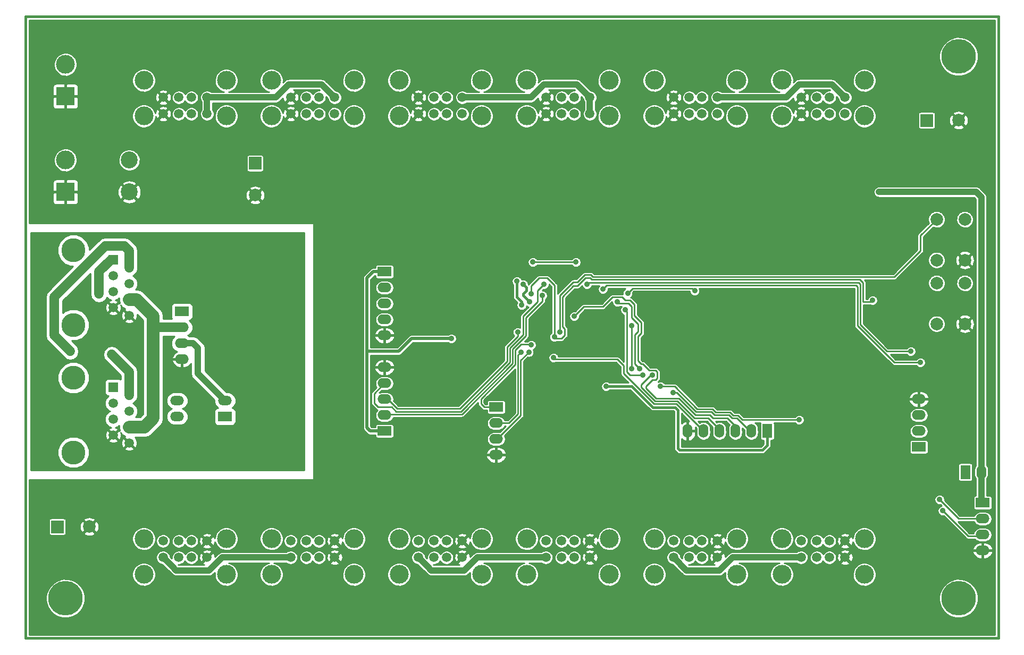
<source format=gbl>
G04 (created by PCBNEW-RS274X (2012-01-19 BZR 3256)-stable) date 5/19/2013 8:27:51 PM*
G01*
G70*
G90*
%MOIN*%
G04 Gerber Fmt 3.4, Leading zero omitted, Abs format*
%FSLAX34Y34*%
G04 APERTURE LIST*
%ADD10C,0.006000*%
%ADD11C,0.015000*%
%ADD12C,0.216500*%
%ADD13C,0.149600*%
%ADD14R,0.059100X0.059100*%
%ADD15C,0.059100*%
%ADD16R,0.086500X0.059000*%
%ADD17O,0.086500X0.059000*%
%ADD18C,0.106300*%
%ADD19C,0.118100*%
%ADD20R,0.118100X0.118100*%
%ADD21R,0.060000X0.086600*%
%ADD22O,0.060000X0.086600*%
%ADD23R,0.086600X0.060000*%
%ADD24O,0.086600X0.060000*%
%ADD25C,0.078700*%
%ADD26R,0.078700X0.078700*%
%ADD27C,0.035000*%
%ADD28C,0.035400*%
%ADD29C,0.015700*%
%ADD30C,0.019700*%
%ADD31C,0.039400*%
%ADD32C,0.078700*%
%ADD33C,0.059100*%
%ADD34C,0.008700*%
%ADD35C,0.009400*%
%ADD36C,0.010000*%
G04 APERTURE END LIST*
G54D10*
G54D11*
X84000Y-14000D02*
X84000Y-53000D01*
X23000Y-14000D02*
X84000Y-14000D01*
X23000Y-53000D02*
X23000Y-14000D01*
X84000Y-53000D02*
X23000Y-53000D01*
G54D12*
X25500Y-50500D03*
X81500Y-16500D03*
X81500Y-50500D03*
G54D13*
X26000Y-41338D03*
X26000Y-36665D03*
G54D14*
X28500Y-37250D03*
G54D15*
X29500Y-37750D03*
X28500Y-38250D03*
X29500Y-38750D03*
X28500Y-39250D03*
X29500Y-39750D03*
X28500Y-40250D03*
X29500Y-40750D03*
G54D13*
X26000Y-33338D03*
X26000Y-28665D03*
G54D14*
X28500Y-29250D03*
G54D15*
X29500Y-29750D03*
X28500Y-30250D03*
X29500Y-30750D03*
X28500Y-31250D03*
X29500Y-31750D03*
X28500Y-32250D03*
X29500Y-32750D03*
G54D16*
X35500Y-39100D03*
G54D17*
X32500Y-39100D03*
X35500Y-38100D03*
X32500Y-38100D03*
G54D18*
X29500Y-25000D03*
X29500Y-23000D03*
G54D19*
X30413Y-18000D03*
X35587Y-18000D03*
X35587Y-20236D03*
X30413Y-20236D03*
G54D15*
X32606Y-19067D03*
X33394Y-19067D03*
X34378Y-19067D03*
X31622Y-19067D03*
X34378Y-20099D03*
X33394Y-20099D03*
X32606Y-20099D03*
X31622Y-20099D03*
G54D19*
X38413Y-18000D03*
X43587Y-18000D03*
X43587Y-20236D03*
X38413Y-20236D03*
G54D15*
X40606Y-19067D03*
X41394Y-19067D03*
X42378Y-19067D03*
X39622Y-19067D03*
X42378Y-20099D03*
X41394Y-20099D03*
X40606Y-20099D03*
X39622Y-20099D03*
G54D19*
X46413Y-18000D03*
X51587Y-18000D03*
X51587Y-20236D03*
X46413Y-20236D03*
G54D15*
X48606Y-19067D03*
X49394Y-19067D03*
X50378Y-19067D03*
X47622Y-19067D03*
X50378Y-20099D03*
X49394Y-20099D03*
X48606Y-20099D03*
X47622Y-20099D03*
G54D19*
X54413Y-18000D03*
X59587Y-18000D03*
X59587Y-20236D03*
X54413Y-20236D03*
G54D15*
X56606Y-19067D03*
X57394Y-19067D03*
X58378Y-19067D03*
X55622Y-19067D03*
X58378Y-20099D03*
X57394Y-20099D03*
X56606Y-20099D03*
X55622Y-20099D03*
G54D19*
X62413Y-18000D03*
X67587Y-18000D03*
X67587Y-20236D03*
X62413Y-20236D03*
G54D15*
X64606Y-19067D03*
X65394Y-19067D03*
X66378Y-19067D03*
X63622Y-19067D03*
X66378Y-20099D03*
X65394Y-20099D03*
X64606Y-20099D03*
X63622Y-20099D03*
G54D19*
X70413Y-18000D03*
X75587Y-18000D03*
X75587Y-20236D03*
X70413Y-20236D03*
G54D15*
X72606Y-19067D03*
X73394Y-19067D03*
X74378Y-19067D03*
X71622Y-19067D03*
X74378Y-20099D03*
X73394Y-20099D03*
X72606Y-20099D03*
X71622Y-20099D03*
G54D19*
X35587Y-49000D03*
X30413Y-49000D03*
X30413Y-46764D03*
X35587Y-46764D03*
G54D15*
X33394Y-47933D03*
X32606Y-47933D03*
X31622Y-47933D03*
X34378Y-47933D03*
X31622Y-46901D03*
X32606Y-46901D03*
X33394Y-46901D03*
X34378Y-46901D03*
G54D19*
X43587Y-49000D03*
X38413Y-49000D03*
X38413Y-46764D03*
X43587Y-46764D03*
G54D15*
X41394Y-47933D03*
X40606Y-47933D03*
X39622Y-47933D03*
X42378Y-47933D03*
X39622Y-46901D03*
X40606Y-46901D03*
X41394Y-46901D03*
X42378Y-46901D03*
G54D19*
X51587Y-49000D03*
X46413Y-49000D03*
X46413Y-46764D03*
X51587Y-46764D03*
G54D15*
X49394Y-47933D03*
X48606Y-47933D03*
X47622Y-47933D03*
X50378Y-47933D03*
X47622Y-46901D03*
X48606Y-46901D03*
X49394Y-46901D03*
X50378Y-46901D03*
G54D19*
X59587Y-49000D03*
X54413Y-49000D03*
X54413Y-46764D03*
X59587Y-46764D03*
G54D15*
X57394Y-47933D03*
X56606Y-47933D03*
X55622Y-47933D03*
X58378Y-47933D03*
X55622Y-46901D03*
X56606Y-46901D03*
X57394Y-46901D03*
X58378Y-46901D03*
G54D19*
X67587Y-49000D03*
X62413Y-49000D03*
X62413Y-46764D03*
X67587Y-46764D03*
G54D15*
X65394Y-47933D03*
X64606Y-47933D03*
X63622Y-47933D03*
X66378Y-47933D03*
X63622Y-46901D03*
X64606Y-46901D03*
X65394Y-46901D03*
X66378Y-46901D03*
G54D19*
X75587Y-49000D03*
X70413Y-49000D03*
X70413Y-46764D03*
X75587Y-46764D03*
G54D15*
X73394Y-47933D03*
X72606Y-47933D03*
X71622Y-47933D03*
X74378Y-47933D03*
X71622Y-46901D03*
X72606Y-46901D03*
X73394Y-46901D03*
X74378Y-46901D03*
G54D20*
X25500Y-25000D03*
G54D19*
X25500Y-23000D03*
G54D20*
X25500Y-19000D03*
G54D19*
X25500Y-17000D03*
G54D21*
X81919Y-42581D03*
G54D22*
X82919Y-42581D03*
G54D21*
X69500Y-40000D03*
G54D22*
X68500Y-40000D03*
X67500Y-40000D03*
X66500Y-40000D03*
X65500Y-40000D03*
X64500Y-40000D03*
G54D23*
X45500Y-30000D03*
G54D24*
X45500Y-31000D03*
X45500Y-32000D03*
X45500Y-33000D03*
X45500Y-34000D03*
G54D23*
X83000Y-44500D03*
G54D24*
X83000Y-45500D03*
X83000Y-46500D03*
X83000Y-47500D03*
G54D23*
X79000Y-41000D03*
G54D24*
X79000Y-40000D03*
X79000Y-39000D03*
X79000Y-38000D03*
G54D23*
X32800Y-32500D03*
G54D24*
X32800Y-33500D03*
X32800Y-34500D03*
X32800Y-35500D03*
G54D25*
X80114Y-30720D03*
X81886Y-33280D03*
X81886Y-30720D03*
X80114Y-33280D03*
X80114Y-26720D03*
X81886Y-29280D03*
X81886Y-26720D03*
X80114Y-29280D03*
G54D23*
X52500Y-38500D03*
G54D24*
X52500Y-39500D03*
X52500Y-40500D03*
X52500Y-41500D03*
G54D26*
X79500Y-20510D03*
G54D25*
X81500Y-20500D03*
G54D26*
X25000Y-46010D03*
G54D25*
X27000Y-46000D03*
G54D26*
X37390Y-23200D03*
G54D25*
X37400Y-25200D03*
G54D23*
X45500Y-40000D03*
G54D24*
X45500Y-39000D03*
X45500Y-38000D03*
X45500Y-37000D03*
X45500Y-36000D03*
G54D27*
X59400Y-37200D03*
X49700Y-34200D03*
X76500Y-25000D03*
X53850Y-33800D03*
X55400Y-31500D03*
X55500Y-30800D03*
G54D28*
X54100Y-32100D03*
X53800Y-30600D03*
X57500Y-29400D03*
X54800Y-29400D03*
G54D27*
X54050Y-35050D03*
G54D28*
X54550Y-35050D03*
X54200Y-30800D03*
X54600Y-31900D03*
X61000Y-33400D03*
X61000Y-36100D03*
G54D27*
X61700Y-36500D03*
X60600Y-32400D03*
G54D28*
X60100Y-31900D03*
X61500Y-36100D03*
G54D27*
X56500Y-33800D03*
X79100Y-35700D03*
X59200Y-31100D03*
X78500Y-35000D03*
X58200Y-30800D03*
X57400Y-32800D03*
X63600Y-37600D03*
X56150Y-34100D03*
X76100Y-31800D03*
X54700Y-31400D03*
X62300Y-36500D03*
X80500Y-45000D03*
X80300Y-44300D03*
X56100Y-35400D03*
X54700Y-34600D03*
X64950Y-31200D03*
X60750Y-31350D03*
X71500Y-39300D03*
X62800Y-37200D03*
X37900Y-40100D03*
X39600Y-30400D03*
X39400Y-33800D03*
X53750Y-32500D03*
X57200Y-33900D03*
X52500Y-34500D03*
X58200Y-37400D03*
X62800Y-31700D03*
X57000Y-42450D03*
X62600Y-34200D03*
X27600Y-31400D03*
X25800Y-35000D03*
X28400Y-35200D03*
G54D29*
X69200Y-41200D02*
X69500Y-40900D01*
X59406Y-37194D02*
X61006Y-37194D01*
X62316Y-38504D02*
X63716Y-38504D01*
X63900Y-38688D02*
X63900Y-40500D01*
X63716Y-38504D02*
X63900Y-38688D01*
X69500Y-40900D02*
X69500Y-40000D01*
X59400Y-37200D02*
X59406Y-37194D01*
X64000Y-41200D02*
X69200Y-41200D01*
X63900Y-41100D02*
X64000Y-41200D01*
X61006Y-37194D02*
X62316Y-38504D01*
G54D30*
X44400Y-39800D02*
X44600Y-40000D01*
X49700Y-34200D02*
X47200Y-34200D01*
X47200Y-34200D02*
X46400Y-35000D01*
X44600Y-40000D02*
X45500Y-40000D01*
X44400Y-30400D02*
X44800Y-30000D01*
X44800Y-30000D02*
X45500Y-30000D01*
X44400Y-35100D02*
X44400Y-35000D01*
X44400Y-35000D02*
X44400Y-31100D01*
X46400Y-35000D02*
X44400Y-35000D01*
X44400Y-31100D02*
X44400Y-30400D01*
G54D29*
X63900Y-40500D02*
X63900Y-41100D01*
G54D30*
X44400Y-35000D02*
X44400Y-39800D01*
G54D31*
X82919Y-42581D02*
X82919Y-44419D01*
X82600Y-25000D02*
X76500Y-25000D01*
X82919Y-42581D02*
X82919Y-25319D01*
X82919Y-44419D02*
X83000Y-44500D01*
X82919Y-25319D02*
X82600Y-25000D01*
G54D32*
X29950Y-31750D02*
X31000Y-32800D01*
X29500Y-31750D02*
X29950Y-31750D01*
G54D33*
X30050Y-39750D02*
X29500Y-39750D01*
G54D32*
X31000Y-32800D02*
X31000Y-33500D01*
X31000Y-33500D02*
X31000Y-39200D01*
X31000Y-39200D02*
X30450Y-39750D01*
X30450Y-39750D02*
X29500Y-39750D01*
G54D33*
X32800Y-33500D02*
X31000Y-33500D01*
G54D31*
X33800Y-36400D02*
X35500Y-38100D01*
X33500Y-34500D02*
X33800Y-34800D01*
X33800Y-34800D02*
X33800Y-36400D01*
X32800Y-34500D02*
X33500Y-34500D01*
G54D34*
X53200Y-34708D02*
X53200Y-35200D01*
X46290Y-38600D02*
X45690Y-38000D01*
X53850Y-34058D02*
X53200Y-34708D01*
X53200Y-35200D02*
X53200Y-35620D01*
X53850Y-33800D02*
X53850Y-34058D01*
X53200Y-35620D02*
X50220Y-38600D01*
X45690Y-38000D02*
X45500Y-38000D01*
X50220Y-38600D02*
X46290Y-38600D01*
X50351Y-38949D02*
X45551Y-38949D01*
X53538Y-34850D02*
X53538Y-35750D01*
X55400Y-31840D02*
X54369Y-32871D01*
X55400Y-31500D02*
X55400Y-31840D01*
X53538Y-35750D02*
X53538Y-35762D01*
X54369Y-34019D02*
X53538Y-34850D01*
X54369Y-32871D02*
X54369Y-33981D01*
X45551Y-38949D02*
X45500Y-39000D01*
X54369Y-33981D02*
X54369Y-34019D01*
X53538Y-35762D02*
X50351Y-38949D01*
X55500Y-30800D02*
X55100Y-31200D01*
X44850Y-37650D02*
X45500Y-37000D01*
X54200Y-32800D02*
X54200Y-33900D01*
X53369Y-35691D02*
X53369Y-34779D01*
X54200Y-33900D02*
X54200Y-33948D01*
X55100Y-31700D02*
X55100Y-31900D01*
X44850Y-38250D02*
X44850Y-37650D01*
X55100Y-31200D02*
X55100Y-31700D01*
X45100Y-38500D02*
X44850Y-38250D01*
X45950Y-38500D02*
X45100Y-38500D01*
X46230Y-38780D02*
X45950Y-38500D01*
X55100Y-31900D02*
X54200Y-32800D01*
X53369Y-34779D02*
X53418Y-34730D01*
X50280Y-38780D02*
X46230Y-38780D01*
X54200Y-33948D02*
X53418Y-34730D01*
X53369Y-35691D02*
X50280Y-38780D01*
G54D29*
X54100Y-31900D02*
X54100Y-32100D01*
X53800Y-31600D02*
X54100Y-31900D01*
X53800Y-30600D02*
X53800Y-31600D01*
G54D34*
X57500Y-29400D02*
X54800Y-29400D01*
X53876Y-35224D02*
X53876Y-38924D01*
X53876Y-38924D02*
X53300Y-39500D01*
X54050Y-35050D02*
X53876Y-35224D01*
X53300Y-39500D02*
X52500Y-39500D01*
X54550Y-35050D02*
X54045Y-35555D01*
X54045Y-35555D02*
X54045Y-39005D01*
X52550Y-40500D02*
X52500Y-40500D01*
X54045Y-39005D02*
X52550Y-40500D01*
G54D29*
X54400Y-31000D02*
X54400Y-31200D01*
X54400Y-31200D02*
X54200Y-31400D01*
X54200Y-31400D02*
X54200Y-31500D01*
X54200Y-30800D02*
X54400Y-31000D01*
X54200Y-31500D02*
X54600Y-31900D01*
G54D34*
X61000Y-33400D02*
X61000Y-36100D01*
X60700Y-36300D02*
X60900Y-36500D01*
X60700Y-32500D02*
X60700Y-36300D01*
X60900Y-36500D02*
X61700Y-36500D01*
X60600Y-32400D02*
X60700Y-32500D01*
X61200Y-33969D02*
X61200Y-35800D01*
X61000Y-32900D02*
X61400Y-33300D01*
X61000Y-32200D02*
X61000Y-32900D01*
X61400Y-33769D02*
X61200Y-33969D01*
X61200Y-35800D02*
X61500Y-36100D01*
X61400Y-33300D02*
X61400Y-33769D01*
X60800Y-32000D02*
X61000Y-32200D01*
X60100Y-31900D02*
X60200Y-32000D01*
X60200Y-32000D02*
X60800Y-32000D01*
X74500Y-30331D02*
X77469Y-30331D01*
X58440Y-30200D02*
X58571Y-30331D01*
X57600Y-30660D02*
X58060Y-30200D01*
X57600Y-30660D02*
X57340Y-30660D01*
X57340Y-30660D02*
X56500Y-31500D01*
X79100Y-27734D02*
X80114Y-26720D01*
X77469Y-30331D02*
X79100Y-28700D01*
X56500Y-31500D02*
X56500Y-33800D01*
X79100Y-28700D02*
X79100Y-27734D01*
X74500Y-30331D02*
X74511Y-30331D01*
X58571Y-30331D02*
X74500Y-30331D01*
X58060Y-30200D02*
X58440Y-30200D01*
X74300Y-30869D02*
X75069Y-30869D01*
X74329Y-30869D02*
X74300Y-30869D01*
X75162Y-33402D02*
X77460Y-35700D01*
X75069Y-30869D02*
X75162Y-30962D01*
X75162Y-32800D02*
X75162Y-33402D01*
X75162Y-32800D02*
X75162Y-32802D01*
X59431Y-30869D02*
X59200Y-31100D01*
X75162Y-30962D02*
X75162Y-32800D01*
X77460Y-35700D02*
X79100Y-35700D01*
X74300Y-30869D02*
X59431Y-30869D01*
X58200Y-30800D02*
X58300Y-30700D01*
X75231Y-30700D02*
X75331Y-30800D01*
X75331Y-33331D02*
X77000Y-35000D01*
X75331Y-30800D02*
X75331Y-32500D01*
X74400Y-30700D02*
X75231Y-30700D01*
X77000Y-35000D02*
X78500Y-35000D01*
X58300Y-30700D02*
X74400Y-30700D01*
X75331Y-32500D02*
X75331Y-33331D01*
X75331Y-32500D02*
X75331Y-32731D01*
X67500Y-39700D02*
X67000Y-39200D01*
X60900Y-31800D02*
X61169Y-32069D01*
X62100Y-36200D02*
X62400Y-36200D01*
X61400Y-34069D02*
X61400Y-35600D01*
X62500Y-36200D02*
X62600Y-36300D01*
X60600Y-31800D02*
X60900Y-31800D01*
X62600Y-36700D02*
X62500Y-36800D01*
X61169Y-32069D02*
X61169Y-32769D01*
X62300Y-36800D02*
X62200Y-36900D01*
X60400Y-31600D02*
X60600Y-31800D01*
X66100Y-39200D02*
X65900Y-39000D01*
X61169Y-32769D02*
X61600Y-33200D01*
X67000Y-39200D02*
X66100Y-39200D01*
X62400Y-36200D02*
X62500Y-36200D01*
X61600Y-33869D02*
X61400Y-34069D01*
X63962Y-37962D02*
X62542Y-37962D01*
X61900Y-37200D02*
X62200Y-36900D01*
X61600Y-33200D02*
X61600Y-33869D01*
X57400Y-32800D02*
X58000Y-32200D01*
X67500Y-40000D02*
X67500Y-39700D01*
X65900Y-39000D02*
X65000Y-39000D01*
X59200Y-32200D02*
X59800Y-31600D01*
X61600Y-35800D02*
X61700Y-35800D01*
X61700Y-35800D02*
X62100Y-36200D01*
X62600Y-36300D02*
X62600Y-36700D01*
X61400Y-35600D02*
X61600Y-35800D01*
X61900Y-37320D02*
X61900Y-37200D01*
X62500Y-36800D02*
X62300Y-36800D01*
X65000Y-39000D02*
X63962Y-37962D01*
X62542Y-37962D02*
X61900Y-37320D01*
X58000Y-32200D02*
X59200Y-32200D01*
X59800Y-31600D02*
X60400Y-31600D01*
X65040Y-38800D02*
X63840Y-37600D01*
X67600Y-39200D02*
X67300Y-39200D01*
X66000Y-38800D02*
X65040Y-38800D01*
X68500Y-40000D02*
X68400Y-40000D01*
X66200Y-39000D02*
X66000Y-38800D01*
X63840Y-37600D02*
X63600Y-37600D01*
X67100Y-39000D02*
X66200Y-39000D01*
X67300Y-39200D02*
X67100Y-39000D01*
X68400Y-40000D02*
X67600Y-39200D01*
X75500Y-30700D02*
X75500Y-31900D01*
X76000Y-31900D02*
X76100Y-31800D01*
X54700Y-30900D02*
X55200Y-30400D01*
X55200Y-30400D02*
X55700Y-30400D01*
X56150Y-33900D02*
X56150Y-34100D01*
X57600Y-30900D02*
X57340Y-30900D01*
X57340Y-30900D02*
X56669Y-31571D01*
X56800Y-34000D02*
X56600Y-34200D01*
X56600Y-34200D02*
X56250Y-34200D01*
X56669Y-33469D02*
X56800Y-33600D01*
X58100Y-30400D02*
X57800Y-30700D01*
X58400Y-30400D02*
X58100Y-30400D01*
X56669Y-31571D02*
X56669Y-33469D01*
X56169Y-33881D02*
X56169Y-30919D01*
G54D35*
X55700Y-30400D02*
X55400Y-30400D01*
G54D34*
X54700Y-31400D02*
X54700Y-30900D01*
G54D35*
X56169Y-30919D02*
X56169Y-30869D01*
G54D34*
X75500Y-31900D02*
X76000Y-31900D01*
X56800Y-33600D02*
X56800Y-34000D01*
X56169Y-30869D02*
X55700Y-30400D01*
X74440Y-30500D02*
X75300Y-30500D01*
X57800Y-30700D02*
X57600Y-30900D01*
X56150Y-33900D02*
X56169Y-33881D01*
X56150Y-34100D02*
X56250Y-34200D01*
X58500Y-30500D02*
X58400Y-30400D01*
X74440Y-30500D02*
X58500Y-30500D01*
X75300Y-30500D02*
X75500Y-30700D01*
X66500Y-39900D02*
X66500Y-40000D01*
X63871Y-38131D02*
X62471Y-38131D01*
X61600Y-37100D02*
X62200Y-36500D01*
X65800Y-39200D02*
X64940Y-39200D01*
X61600Y-37260D02*
X61600Y-37100D01*
X64940Y-39200D02*
X63871Y-38131D01*
X66500Y-39900D02*
X65800Y-39200D01*
X62471Y-38131D02*
X61600Y-37260D01*
X62200Y-36500D02*
X62300Y-36500D01*
X82900Y-46600D02*
X83000Y-46500D01*
X80500Y-45000D02*
X82100Y-46600D01*
X82100Y-46600D02*
X82900Y-46600D01*
X83000Y-45500D02*
X81500Y-45500D01*
X81500Y-45500D02*
X80300Y-44300D01*
X60100Y-35500D02*
X60500Y-35900D01*
X60500Y-35900D02*
X60500Y-36400D01*
X63800Y-38300D02*
X65500Y-40000D01*
X60500Y-36400D02*
X60900Y-36800D01*
X62400Y-38300D02*
X63800Y-38300D01*
G54D35*
X56100Y-35400D02*
X56200Y-35500D01*
G54D34*
X60900Y-36800D02*
X62400Y-38300D01*
G54D35*
X56200Y-35500D02*
X60100Y-35500D01*
G54D34*
X53707Y-34921D02*
X53707Y-35833D01*
X54064Y-34564D02*
X53707Y-34921D01*
X54700Y-34600D02*
X54664Y-34564D01*
X51550Y-37990D02*
X51550Y-38300D01*
X54664Y-34564D02*
X54064Y-34564D01*
X53707Y-35833D02*
X51550Y-37990D01*
X51750Y-38500D02*
X52500Y-38500D01*
X51550Y-38300D02*
X51750Y-38500D01*
X64788Y-31038D02*
X61062Y-31038D01*
X64950Y-31200D02*
X64788Y-31038D01*
X61062Y-31038D02*
X60750Y-31350D01*
X65111Y-38631D02*
X66071Y-38631D01*
X67671Y-39031D02*
X67940Y-39300D01*
X63680Y-37200D02*
X65111Y-38631D01*
X66271Y-38831D02*
X67171Y-38831D01*
X63680Y-37200D02*
X62800Y-37200D01*
X66071Y-38631D02*
X66271Y-38831D01*
X71500Y-39300D02*
X67940Y-39300D01*
X67171Y-38831D02*
X67371Y-39031D01*
X67371Y-39031D02*
X67671Y-39031D01*
G54D31*
X34378Y-19067D02*
X38433Y-19067D01*
X34378Y-19067D02*
X34378Y-20099D01*
X38683Y-19067D02*
X39500Y-18250D01*
X38433Y-19067D02*
X38683Y-19067D01*
X41561Y-18250D02*
X42378Y-19067D01*
X39500Y-18250D02*
X41561Y-18250D01*
X67317Y-47933D02*
X66500Y-48750D01*
X71622Y-47933D02*
X67567Y-47933D01*
X67567Y-47933D02*
X67317Y-47933D01*
X66500Y-48750D02*
X64439Y-48750D01*
X64439Y-48750D02*
X63622Y-47933D01*
X58378Y-19067D02*
X57811Y-18500D01*
X58378Y-19067D02*
X58378Y-20099D01*
X55500Y-18250D02*
X57561Y-18250D01*
X54683Y-19067D02*
X55500Y-18250D01*
X54433Y-19067D02*
X54683Y-19067D01*
X54433Y-19067D02*
X50378Y-19067D01*
X57561Y-18250D02*
X57811Y-18500D01*
X74378Y-19067D02*
X73811Y-18500D01*
X70683Y-19067D02*
X71500Y-18250D01*
X70433Y-19067D02*
X66378Y-19067D01*
X70433Y-19067D02*
X70683Y-19067D01*
X73561Y-18250D02*
X73811Y-18500D01*
X71500Y-18250D02*
X73561Y-18250D01*
X32439Y-48750D02*
X32189Y-48500D01*
X35567Y-47933D02*
X39622Y-47933D01*
X34500Y-48750D02*
X32439Y-48750D01*
X31622Y-47933D02*
X32189Y-48500D01*
X35317Y-47933D02*
X34500Y-48750D01*
X35567Y-47933D02*
X35317Y-47933D01*
X48439Y-48750D02*
X48189Y-48500D01*
X50500Y-48750D02*
X48439Y-48750D01*
X55622Y-47933D02*
X51567Y-47933D01*
X51567Y-47933D02*
X51317Y-47933D01*
X51317Y-47933D02*
X50500Y-48750D01*
X48189Y-48500D02*
X47622Y-47933D01*
G54D33*
X28500Y-29250D02*
X28350Y-29250D01*
X27600Y-30000D02*
X27600Y-31400D01*
X28350Y-29250D02*
X27600Y-30000D01*
X29200Y-28400D02*
X29500Y-28700D01*
X29500Y-37750D02*
X29500Y-36300D01*
X29500Y-28700D02*
X29500Y-29750D01*
X28000Y-28400D02*
X29200Y-28400D01*
X24800Y-31600D02*
X28000Y-28400D01*
X24800Y-34000D02*
X24800Y-31600D01*
X29500Y-36300D02*
X28400Y-35200D01*
X25800Y-35000D02*
X24800Y-34000D01*
G54D10*
G36*
X69274Y-40806D02*
X69106Y-40974D01*
X65007Y-40974D01*
X65007Y-40169D01*
X65007Y-40030D01*
X64530Y-40030D01*
X64530Y-40588D01*
X64609Y-40628D01*
X64663Y-40615D01*
X64753Y-40574D01*
X64834Y-40516D01*
X64902Y-40444D01*
X64955Y-40360D01*
X64990Y-40267D01*
X65007Y-40169D01*
X65007Y-40974D01*
X64126Y-40974D01*
X64126Y-40503D01*
X64126Y-40500D01*
X64126Y-40473D01*
X64166Y-40516D01*
X64247Y-40574D01*
X64337Y-40615D01*
X64391Y-40628D01*
X64470Y-40588D01*
X64470Y-40080D01*
X64470Y-40030D01*
X64470Y-39970D01*
X64470Y-39920D01*
X64470Y-39412D01*
X64391Y-39372D01*
X64337Y-39385D01*
X64247Y-39426D01*
X64166Y-39484D01*
X64126Y-39526D01*
X64126Y-38896D01*
X64604Y-39374D01*
X64530Y-39412D01*
X64530Y-39970D01*
X65007Y-39970D01*
X65007Y-39831D01*
X64995Y-39765D01*
X65054Y-39824D01*
X65053Y-39903D01*
X65054Y-40179D01*
X65071Y-40265D01*
X65104Y-40346D01*
X65153Y-40418D01*
X65215Y-40480D01*
X65287Y-40529D01*
X65368Y-40563D01*
X65453Y-40581D01*
X65541Y-40581D01*
X65627Y-40565D01*
X65708Y-40532D01*
X65781Y-40484D01*
X65843Y-40423D01*
X65893Y-40351D01*
X65927Y-40270D01*
X65945Y-40185D01*
X65947Y-40097D01*
X65946Y-39821D01*
X65929Y-39735D01*
X65896Y-39654D01*
X65847Y-39582D01*
X65785Y-39520D01*
X65713Y-39471D01*
X65632Y-39437D01*
X65547Y-39419D01*
X65459Y-39419D01*
X65373Y-39435D01*
X65292Y-39468D01*
X65259Y-39489D01*
X65161Y-39391D01*
X65721Y-39391D01*
X66070Y-39740D01*
X66055Y-39815D01*
X66053Y-39903D01*
X66054Y-40179D01*
X66071Y-40265D01*
X66104Y-40346D01*
X66153Y-40418D01*
X66215Y-40480D01*
X66287Y-40529D01*
X66368Y-40563D01*
X66453Y-40581D01*
X66541Y-40581D01*
X66627Y-40565D01*
X66708Y-40532D01*
X66781Y-40484D01*
X66843Y-40423D01*
X66893Y-40351D01*
X66927Y-40270D01*
X66945Y-40185D01*
X66947Y-40097D01*
X66946Y-39821D01*
X66929Y-39735D01*
X66896Y-39654D01*
X66847Y-39582D01*
X66785Y-39520D01*
X66713Y-39471D01*
X66632Y-39437D01*
X66547Y-39419D01*
X66459Y-39419D01*
X66373Y-39435D01*
X66324Y-39454D01*
X66261Y-39391D01*
X66921Y-39391D01*
X67136Y-39606D01*
X67107Y-39649D01*
X67073Y-39730D01*
X67055Y-39815D01*
X67053Y-39903D01*
X67054Y-40179D01*
X67071Y-40265D01*
X67104Y-40346D01*
X67153Y-40418D01*
X67215Y-40480D01*
X67287Y-40529D01*
X67368Y-40563D01*
X67453Y-40581D01*
X67541Y-40581D01*
X67627Y-40565D01*
X67708Y-40532D01*
X67781Y-40484D01*
X67843Y-40423D01*
X67893Y-40351D01*
X67927Y-40270D01*
X67945Y-40185D01*
X67947Y-40097D01*
X67946Y-39821D01*
X67944Y-39814D01*
X68053Y-39923D01*
X68054Y-40179D01*
X68071Y-40265D01*
X68104Y-40346D01*
X68153Y-40418D01*
X68215Y-40480D01*
X68287Y-40529D01*
X68368Y-40563D01*
X68453Y-40581D01*
X68541Y-40581D01*
X68627Y-40565D01*
X68708Y-40532D01*
X68781Y-40484D01*
X68843Y-40423D01*
X68893Y-40351D01*
X68927Y-40270D01*
X68945Y-40185D01*
X68947Y-40097D01*
X68946Y-39821D01*
X68929Y-39735D01*
X68896Y-39654D01*
X68847Y-39582D01*
X68785Y-39520D01*
X68742Y-39491D01*
X69073Y-39491D01*
X69070Y-39496D01*
X69059Y-39523D01*
X69053Y-39551D01*
X69053Y-39580D01*
X69053Y-40447D01*
X69059Y-40475D01*
X69069Y-40502D01*
X69085Y-40526D01*
X69106Y-40547D01*
X69129Y-40563D01*
X69156Y-40574D01*
X69184Y-40580D01*
X69213Y-40580D01*
X69274Y-40580D01*
X69274Y-40806D01*
X69274Y-40806D01*
G37*
G54D36*
X69274Y-40806D02*
X69106Y-40974D01*
X65007Y-40974D01*
X65007Y-40169D01*
X65007Y-40030D01*
X64530Y-40030D01*
X64530Y-40588D01*
X64609Y-40628D01*
X64663Y-40615D01*
X64753Y-40574D01*
X64834Y-40516D01*
X64902Y-40444D01*
X64955Y-40360D01*
X64990Y-40267D01*
X65007Y-40169D01*
X65007Y-40974D01*
X64126Y-40974D01*
X64126Y-40503D01*
X64126Y-40500D01*
X64126Y-40473D01*
X64166Y-40516D01*
X64247Y-40574D01*
X64337Y-40615D01*
X64391Y-40628D01*
X64470Y-40588D01*
X64470Y-40080D01*
X64470Y-40030D01*
X64470Y-39970D01*
X64470Y-39920D01*
X64470Y-39412D01*
X64391Y-39372D01*
X64337Y-39385D01*
X64247Y-39426D01*
X64166Y-39484D01*
X64126Y-39526D01*
X64126Y-38896D01*
X64604Y-39374D01*
X64530Y-39412D01*
X64530Y-39970D01*
X65007Y-39970D01*
X65007Y-39831D01*
X64995Y-39765D01*
X65054Y-39824D01*
X65053Y-39903D01*
X65054Y-40179D01*
X65071Y-40265D01*
X65104Y-40346D01*
X65153Y-40418D01*
X65215Y-40480D01*
X65287Y-40529D01*
X65368Y-40563D01*
X65453Y-40581D01*
X65541Y-40581D01*
X65627Y-40565D01*
X65708Y-40532D01*
X65781Y-40484D01*
X65843Y-40423D01*
X65893Y-40351D01*
X65927Y-40270D01*
X65945Y-40185D01*
X65947Y-40097D01*
X65946Y-39821D01*
X65929Y-39735D01*
X65896Y-39654D01*
X65847Y-39582D01*
X65785Y-39520D01*
X65713Y-39471D01*
X65632Y-39437D01*
X65547Y-39419D01*
X65459Y-39419D01*
X65373Y-39435D01*
X65292Y-39468D01*
X65259Y-39489D01*
X65161Y-39391D01*
X65721Y-39391D01*
X66070Y-39740D01*
X66055Y-39815D01*
X66053Y-39903D01*
X66054Y-40179D01*
X66071Y-40265D01*
X66104Y-40346D01*
X66153Y-40418D01*
X66215Y-40480D01*
X66287Y-40529D01*
X66368Y-40563D01*
X66453Y-40581D01*
X66541Y-40581D01*
X66627Y-40565D01*
X66708Y-40532D01*
X66781Y-40484D01*
X66843Y-40423D01*
X66893Y-40351D01*
X66927Y-40270D01*
X66945Y-40185D01*
X66947Y-40097D01*
X66946Y-39821D01*
X66929Y-39735D01*
X66896Y-39654D01*
X66847Y-39582D01*
X66785Y-39520D01*
X66713Y-39471D01*
X66632Y-39437D01*
X66547Y-39419D01*
X66459Y-39419D01*
X66373Y-39435D01*
X66324Y-39454D01*
X66261Y-39391D01*
X66921Y-39391D01*
X67136Y-39606D01*
X67107Y-39649D01*
X67073Y-39730D01*
X67055Y-39815D01*
X67053Y-39903D01*
X67054Y-40179D01*
X67071Y-40265D01*
X67104Y-40346D01*
X67153Y-40418D01*
X67215Y-40480D01*
X67287Y-40529D01*
X67368Y-40563D01*
X67453Y-40581D01*
X67541Y-40581D01*
X67627Y-40565D01*
X67708Y-40532D01*
X67781Y-40484D01*
X67843Y-40423D01*
X67893Y-40351D01*
X67927Y-40270D01*
X67945Y-40185D01*
X67947Y-40097D01*
X67946Y-39821D01*
X67944Y-39814D01*
X68053Y-39923D01*
X68054Y-40179D01*
X68071Y-40265D01*
X68104Y-40346D01*
X68153Y-40418D01*
X68215Y-40480D01*
X68287Y-40529D01*
X68368Y-40563D01*
X68453Y-40581D01*
X68541Y-40581D01*
X68627Y-40565D01*
X68708Y-40532D01*
X68781Y-40484D01*
X68843Y-40423D01*
X68893Y-40351D01*
X68927Y-40270D01*
X68945Y-40185D01*
X68947Y-40097D01*
X68946Y-39821D01*
X68929Y-39735D01*
X68896Y-39654D01*
X68847Y-39582D01*
X68785Y-39520D01*
X68742Y-39491D01*
X69073Y-39491D01*
X69070Y-39496D01*
X69059Y-39523D01*
X69053Y-39551D01*
X69053Y-39580D01*
X69053Y-40447D01*
X69059Y-40475D01*
X69069Y-40502D01*
X69085Y-40526D01*
X69106Y-40547D01*
X69129Y-40563D01*
X69156Y-40574D01*
X69184Y-40580D01*
X69213Y-40580D01*
X69274Y-40580D01*
X69274Y-40806D01*
G54D10*
G36*
X83777Y-52777D02*
X83628Y-52777D01*
X83628Y-47609D01*
X83628Y-47391D01*
X83615Y-47337D01*
X83581Y-47262D01*
X83581Y-46547D01*
X83581Y-46459D01*
X83565Y-46373D01*
X83532Y-46292D01*
X83484Y-46219D01*
X83423Y-46157D01*
X83351Y-46107D01*
X83270Y-46073D01*
X83185Y-46055D01*
X83097Y-46053D01*
X82821Y-46054D01*
X82735Y-46071D01*
X82654Y-46104D01*
X82582Y-46153D01*
X82520Y-46215D01*
X82471Y-46287D01*
X82437Y-46368D01*
X82428Y-46409D01*
X82179Y-46409D01*
X81456Y-45685D01*
X81460Y-45687D01*
X81462Y-45687D01*
X81470Y-45688D01*
X81497Y-45691D01*
X81499Y-45692D01*
X81500Y-45691D01*
X81506Y-45691D01*
X82461Y-45691D01*
X82468Y-45708D01*
X82516Y-45781D01*
X82577Y-45843D01*
X82649Y-45893D01*
X82730Y-45927D01*
X82815Y-45945D01*
X82903Y-45947D01*
X83179Y-45946D01*
X83265Y-45929D01*
X83346Y-45896D01*
X83418Y-45847D01*
X83480Y-45785D01*
X83529Y-45713D01*
X83563Y-45632D01*
X83581Y-45547D01*
X83581Y-45459D01*
X83580Y-45453D01*
X83580Y-44816D01*
X83580Y-44787D01*
X83580Y-44186D01*
X83574Y-44158D01*
X83564Y-44131D01*
X83548Y-44107D01*
X83527Y-44086D01*
X83504Y-44070D01*
X83477Y-44059D01*
X83449Y-44053D01*
X83420Y-44053D01*
X83264Y-44053D01*
X83264Y-43001D01*
X83312Y-42932D01*
X83346Y-42851D01*
X83364Y-42766D01*
X83366Y-42678D01*
X83365Y-42402D01*
X83348Y-42316D01*
X83315Y-42235D01*
X83266Y-42163D01*
X83264Y-42161D01*
X83264Y-25319D01*
X83259Y-25278D01*
X83258Y-25255D01*
X83257Y-25252D01*
X83239Y-25191D01*
X83238Y-25190D01*
X83238Y-25188D01*
X83208Y-25132D01*
X83206Y-25128D01*
X83176Y-25090D01*
X83166Y-25078D01*
X83164Y-25076D01*
X83163Y-25075D01*
X82844Y-24756D01*
X82820Y-24737D01*
X82795Y-24715D01*
X82736Y-24683D01*
X82733Y-24682D01*
X82729Y-24680D01*
X82729Y-16379D01*
X82682Y-16143D01*
X82590Y-15920D01*
X82457Y-15719D01*
X82287Y-15548D01*
X82087Y-15413D01*
X81865Y-15320D01*
X81629Y-15272D01*
X81388Y-15270D01*
X81151Y-15315D01*
X80927Y-15406D01*
X80726Y-15538D01*
X80554Y-15707D01*
X80418Y-15905D01*
X80323Y-16127D01*
X80273Y-16363D01*
X80269Y-16604D01*
X80313Y-16841D01*
X80402Y-17065D01*
X80532Y-17267D01*
X80700Y-17441D01*
X80898Y-17578D01*
X81119Y-17675D01*
X81354Y-17726D01*
X81595Y-17731D01*
X81833Y-17689D01*
X82057Y-17602D01*
X82261Y-17473D01*
X82435Y-17307D01*
X82574Y-17110D01*
X82672Y-16889D01*
X82725Y-16654D01*
X82729Y-16379D01*
X82729Y-24680D01*
X82720Y-24678D01*
X82672Y-24663D01*
X82670Y-24662D01*
X82668Y-24662D01*
X82633Y-24658D01*
X82605Y-24655D01*
X82601Y-24655D01*
X82600Y-24655D01*
X82100Y-24655D01*
X82100Y-20495D01*
X82088Y-20378D01*
X82054Y-20266D01*
X82002Y-20172D01*
X81909Y-20134D01*
X81866Y-20176D01*
X81866Y-20091D01*
X81828Y-19998D01*
X81724Y-19944D01*
X81612Y-19910D01*
X81495Y-19900D01*
X81378Y-19912D01*
X81266Y-19946D01*
X81172Y-19998D01*
X81134Y-20091D01*
X81500Y-20458D01*
X81866Y-20091D01*
X81866Y-20176D01*
X81542Y-20500D01*
X81909Y-20866D01*
X82002Y-20828D01*
X82056Y-20724D01*
X82090Y-20612D01*
X82100Y-20495D01*
X82100Y-24655D01*
X81866Y-24655D01*
X81866Y-20909D01*
X81500Y-20542D01*
X81458Y-20584D01*
X81458Y-20500D01*
X81091Y-20134D01*
X80998Y-20172D01*
X80944Y-20276D01*
X80910Y-20388D01*
X80900Y-20505D01*
X80912Y-20622D01*
X80946Y-20734D01*
X80998Y-20828D01*
X81091Y-20866D01*
X81458Y-20500D01*
X81458Y-20584D01*
X81134Y-20909D01*
X81172Y-21002D01*
X81276Y-21056D01*
X81388Y-21090D01*
X81505Y-21100D01*
X81622Y-21088D01*
X81734Y-21054D01*
X81828Y-21002D01*
X81866Y-20909D01*
X81866Y-24655D01*
X80042Y-24655D01*
X80042Y-20918D01*
X80042Y-20889D01*
X80042Y-20102D01*
X80036Y-20073D01*
X80025Y-20046D01*
X80009Y-20022D01*
X79988Y-20001D01*
X79964Y-19985D01*
X79937Y-19974D01*
X79908Y-19968D01*
X79879Y-19968D01*
X79092Y-19968D01*
X79063Y-19974D01*
X79036Y-19985D01*
X79012Y-20001D01*
X78991Y-20022D01*
X78975Y-20046D01*
X78964Y-20073D01*
X78958Y-20102D01*
X78958Y-20131D01*
X78958Y-20918D01*
X78964Y-20947D01*
X78975Y-20974D01*
X78991Y-20998D01*
X79012Y-21019D01*
X79036Y-21035D01*
X79063Y-21046D01*
X79092Y-21052D01*
X79121Y-21052D01*
X79908Y-21052D01*
X79937Y-21046D01*
X79964Y-21035D01*
X79988Y-21019D01*
X80009Y-20998D01*
X80025Y-20974D01*
X80036Y-20947D01*
X80042Y-20918D01*
X80042Y-24655D01*
X76500Y-24655D01*
X76433Y-24662D01*
X76369Y-24681D01*
X76324Y-24705D01*
X76324Y-20164D01*
X76324Y-17928D01*
X76296Y-17786D01*
X76241Y-17653D01*
X76161Y-17532D01*
X76059Y-17430D01*
X75939Y-17349D01*
X75806Y-17293D01*
X75665Y-17264D01*
X75520Y-17263D01*
X75378Y-17290D01*
X75244Y-17344D01*
X75123Y-17423D01*
X75020Y-17524D01*
X74938Y-17643D01*
X74881Y-17776D01*
X74851Y-17917D01*
X74849Y-18062D01*
X74875Y-18204D01*
X74928Y-18338D01*
X75007Y-18460D01*
X75107Y-18564D01*
X75226Y-18646D01*
X75358Y-18704D01*
X75499Y-18735D01*
X75644Y-18738D01*
X75786Y-18713D01*
X75921Y-18661D01*
X76043Y-18584D01*
X76147Y-18484D01*
X76231Y-18366D01*
X76290Y-18234D01*
X76322Y-18093D01*
X76324Y-17928D01*
X76324Y-20164D01*
X76296Y-20022D01*
X76241Y-19889D01*
X76161Y-19768D01*
X76059Y-19666D01*
X75939Y-19585D01*
X75806Y-19529D01*
X75665Y-19500D01*
X75520Y-19499D01*
X75378Y-19526D01*
X75244Y-19580D01*
X75123Y-19659D01*
X75020Y-19760D01*
X74938Y-19879D01*
X74881Y-20012D01*
X74851Y-20153D01*
X74849Y-20298D01*
X74875Y-20440D01*
X74928Y-20574D01*
X75007Y-20696D01*
X75107Y-20800D01*
X75226Y-20882D01*
X75358Y-20940D01*
X75499Y-20971D01*
X75644Y-20974D01*
X75786Y-20949D01*
X75921Y-20897D01*
X76043Y-20820D01*
X76147Y-20720D01*
X76231Y-20602D01*
X76290Y-20470D01*
X76322Y-20329D01*
X76324Y-20164D01*
X76324Y-24705D01*
X76309Y-24713D01*
X76257Y-24755D01*
X76214Y-24807D01*
X76182Y-24866D01*
X76162Y-24931D01*
X76155Y-24998D01*
X76161Y-25065D01*
X76180Y-25129D01*
X76211Y-25189D01*
X76254Y-25241D01*
X76305Y-25285D01*
X76364Y-25317D01*
X76428Y-25337D01*
X76495Y-25345D01*
X76500Y-25345D01*
X82457Y-25345D01*
X82574Y-25462D01*
X82574Y-42160D01*
X82526Y-42230D01*
X82492Y-42311D01*
X82486Y-42339D01*
X82486Y-33275D01*
X82486Y-29275D01*
X82474Y-29158D01*
X82440Y-29046D01*
X82426Y-29020D01*
X82426Y-26667D01*
X82405Y-26563D01*
X82365Y-26465D01*
X82306Y-26377D01*
X82232Y-26302D01*
X82144Y-26243D01*
X82046Y-26202D01*
X81943Y-26180D01*
X81837Y-26180D01*
X81733Y-26199D01*
X81635Y-26239D01*
X81546Y-26297D01*
X81470Y-26371D01*
X81410Y-26459D01*
X81369Y-26556D01*
X81347Y-26660D01*
X81345Y-26765D01*
X81364Y-26870D01*
X81403Y-26968D01*
X81461Y-27057D01*
X81534Y-27133D01*
X81621Y-27194D01*
X81718Y-27236D01*
X81822Y-27259D01*
X81928Y-27261D01*
X82032Y-27243D01*
X82131Y-27204D01*
X82220Y-27148D01*
X82297Y-27075D01*
X82358Y-26988D01*
X82401Y-26891D01*
X82424Y-26788D01*
X82426Y-26667D01*
X82426Y-29020D01*
X82388Y-28952D01*
X82295Y-28914D01*
X82252Y-28956D01*
X82252Y-28871D01*
X82214Y-28778D01*
X82110Y-28724D01*
X81998Y-28690D01*
X81881Y-28680D01*
X81764Y-28692D01*
X81652Y-28726D01*
X81558Y-28778D01*
X81520Y-28871D01*
X81886Y-29238D01*
X82252Y-28871D01*
X82252Y-28956D01*
X81928Y-29280D01*
X82295Y-29646D01*
X82388Y-29608D01*
X82442Y-29504D01*
X82476Y-29392D01*
X82486Y-29275D01*
X82486Y-33275D01*
X82474Y-33158D01*
X82440Y-33046D01*
X82426Y-33020D01*
X82426Y-30667D01*
X82405Y-30563D01*
X82365Y-30465D01*
X82306Y-30377D01*
X82252Y-30322D01*
X82252Y-29689D01*
X81886Y-29322D01*
X81844Y-29364D01*
X81844Y-29280D01*
X81477Y-28914D01*
X81384Y-28952D01*
X81330Y-29056D01*
X81296Y-29168D01*
X81286Y-29285D01*
X81298Y-29402D01*
X81332Y-29514D01*
X81384Y-29608D01*
X81477Y-29646D01*
X81844Y-29280D01*
X81844Y-29364D01*
X81520Y-29689D01*
X81558Y-29782D01*
X81662Y-29836D01*
X81774Y-29870D01*
X81891Y-29880D01*
X82008Y-29868D01*
X82120Y-29834D01*
X82214Y-29782D01*
X82252Y-29689D01*
X82252Y-30322D01*
X82232Y-30302D01*
X82144Y-30243D01*
X82046Y-30202D01*
X81943Y-30180D01*
X81837Y-30180D01*
X81733Y-30199D01*
X81635Y-30239D01*
X81546Y-30297D01*
X81470Y-30371D01*
X81410Y-30459D01*
X81369Y-30556D01*
X81347Y-30660D01*
X81345Y-30765D01*
X81364Y-30870D01*
X81403Y-30968D01*
X81461Y-31057D01*
X81534Y-31133D01*
X81621Y-31194D01*
X81718Y-31236D01*
X81822Y-31259D01*
X81928Y-31261D01*
X82032Y-31243D01*
X82131Y-31204D01*
X82220Y-31148D01*
X82297Y-31075D01*
X82358Y-30988D01*
X82401Y-30891D01*
X82424Y-30788D01*
X82426Y-30667D01*
X82426Y-33020D01*
X82388Y-32952D01*
X82295Y-32914D01*
X82252Y-32956D01*
X82252Y-32871D01*
X82214Y-32778D01*
X82110Y-32724D01*
X81998Y-32690D01*
X81881Y-32680D01*
X81764Y-32692D01*
X81652Y-32726D01*
X81558Y-32778D01*
X81520Y-32871D01*
X81886Y-33238D01*
X82252Y-32871D01*
X82252Y-32956D01*
X81928Y-33280D01*
X82295Y-33646D01*
X82388Y-33608D01*
X82442Y-33504D01*
X82476Y-33392D01*
X82486Y-33275D01*
X82486Y-42339D01*
X82474Y-42396D01*
X82472Y-42484D01*
X82473Y-42760D01*
X82490Y-42846D01*
X82523Y-42927D01*
X82572Y-42999D01*
X82574Y-43001D01*
X82574Y-44053D01*
X82553Y-44053D01*
X82525Y-44059D01*
X82498Y-44069D01*
X82474Y-44085D01*
X82453Y-44106D01*
X82437Y-44129D01*
X82426Y-44156D01*
X82420Y-44184D01*
X82420Y-44213D01*
X82420Y-44814D01*
X82426Y-44842D01*
X82436Y-44869D01*
X82452Y-44893D01*
X82473Y-44914D01*
X82496Y-44930D01*
X82523Y-44941D01*
X82551Y-44947D01*
X82580Y-44947D01*
X83447Y-44947D01*
X83475Y-44941D01*
X83502Y-44931D01*
X83526Y-44915D01*
X83547Y-44894D01*
X83563Y-44871D01*
X83574Y-44844D01*
X83580Y-44816D01*
X83580Y-45453D01*
X83565Y-45373D01*
X83532Y-45292D01*
X83484Y-45219D01*
X83423Y-45157D01*
X83351Y-45107D01*
X83270Y-45073D01*
X83185Y-45055D01*
X83097Y-45053D01*
X82821Y-45054D01*
X82735Y-45071D01*
X82654Y-45104D01*
X82582Y-45153D01*
X82520Y-45215D01*
X82471Y-45287D01*
X82461Y-45309D01*
X82366Y-45309D01*
X82366Y-43030D01*
X82366Y-43001D01*
X82366Y-42134D01*
X82360Y-42106D01*
X82350Y-42079D01*
X82334Y-42055D01*
X82313Y-42034D01*
X82290Y-42018D01*
X82263Y-42007D01*
X82252Y-42004D01*
X82252Y-33689D01*
X81886Y-33322D01*
X81844Y-33364D01*
X81844Y-33280D01*
X81477Y-32914D01*
X81384Y-32952D01*
X81330Y-33056D01*
X81296Y-33168D01*
X81286Y-33285D01*
X81298Y-33402D01*
X81332Y-33514D01*
X81384Y-33608D01*
X81477Y-33646D01*
X81844Y-33280D01*
X81844Y-33364D01*
X81520Y-33689D01*
X81558Y-33782D01*
X81662Y-33836D01*
X81774Y-33870D01*
X81891Y-33880D01*
X82008Y-33868D01*
X82120Y-33834D01*
X82214Y-33782D01*
X82252Y-33689D01*
X82252Y-42004D01*
X82235Y-42001D01*
X82206Y-42001D01*
X81605Y-42001D01*
X81577Y-42007D01*
X81550Y-42017D01*
X81526Y-42033D01*
X81505Y-42054D01*
X81489Y-42077D01*
X81478Y-42104D01*
X81472Y-42132D01*
X81472Y-42161D01*
X81472Y-43028D01*
X81478Y-43056D01*
X81488Y-43083D01*
X81504Y-43107D01*
X81525Y-43128D01*
X81548Y-43144D01*
X81575Y-43155D01*
X81603Y-43161D01*
X81632Y-43161D01*
X82233Y-43161D01*
X82261Y-43155D01*
X82288Y-43145D01*
X82312Y-43129D01*
X82333Y-43108D01*
X82349Y-43085D01*
X82360Y-43058D01*
X82366Y-43030D01*
X82366Y-45309D01*
X81579Y-45309D01*
X80654Y-44384D01*
X80654Y-33227D01*
X80654Y-30667D01*
X80654Y-29227D01*
X80654Y-26667D01*
X80633Y-26563D01*
X80593Y-26465D01*
X80534Y-26377D01*
X80460Y-26302D01*
X80372Y-26243D01*
X80274Y-26202D01*
X80171Y-26180D01*
X80065Y-26180D01*
X79961Y-26199D01*
X79863Y-26239D01*
X79774Y-26297D01*
X79698Y-26371D01*
X79638Y-26459D01*
X79597Y-26556D01*
X79575Y-26660D01*
X79573Y-26765D01*
X79592Y-26870D01*
X79621Y-26942D01*
X78966Y-27598D01*
X78965Y-27599D01*
X78963Y-27601D01*
X78942Y-27626D01*
X78928Y-27650D01*
X78923Y-27660D01*
X78918Y-27675D01*
X78913Y-27694D01*
X78911Y-27707D01*
X78908Y-27733D01*
X78909Y-27740D01*
X78909Y-28621D01*
X77390Y-30140D01*
X74823Y-30140D01*
X74823Y-20055D01*
X74823Y-19023D01*
X74806Y-18937D01*
X74773Y-18857D01*
X74724Y-18784D01*
X74663Y-18722D01*
X74590Y-18673D01*
X74510Y-18640D01*
X74424Y-18622D01*
X74423Y-18622D01*
X74063Y-18262D01*
X74060Y-18258D01*
X74056Y-18254D01*
X73812Y-18011D01*
X73809Y-18007D01*
X73806Y-18005D01*
X73757Y-17964D01*
X73755Y-17962D01*
X73754Y-17962D01*
X73735Y-17951D01*
X73698Y-17931D01*
X73695Y-17930D01*
X73633Y-17911D01*
X73630Y-17910D01*
X73591Y-17905D01*
X73566Y-17903D01*
X73562Y-17903D01*
X73561Y-17903D01*
X71503Y-17903D01*
X71500Y-17903D01*
X71482Y-17904D01*
X71436Y-17909D01*
X71371Y-17928D01*
X71370Y-17928D01*
X71368Y-17929D01*
X71308Y-17961D01*
X71273Y-17989D01*
X71258Y-18001D01*
X71255Y-18004D01*
X71254Y-18005D01*
X71142Y-18116D01*
X71148Y-18093D01*
X71150Y-17928D01*
X71122Y-17786D01*
X71067Y-17653D01*
X70987Y-17532D01*
X70885Y-17430D01*
X70765Y-17349D01*
X70632Y-17293D01*
X70491Y-17264D01*
X70346Y-17263D01*
X70204Y-17290D01*
X70070Y-17344D01*
X69949Y-17423D01*
X69846Y-17524D01*
X69764Y-17643D01*
X69707Y-17776D01*
X69677Y-17917D01*
X69675Y-18062D01*
X69701Y-18204D01*
X69754Y-18338D01*
X69833Y-18460D01*
X69933Y-18564D01*
X70052Y-18646D01*
X70184Y-18704D01*
X70256Y-18720D01*
X67746Y-18720D01*
X67786Y-18713D01*
X67921Y-18661D01*
X68043Y-18584D01*
X68147Y-18484D01*
X68231Y-18366D01*
X68290Y-18234D01*
X68322Y-18093D01*
X68324Y-17928D01*
X68296Y-17786D01*
X68241Y-17653D01*
X68161Y-17532D01*
X68059Y-17430D01*
X67939Y-17349D01*
X67806Y-17293D01*
X67665Y-17264D01*
X67520Y-17263D01*
X67378Y-17290D01*
X67244Y-17344D01*
X67123Y-17423D01*
X67020Y-17524D01*
X66938Y-17643D01*
X66881Y-17776D01*
X66851Y-17917D01*
X66849Y-18062D01*
X66875Y-18204D01*
X66928Y-18338D01*
X67007Y-18460D01*
X67107Y-18564D01*
X67226Y-18646D01*
X67358Y-18704D01*
X67430Y-18720D01*
X66660Y-18720D01*
X66590Y-18673D01*
X66510Y-18640D01*
X66424Y-18622D01*
X66337Y-18622D01*
X66251Y-18638D01*
X66171Y-18671D01*
X66098Y-18719D01*
X66035Y-18780D01*
X65986Y-18852D01*
X65952Y-18932D01*
X65934Y-19018D01*
X65932Y-19105D01*
X65948Y-19191D01*
X65980Y-19272D01*
X66028Y-19345D01*
X66088Y-19408D01*
X66160Y-19458D01*
X66240Y-19492D01*
X66325Y-19511D01*
X66413Y-19513D01*
X66499Y-19498D01*
X66580Y-19466D01*
X66654Y-19419D01*
X66659Y-19414D01*
X70428Y-19414D01*
X70433Y-19414D01*
X70679Y-19414D01*
X70683Y-19414D01*
X70704Y-19411D01*
X70747Y-19408D01*
X70750Y-19407D01*
X70812Y-19389D01*
X70812Y-19388D01*
X70815Y-19388D01*
X70848Y-19370D01*
X70872Y-19358D01*
X70873Y-19356D01*
X70875Y-19356D01*
X70895Y-19339D01*
X70925Y-19316D01*
X70926Y-19314D01*
X70928Y-19313D01*
X70928Y-19312D01*
X70932Y-19307D01*
X71124Y-19115D01*
X71131Y-19174D01*
X71161Y-19268D01*
X71199Y-19337D01*
X71283Y-19364D01*
X71544Y-19102D01*
X71580Y-19067D01*
X71579Y-19066D01*
X71621Y-19024D01*
X71622Y-19025D01*
X71657Y-18989D01*
X71919Y-18728D01*
X71892Y-18644D01*
X71805Y-18600D01*
X71794Y-18597D01*
X73417Y-18597D01*
X73445Y-18624D01*
X73441Y-18624D01*
X73354Y-18624D01*
X73269Y-18640D01*
X73188Y-18672D01*
X73115Y-18720D01*
X73053Y-18781D01*
X73004Y-18852D01*
X73000Y-18860D01*
X72999Y-18858D01*
X72951Y-18786D01*
X72890Y-18724D01*
X72818Y-18676D01*
X72738Y-18642D01*
X72653Y-18624D01*
X72566Y-18624D01*
X72481Y-18640D01*
X72400Y-18672D01*
X72327Y-18720D01*
X72265Y-18781D01*
X72216Y-18852D01*
X72182Y-18932D01*
X72164Y-19017D01*
X72162Y-19104D01*
X72178Y-19189D01*
X72210Y-19270D01*
X72257Y-19343D01*
X72317Y-19406D01*
X72388Y-19455D01*
X72468Y-19490D01*
X72553Y-19509D01*
X72640Y-19511D01*
X72725Y-19496D01*
X72806Y-19464D01*
X72880Y-19418D01*
X72943Y-19358D01*
X72993Y-19287D01*
X72999Y-19272D01*
X73045Y-19343D01*
X73105Y-19406D01*
X73176Y-19455D01*
X73256Y-19490D01*
X73341Y-19509D01*
X73428Y-19511D01*
X73513Y-19496D01*
X73594Y-19464D01*
X73668Y-19418D01*
X73731Y-19358D01*
X73781Y-19287D01*
X73816Y-19208D01*
X73836Y-19123D01*
X73837Y-19024D01*
X73835Y-19014D01*
X73933Y-19113D01*
X73948Y-19191D01*
X73980Y-19272D01*
X74028Y-19345D01*
X74088Y-19408D01*
X74160Y-19458D01*
X74240Y-19492D01*
X74325Y-19511D01*
X74413Y-19513D01*
X74499Y-19498D01*
X74580Y-19466D01*
X74654Y-19419D01*
X74717Y-19359D01*
X74767Y-19288D01*
X74802Y-19208D01*
X74822Y-19123D01*
X74823Y-19023D01*
X74823Y-20055D01*
X74806Y-19969D01*
X74773Y-19889D01*
X74724Y-19816D01*
X74663Y-19754D01*
X74590Y-19705D01*
X74510Y-19672D01*
X74424Y-19654D01*
X74337Y-19654D01*
X74251Y-19670D01*
X74171Y-19703D01*
X74098Y-19751D01*
X74035Y-19812D01*
X73986Y-19884D01*
X73952Y-19964D01*
X73934Y-20050D01*
X73932Y-20137D01*
X73948Y-20223D01*
X73980Y-20304D01*
X74028Y-20377D01*
X74088Y-20440D01*
X74160Y-20490D01*
X74240Y-20524D01*
X74325Y-20543D01*
X74413Y-20545D01*
X74499Y-20530D01*
X74580Y-20498D01*
X74654Y-20451D01*
X74717Y-20391D01*
X74767Y-20320D01*
X74802Y-20240D01*
X74822Y-20155D01*
X74823Y-20055D01*
X74823Y-30140D01*
X74514Y-30140D01*
X74511Y-30140D01*
X74503Y-30140D01*
X74500Y-30140D01*
X73837Y-30140D01*
X73837Y-20056D01*
X73820Y-19971D01*
X73787Y-19890D01*
X73739Y-19818D01*
X73678Y-19756D01*
X73606Y-19708D01*
X73526Y-19674D01*
X73441Y-19656D01*
X73354Y-19656D01*
X73269Y-19672D01*
X73188Y-19704D01*
X73115Y-19752D01*
X73053Y-19813D01*
X73004Y-19884D01*
X73000Y-19892D01*
X72999Y-19890D01*
X72951Y-19818D01*
X72890Y-19756D01*
X72818Y-19708D01*
X72738Y-19674D01*
X72653Y-19656D01*
X72566Y-19656D01*
X72481Y-19672D01*
X72400Y-19704D01*
X72327Y-19752D01*
X72265Y-19813D01*
X72216Y-19884D01*
X72182Y-19964D01*
X72164Y-20049D01*
X72162Y-20136D01*
X72178Y-20221D01*
X72210Y-20302D01*
X72257Y-20375D01*
X72317Y-20438D01*
X72388Y-20487D01*
X72468Y-20522D01*
X72553Y-20541D01*
X72640Y-20543D01*
X72725Y-20528D01*
X72806Y-20496D01*
X72880Y-20450D01*
X72943Y-20390D01*
X72993Y-20319D01*
X72999Y-20304D01*
X73045Y-20375D01*
X73105Y-20438D01*
X73176Y-20487D01*
X73256Y-20522D01*
X73341Y-20541D01*
X73428Y-20543D01*
X73513Y-20528D01*
X73594Y-20496D01*
X73668Y-20450D01*
X73731Y-20390D01*
X73781Y-20319D01*
X73816Y-20240D01*
X73836Y-20155D01*
X73837Y-20056D01*
X73837Y-30140D01*
X72124Y-30140D01*
X72124Y-20089D01*
X72124Y-19057D01*
X72113Y-18960D01*
X72083Y-18866D01*
X72045Y-18797D01*
X71961Y-18770D01*
X71664Y-19067D01*
X71961Y-19364D01*
X72045Y-19337D01*
X72089Y-19250D01*
X72116Y-19155D01*
X72124Y-19057D01*
X72124Y-20089D01*
X72113Y-19992D01*
X72083Y-19898D01*
X72045Y-19829D01*
X71961Y-19802D01*
X71919Y-19844D01*
X71919Y-19760D01*
X71919Y-19406D01*
X71622Y-19109D01*
X71325Y-19406D01*
X71352Y-19490D01*
X71439Y-19534D01*
X71534Y-19561D01*
X71632Y-19569D01*
X71729Y-19558D01*
X71823Y-19528D01*
X71892Y-19490D01*
X71919Y-19406D01*
X71919Y-19760D01*
X71892Y-19676D01*
X71805Y-19632D01*
X71710Y-19605D01*
X71612Y-19597D01*
X71515Y-19608D01*
X71421Y-19638D01*
X71352Y-19676D01*
X71325Y-19760D01*
X71622Y-20057D01*
X71919Y-19760D01*
X71919Y-19844D01*
X71664Y-20099D01*
X71961Y-20396D01*
X72045Y-20369D01*
X72089Y-20282D01*
X72116Y-20187D01*
X72124Y-20089D01*
X72124Y-30140D01*
X71919Y-30140D01*
X71919Y-20438D01*
X71622Y-20141D01*
X71580Y-20183D01*
X71580Y-20099D01*
X71283Y-19802D01*
X71199Y-19829D01*
X71155Y-19916D01*
X71128Y-20011D01*
X71125Y-20040D01*
X71122Y-20022D01*
X71067Y-19889D01*
X70987Y-19768D01*
X70885Y-19666D01*
X70765Y-19585D01*
X70632Y-19529D01*
X70491Y-19500D01*
X70346Y-19499D01*
X70204Y-19526D01*
X70070Y-19580D01*
X69949Y-19659D01*
X69846Y-19760D01*
X69764Y-19879D01*
X69707Y-20012D01*
X69677Y-20153D01*
X69675Y-20298D01*
X69701Y-20440D01*
X69754Y-20574D01*
X69833Y-20696D01*
X69933Y-20800D01*
X70052Y-20882D01*
X70184Y-20940D01*
X70325Y-20971D01*
X70470Y-20974D01*
X70612Y-20949D01*
X70747Y-20897D01*
X70869Y-20820D01*
X70973Y-20720D01*
X71057Y-20602D01*
X71116Y-20470D01*
X71148Y-20329D01*
X71148Y-20261D01*
X71161Y-20300D01*
X71199Y-20369D01*
X71283Y-20396D01*
X71580Y-20099D01*
X71580Y-20183D01*
X71325Y-20438D01*
X71352Y-20522D01*
X71439Y-20566D01*
X71534Y-20593D01*
X71632Y-20601D01*
X71729Y-20590D01*
X71823Y-20560D01*
X71892Y-20522D01*
X71919Y-20438D01*
X71919Y-30140D01*
X68324Y-30140D01*
X68324Y-20164D01*
X68296Y-20022D01*
X68241Y-19889D01*
X68161Y-19768D01*
X68059Y-19666D01*
X67939Y-19585D01*
X67806Y-19529D01*
X67665Y-19500D01*
X67520Y-19499D01*
X67378Y-19526D01*
X67244Y-19580D01*
X67123Y-19659D01*
X67020Y-19760D01*
X66938Y-19879D01*
X66881Y-20012D01*
X66851Y-20153D01*
X66849Y-20298D01*
X66875Y-20440D01*
X66928Y-20574D01*
X67007Y-20696D01*
X67107Y-20800D01*
X67226Y-20882D01*
X67358Y-20940D01*
X67499Y-20971D01*
X67644Y-20974D01*
X67786Y-20949D01*
X67921Y-20897D01*
X68043Y-20820D01*
X68147Y-20720D01*
X68231Y-20602D01*
X68290Y-20470D01*
X68322Y-20329D01*
X68324Y-20164D01*
X68324Y-30140D01*
X66823Y-30140D01*
X66823Y-20055D01*
X66806Y-19969D01*
X66773Y-19889D01*
X66724Y-19816D01*
X66663Y-19754D01*
X66590Y-19705D01*
X66510Y-19672D01*
X66424Y-19654D01*
X66337Y-19654D01*
X66251Y-19670D01*
X66171Y-19703D01*
X66098Y-19751D01*
X66035Y-19812D01*
X65986Y-19884D01*
X65952Y-19964D01*
X65934Y-20050D01*
X65932Y-20137D01*
X65948Y-20223D01*
X65980Y-20304D01*
X66028Y-20377D01*
X66088Y-20440D01*
X66160Y-20490D01*
X66240Y-20524D01*
X66325Y-20543D01*
X66413Y-20545D01*
X66499Y-20530D01*
X66580Y-20498D01*
X66654Y-20451D01*
X66717Y-20391D01*
X66767Y-20320D01*
X66802Y-20240D01*
X66822Y-20155D01*
X66823Y-20055D01*
X66823Y-30140D01*
X65837Y-30140D01*
X65837Y-20056D01*
X65837Y-19024D01*
X65820Y-18939D01*
X65787Y-18858D01*
X65739Y-18786D01*
X65678Y-18724D01*
X65606Y-18676D01*
X65526Y-18642D01*
X65441Y-18624D01*
X65354Y-18624D01*
X65269Y-18640D01*
X65188Y-18672D01*
X65115Y-18720D01*
X65053Y-18781D01*
X65004Y-18852D01*
X65000Y-18860D01*
X64999Y-18858D01*
X64951Y-18786D01*
X64890Y-18724D01*
X64818Y-18676D01*
X64738Y-18642D01*
X64653Y-18624D01*
X64566Y-18624D01*
X64481Y-18640D01*
X64400Y-18672D01*
X64327Y-18720D01*
X64265Y-18781D01*
X64216Y-18852D01*
X64182Y-18932D01*
X64164Y-19017D01*
X64162Y-19104D01*
X64178Y-19189D01*
X64210Y-19270D01*
X64257Y-19343D01*
X64317Y-19406D01*
X64388Y-19455D01*
X64468Y-19490D01*
X64553Y-19509D01*
X64640Y-19511D01*
X64725Y-19496D01*
X64806Y-19464D01*
X64880Y-19418D01*
X64943Y-19358D01*
X64993Y-19287D01*
X64999Y-19272D01*
X65045Y-19343D01*
X65105Y-19406D01*
X65176Y-19455D01*
X65256Y-19490D01*
X65341Y-19509D01*
X65428Y-19511D01*
X65513Y-19496D01*
X65594Y-19464D01*
X65668Y-19418D01*
X65731Y-19358D01*
X65781Y-19287D01*
X65816Y-19208D01*
X65836Y-19123D01*
X65837Y-19024D01*
X65837Y-20056D01*
X65820Y-19971D01*
X65787Y-19890D01*
X65739Y-19818D01*
X65678Y-19756D01*
X65606Y-19708D01*
X65526Y-19674D01*
X65441Y-19656D01*
X65354Y-19656D01*
X65269Y-19672D01*
X65188Y-19704D01*
X65115Y-19752D01*
X65053Y-19813D01*
X65004Y-19884D01*
X65000Y-19892D01*
X64999Y-19890D01*
X64951Y-19818D01*
X64890Y-19756D01*
X64818Y-19708D01*
X64738Y-19674D01*
X64653Y-19656D01*
X64566Y-19656D01*
X64481Y-19672D01*
X64400Y-19704D01*
X64327Y-19752D01*
X64265Y-19813D01*
X64216Y-19884D01*
X64182Y-19964D01*
X64164Y-20049D01*
X64162Y-20136D01*
X64178Y-20221D01*
X64210Y-20302D01*
X64257Y-20375D01*
X64317Y-20438D01*
X64388Y-20487D01*
X64468Y-20522D01*
X64553Y-20541D01*
X64640Y-20543D01*
X64725Y-20528D01*
X64806Y-20496D01*
X64880Y-20450D01*
X64943Y-20390D01*
X64993Y-20319D01*
X64999Y-20304D01*
X65045Y-20375D01*
X65105Y-20438D01*
X65176Y-20487D01*
X65256Y-20522D01*
X65341Y-20541D01*
X65428Y-20543D01*
X65513Y-20528D01*
X65594Y-20496D01*
X65668Y-20450D01*
X65731Y-20390D01*
X65781Y-20319D01*
X65816Y-20240D01*
X65836Y-20155D01*
X65837Y-20056D01*
X65837Y-30140D01*
X64124Y-30140D01*
X64124Y-20089D01*
X64124Y-19057D01*
X64113Y-18960D01*
X64083Y-18866D01*
X64045Y-18797D01*
X63961Y-18770D01*
X63919Y-18812D01*
X63919Y-18728D01*
X63892Y-18644D01*
X63805Y-18600D01*
X63710Y-18573D01*
X63612Y-18565D01*
X63515Y-18576D01*
X63421Y-18606D01*
X63352Y-18644D01*
X63325Y-18728D01*
X63622Y-19025D01*
X63919Y-18728D01*
X63919Y-18812D01*
X63664Y-19067D01*
X63961Y-19364D01*
X64045Y-19337D01*
X64089Y-19250D01*
X64116Y-19155D01*
X64124Y-19057D01*
X64124Y-20089D01*
X64113Y-19992D01*
X64083Y-19898D01*
X64045Y-19829D01*
X63961Y-19802D01*
X63919Y-19844D01*
X63919Y-19760D01*
X63919Y-19406D01*
X63622Y-19109D01*
X63580Y-19151D01*
X63580Y-19067D01*
X63283Y-18770D01*
X63199Y-18797D01*
X63155Y-18884D01*
X63150Y-18901D01*
X63150Y-17928D01*
X63122Y-17786D01*
X63067Y-17653D01*
X62987Y-17532D01*
X62885Y-17430D01*
X62765Y-17349D01*
X62632Y-17293D01*
X62491Y-17264D01*
X62346Y-17263D01*
X62204Y-17290D01*
X62070Y-17344D01*
X61949Y-17423D01*
X61846Y-17524D01*
X61764Y-17643D01*
X61707Y-17776D01*
X61677Y-17917D01*
X61675Y-18062D01*
X61701Y-18204D01*
X61754Y-18338D01*
X61833Y-18460D01*
X61933Y-18564D01*
X62052Y-18646D01*
X62184Y-18704D01*
X62325Y-18735D01*
X62470Y-18738D01*
X62612Y-18713D01*
X62747Y-18661D01*
X62869Y-18584D01*
X62973Y-18484D01*
X63057Y-18366D01*
X63116Y-18234D01*
X63148Y-18093D01*
X63150Y-17928D01*
X63150Y-18901D01*
X63128Y-18979D01*
X63120Y-19077D01*
X63131Y-19174D01*
X63161Y-19268D01*
X63199Y-19337D01*
X63283Y-19364D01*
X63580Y-19067D01*
X63580Y-19151D01*
X63325Y-19406D01*
X63352Y-19490D01*
X63439Y-19534D01*
X63534Y-19561D01*
X63632Y-19569D01*
X63729Y-19558D01*
X63823Y-19528D01*
X63892Y-19490D01*
X63919Y-19406D01*
X63919Y-19760D01*
X63892Y-19676D01*
X63805Y-19632D01*
X63710Y-19605D01*
X63612Y-19597D01*
X63515Y-19608D01*
X63421Y-19638D01*
X63352Y-19676D01*
X63325Y-19760D01*
X63622Y-20057D01*
X63919Y-19760D01*
X63919Y-19844D01*
X63664Y-20099D01*
X63961Y-20396D01*
X64045Y-20369D01*
X64089Y-20282D01*
X64116Y-20187D01*
X64124Y-20089D01*
X64124Y-30140D01*
X63919Y-30140D01*
X63919Y-20438D01*
X63622Y-20141D01*
X63580Y-20183D01*
X63580Y-20099D01*
X63283Y-19802D01*
X63199Y-19829D01*
X63155Y-19916D01*
X63128Y-20011D01*
X63125Y-20040D01*
X63122Y-20022D01*
X63067Y-19889D01*
X62987Y-19768D01*
X62885Y-19666D01*
X62765Y-19585D01*
X62632Y-19529D01*
X62491Y-19500D01*
X62346Y-19499D01*
X62204Y-19526D01*
X62070Y-19580D01*
X61949Y-19659D01*
X61846Y-19760D01*
X61764Y-19879D01*
X61707Y-20012D01*
X61677Y-20153D01*
X61675Y-20298D01*
X61701Y-20440D01*
X61754Y-20574D01*
X61833Y-20696D01*
X61933Y-20800D01*
X62052Y-20882D01*
X62184Y-20940D01*
X62325Y-20971D01*
X62470Y-20974D01*
X62612Y-20949D01*
X62747Y-20897D01*
X62869Y-20820D01*
X62973Y-20720D01*
X63057Y-20602D01*
X63116Y-20470D01*
X63148Y-20329D01*
X63148Y-20261D01*
X63161Y-20300D01*
X63199Y-20369D01*
X63283Y-20396D01*
X63580Y-20099D01*
X63580Y-20183D01*
X63325Y-20438D01*
X63352Y-20522D01*
X63439Y-20566D01*
X63534Y-20593D01*
X63632Y-20601D01*
X63729Y-20590D01*
X63823Y-20560D01*
X63892Y-20522D01*
X63919Y-20438D01*
X63919Y-30140D01*
X60324Y-30140D01*
X60324Y-20164D01*
X60324Y-17928D01*
X60296Y-17786D01*
X60241Y-17653D01*
X60161Y-17532D01*
X60059Y-17430D01*
X59939Y-17349D01*
X59806Y-17293D01*
X59665Y-17264D01*
X59520Y-17263D01*
X59378Y-17290D01*
X59244Y-17344D01*
X59123Y-17423D01*
X59020Y-17524D01*
X58938Y-17643D01*
X58881Y-17776D01*
X58851Y-17917D01*
X58849Y-18062D01*
X58875Y-18204D01*
X58928Y-18338D01*
X59007Y-18460D01*
X59107Y-18564D01*
X59226Y-18646D01*
X59358Y-18704D01*
X59499Y-18735D01*
X59644Y-18738D01*
X59786Y-18713D01*
X59921Y-18661D01*
X60043Y-18584D01*
X60147Y-18484D01*
X60231Y-18366D01*
X60290Y-18234D01*
X60322Y-18093D01*
X60324Y-17928D01*
X60324Y-20164D01*
X60296Y-20022D01*
X60241Y-19889D01*
X60161Y-19768D01*
X60059Y-19666D01*
X59939Y-19585D01*
X59806Y-19529D01*
X59665Y-19500D01*
X59520Y-19499D01*
X59378Y-19526D01*
X59244Y-19580D01*
X59123Y-19659D01*
X59020Y-19760D01*
X58938Y-19879D01*
X58881Y-20012D01*
X58851Y-20153D01*
X58849Y-20298D01*
X58875Y-20440D01*
X58928Y-20574D01*
X59007Y-20696D01*
X59107Y-20800D01*
X59226Y-20882D01*
X59358Y-20940D01*
X59499Y-20971D01*
X59644Y-20974D01*
X59786Y-20949D01*
X59921Y-20897D01*
X60043Y-20820D01*
X60147Y-20720D01*
X60231Y-20602D01*
X60290Y-20470D01*
X60322Y-20329D01*
X60324Y-20164D01*
X60324Y-30140D01*
X58823Y-30140D01*
X58823Y-20055D01*
X58806Y-19969D01*
X58773Y-19889D01*
X58725Y-19817D01*
X58725Y-19347D01*
X58767Y-19288D01*
X58802Y-19208D01*
X58822Y-19123D01*
X58823Y-19023D01*
X58806Y-18937D01*
X58773Y-18857D01*
X58724Y-18784D01*
X58663Y-18722D01*
X58590Y-18673D01*
X58510Y-18640D01*
X58424Y-18622D01*
X58423Y-18622D01*
X58063Y-18262D01*
X58060Y-18258D01*
X58056Y-18254D01*
X57812Y-18011D01*
X57809Y-18007D01*
X57806Y-18005D01*
X57757Y-17964D01*
X57755Y-17962D01*
X57754Y-17962D01*
X57735Y-17951D01*
X57698Y-17931D01*
X57695Y-17930D01*
X57633Y-17911D01*
X57630Y-17910D01*
X57591Y-17905D01*
X57566Y-17903D01*
X57562Y-17903D01*
X57561Y-17903D01*
X55503Y-17903D01*
X55500Y-17903D01*
X55482Y-17904D01*
X55436Y-17909D01*
X55371Y-17928D01*
X55370Y-17928D01*
X55368Y-17929D01*
X55308Y-17961D01*
X55273Y-17989D01*
X55258Y-18001D01*
X55255Y-18004D01*
X55254Y-18005D01*
X55142Y-18116D01*
X55148Y-18093D01*
X55150Y-17928D01*
X55122Y-17786D01*
X55067Y-17653D01*
X54987Y-17532D01*
X54885Y-17430D01*
X54765Y-17349D01*
X54632Y-17293D01*
X54491Y-17264D01*
X54346Y-17263D01*
X54204Y-17290D01*
X54070Y-17344D01*
X53949Y-17423D01*
X53846Y-17524D01*
X53764Y-17643D01*
X53707Y-17776D01*
X53677Y-17917D01*
X53675Y-18062D01*
X53701Y-18204D01*
X53754Y-18338D01*
X53833Y-18460D01*
X53933Y-18564D01*
X54052Y-18646D01*
X54184Y-18704D01*
X54256Y-18720D01*
X51746Y-18720D01*
X51786Y-18713D01*
X51921Y-18661D01*
X52043Y-18584D01*
X52147Y-18484D01*
X52231Y-18366D01*
X52290Y-18234D01*
X52322Y-18093D01*
X52324Y-17928D01*
X52296Y-17786D01*
X52241Y-17653D01*
X52161Y-17532D01*
X52059Y-17430D01*
X51939Y-17349D01*
X51806Y-17293D01*
X51665Y-17264D01*
X51520Y-17263D01*
X51378Y-17290D01*
X51244Y-17344D01*
X51123Y-17423D01*
X51020Y-17524D01*
X50938Y-17643D01*
X50881Y-17776D01*
X50851Y-17917D01*
X50849Y-18062D01*
X50875Y-18204D01*
X50928Y-18338D01*
X51007Y-18460D01*
X51107Y-18564D01*
X51226Y-18646D01*
X51358Y-18704D01*
X51430Y-18720D01*
X50660Y-18720D01*
X50590Y-18673D01*
X50510Y-18640D01*
X50424Y-18622D01*
X50337Y-18622D01*
X50251Y-18638D01*
X50171Y-18671D01*
X50098Y-18719D01*
X50035Y-18780D01*
X49986Y-18852D01*
X49952Y-18932D01*
X49934Y-19018D01*
X49932Y-19105D01*
X49948Y-19191D01*
X49980Y-19272D01*
X50028Y-19345D01*
X50088Y-19408D01*
X50160Y-19458D01*
X50240Y-19492D01*
X50325Y-19511D01*
X50413Y-19513D01*
X50499Y-19498D01*
X50580Y-19466D01*
X50654Y-19419D01*
X50659Y-19414D01*
X54428Y-19414D01*
X54433Y-19414D01*
X54679Y-19414D01*
X54683Y-19414D01*
X54704Y-19411D01*
X54747Y-19408D01*
X54750Y-19407D01*
X54812Y-19389D01*
X54812Y-19388D01*
X54815Y-19388D01*
X54848Y-19370D01*
X54872Y-19358D01*
X54873Y-19356D01*
X54875Y-19356D01*
X54895Y-19339D01*
X54925Y-19316D01*
X54926Y-19314D01*
X54928Y-19313D01*
X54928Y-19312D01*
X54932Y-19307D01*
X55124Y-19115D01*
X55131Y-19174D01*
X55161Y-19268D01*
X55199Y-19337D01*
X55283Y-19364D01*
X55544Y-19102D01*
X55580Y-19067D01*
X55579Y-19066D01*
X55621Y-19024D01*
X55622Y-19025D01*
X55657Y-18989D01*
X55919Y-18728D01*
X55892Y-18644D01*
X55805Y-18600D01*
X55794Y-18597D01*
X57417Y-18597D01*
X57445Y-18624D01*
X57441Y-18624D01*
X57354Y-18624D01*
X57269Y-18640D01*
X57188Y-18672D01*
X57115Y-18720D01*
X57053Y-18781D01*
X57004Y-18852D01*
X57000Y-18860D01*
X56999Y-18858D01*
X56951Y-18786D01*
X56890Y-18724D01*
X56818Y-18676D01*
X56738Y-18642D01*
X56653Y-18624D01*
X56566Y-18624D01*
X56481Y-18640D01*
X56400Y-18672D01*
X56327Y-18720D01*
X56265Y-18781D01*
X56216Y-18852D01*
X56182Y-18932D01*
X56164Y-19017D01*
X56162Y-19104D01*
X56178Y-19189D01*
X56210Y-19270D01*
X56257Y-19343D01*
X56317Y-19406D01*
X56388Y-19455D01*
X56468Y-19490D01*
X56553Y-19509D01*
X56640Y-19511D01*
X56725Y-19496D01*
X56806Y-19464D01*
X56880Y-19418D01*
X56943Y-19358D01*
X56993Y-19287D01*
X56999Y-19272D01*
X57045Y-19343D01*
X57105Y-19406D01*
X57176Y-19455D01*
X57256Y-19490D01*
X57341Y-19509D01*
X57428Y-19511D01*
X57513Y-19496D01*
X57594Y-19464D01*
X57668Y-19418D01*
X57731Y-19358D01*
X57781Y-19287D01*
X57816Y-19208D01*
X57836Y-19123D01*
X57837Y-19024D01*
X57835Y-19014D01*
X57933Y-19113D01*
X57948Y-19191D01*
X57980Y-19272D01*
X58028Y-19345D01*
X58031Y-19348D01*
X58031Y-19817D01*
X57986Y-19884D01*
X57952Y-19964D01*
X57934Y-20050D01*
X57932Y-20137D01*
X57948Y-20223D01*
X57980Y-20304D01*
X58028Y-20377D01*
X58088Y-20440D01*
X58160Y-20490D01*
X58240Y-20524D01*
X58325Y-20543D01*
X58413Y-20545D01*
X58499Y-20530D01*
X58580Y-20498D01*
X58654Y-20451D01*
X58717Y-20391D01*
X58767Y-20320D01*
X58802Y-20240D01*
X58822Y-20155D01*
X58823Y-20055D01*
X58823Y-30140D01*
X58650Y-30140D01*
X58576Y-30066D01*
X58575Y-30065D01*
X58572Y-30063D01*
X58548Y-30042D01*
X58523Y-30028D01*
X58515Y-30024D01*
X58514Y-30023D01*
X58498Y-30018D01*
X58480Y-30013D01*
X58466Y-30011D01*
X58441Y-30008D01*
X58433Y-30009D01*
X58061Y-30009D01*
X58060Y-30009D01*
X58057Y-30009D01*
X58024Y-30012D01*
X57998Y-30019D01*
X57987Y-30023D01*
X57954Y-30041D01*
X57925Y-30064D01*
X57921Y-30068D01*
X57837Y-30152D01*
X57837Y-20056D01*
X57820Y-19971D01*
X57787Y-19890D01*
X57739Y-19818D01*
X57678Y-19756D01*
X57606Y-19708D01*
X57526Y-19674D01*
X57441Y-19656D01*
X57354Y-19656D01*
X57269Y-19672D01*
X57188Y-19704D01*
X57115Y-19752D01*
X57053Y-19813D01*
X57004Y-19884D01*
X57000Y-19892D01*
X56999Y-19890D01*
X56951Y-19818D01*
X56890Y-19756D01*
X56818Y-19708D01*
X56738Y-19674D01*
X56653Y-19656D01*
X56566Y-19656D01*
X56481Y-19672D01*
X56400Y-19704D01*
X56327Y-19752D01*
X56265Y-19813D01*
X56216Y-19884D01*
X56182Y-19964D01*
X56164Y-20049D01*
X56162Y-20136D01*
X56178Y-20221D01*
X56210Y-20302D01*
X56257Y-20375D01*
X56317Y-20438D01*
X56388Y-20487D01*
X56468Y-20522D01*
X56553Y-20541D01*
X56640Y-20543D01*
X56725Y-20528D01*
X56806Y-20496D01*
X56880Y-20450D01*
X56943Y-20390D01*
X56993Y-20319D01*
X56999Y-20304D01*
X57045Y-20375D01*
X57105Y-20438D01*
X57176Y-20487D01*
X57256Y-20522D01*
X57341Y-20541D01*
X57428Y-20543D01*
X57513Y-20528D01*
X57594Y-20496D01*
X57668Y-20450D01*
X57731Y-20390D01*
X57781Y-20319D01*
X57816Y-20240D01*
X57836Y-20155D01*
X57837Y-20056D01*
X57837Y-30152D01*
X57824Y-30165D01*
X57824Y-29368D01*
X57812Y-29306D01*
X57787Y-29247D01*
X57752Y-29194D01*
X57707Y-29149D01*
X57655Y-29113D01*
X57596Y-29089D01*
X57534Y-29076D01*
X57470Y-29076D01*
X57408Y-29088D01*
X57349Y-29112D01*
X57296Y-29146D01*
X57250Y-29191D01*
X57237Y-29209D01*
X56124Y-29209D01*
X56124Y-20089D01*
X56124Y-19057D01*
X56113Y-18960D01*
X56083Y-18866D01*
X56045Y-18797D01*
X55961Y-18770D01*
X55664Y-19067D01*
X55961Y-19364D01*
X56045Y-19337D01*
X56089Y-19250D01*
X56116Y-19155D01*
X56124Y-19057D01*
X56124Y-20089D01*
X56113Y-19992D01*
X56083Y-19898D01*
X56045Y-19829D01*
X55961Y-19802D01*
X55919Y-19844D01*
X55919Y-19760D01*
X55919Y-19406D01*
X55622Y-19109D01*
X55325Y-19406D01*
X55352Y-19490D01*
X55439Y-19534D01*
X55534Y-19561D01*
X55632Y-19569D01*
X55729Y-19558D01*
X55823Y-19528D01*
X55892Y-19490D01*
X55919Y-19406D01*
X55919Y-19760D01*
X55892Y-19676D01*
X55805Y-19632D01*
X55710Y-19605D01*
X55612Y-19597D01*
X55515Y-19608D01*
X55421Y-19638D01*
X55352Y-19676D01*
X55325Y-19760D01*
X55622Y-20057D01*
X55919Y-19760D01*
X55919Y-19844D01*
X55664Y-20099D01*
X55961Y-20396D01*
X56045Y-20369D01*
X56089Y-20282D01*
X56116Y-20187D01*
X56124Y-20089D01*
X56124Y-29209D01*
X55919Y-29209D01*
X55919Y-20438D01*
X55622Y-20141D01*
X55580Y-20183D01*
X55580Y-20099D01*
X55283Y-19802D01*
X55199Y-19829D01*
X55155Y-19916D01*
X55128Y-20011D01*
X55125Y-20040D01*
X55122Y-20022D01*
X55067Y-19889D01*
X54987Y-19768D01*
X54885Y-19666D01*
X54765Y-19585D01*
X54632Y-19529D01*
X54491Y-19500D01*
X54346Y-19499D01*
X54204Y-19526D01*
X54070Y-19580D01*
X53949Y-19659D01*
X53846Y-19760D01*
X53764Y-19879D01*
X53707Y-20012D01*
X53677Y-20153D01*
X53675Y-20298D01*
X53701Y-20440D01*
X53754Y-20574D01*
X53833Y-20696D01*
X53933Y-20800D01*
X54052Y-20882D01*
X54184Y-20940D01*
X54325Y-20971D01*
X54470Y-20974D01*
X54612Y-20949D01*
X54747Y-20897D01*
X54869Y-20820D01*
X54973Y-20720D01*
X55057Y-20602D01*
X55116Y-20470D01*
X55148Y-20329D01*
X55148Y-20261D01*
X55161Y-20300D01*
X55199Y-20369D01*
X55283Y-20396D01*
X55580Y-20099D01*
X55580Y-20183D01*
X55325Y-20438D01*
X55352Y-20522D01*
X55439Y-20566D01*
X55534Y-20593D01*
X55632Y-20601D01*
X55729Y-20590D01*
X55823Y-20560D01*
X55892Y-20522D01*
X55919Y-20438D01*
X55919Y-29209D01*
X55061Y-29209D01*
X55052Y-29194D01*
X55007Y-29149D01*
X54955Y-29113D01*
X54896Y-29089D01*
X54834Y-29076D01*
X54770Y-29076D01*
X54708Y-29088D01*
X54649Y-29112D01*
X54596Y-29146D01*
X54550Y-29191D01*
X54515Y-29243D01*
X54490Y-29302D01*
X54476Y-29364D01*
X54476Y-29427D01*
X54487Y-29490D01*
X54511Y-29549D01*
X54545Y-29602D01*
X54589Y-29648D01*
X54641Y-29684D01*
X54700Y-29710D01*
X54762Y-29723D01*
X54825Y-29725D01*
X54888Y-29714D01*
X54947Y-29691D01*
X55001Y-29656D01*
X55047Y-29613D01*
X55062Y-29591D01*
X57237Y-29591D01*
X57245Y-29602D01*
X57289Y-29648D01*
X57341Y-29684D01*
X57400Y-29710D01*
X57462Y-29723D01*
X57525Y-29725D01*
X57588Y-29714D01*
X57647Y-29691D01*
X57701Y-29656D01*
X57747Y-29613D01*
X57783Y-29561D01*
X57809Y-29503D01*
X57823Y-29441D01*
X57824Y-29368D01*
X57824Y-30165D01*
X57521Y-30469D01*
X57340Y-30469D01*
X57303Y-30473D01*
X57267Y-30483D01*
X57250Y-30492D01*
X57235Y-30500D01*
X57206Y-30523D01*
X57205Y-30523D01*
X57205Y-30524D01*
X57201Y-30528D01*
X56366Y-31364D01*
X56365Y-31365D01*
X56363Y-31367D01*
X56360Y-31371D01*
X56360Y-30960D01*
X56364Y-30922D01*
X56364Y-30919D01*
X56364Y-30869D01*
X56360Y-30831D01*
X56349Y-30795D01*
X56331Y-30761D01*
X56307Y-30732D01*
X56278Y-30707D01*
X56275Y-30705D01*
X55863Y-30293D01*
X55839Y-30264D01*
X55810Y-30239D01*
X55777Y-30221D01*
X55741Y-30209D01*
X55703Y-30205D01*
X55700Y-30205D01*
X55400Y-30205D01*
X55362Y-30209D01*
X55201Y-30209D01*
X55200Y-30209D01*
X55196Y-30209D01*
X55165Y-30212D01*
X55149Y-30216D01*
X55127Y-30223D01*
X55094Y-30241D01*
X55065Y-30264D01*
X55061Y-30268D01*
X54566Y-30764D01*
X54565Y-30765D01*
X54563Y-30767D01*
X54542Y-30792D01*
X54531Y-30811D01*
X54523Y-30804D01*
X54524Y-30768D01*
X54512Y-30706D01*
X54487Y-30647D01*
X54452Y-30594D01*
X54407Y-30549D01*
X54355Y-30513D01*
X54296Y-30489D01*
X54234Y-30476D01*
X54170Y-30476D01*
X54108Y-30488D01*
X54104Y-30489D01*
X54087Y-30447D01*
X54052Y-30394D01*
X54007Y-30349D01*
X53955Y-30313D01*
X53896Y-30289D01*
X53834Y-30276D01*
X53770Y-30276D01*
X53708Y-30288D01*
X53649Y-30312D01*
X53596Y-30346D01*
X53550Y-30391D01*
X53515Y-30443D01*
X53490Y-30502D01*
X53476Y-30564D01*
X53476Y-30627D01*
X53487Y-30690D01*
X53511Y-30749D01*
X53545Y-30802D01*
X53574Y-30832D01*
X53574Y-31598D01*
X53574Y-31600D01*
X53578Y-31644D01*
X53586Y-31671D01*
X53590Y-31684D01*
X53590Y-31685D01*
X53591Y-31686D01*
X53591Y-31687D01*
X53610Y-31723D01*
X53612Y-31725D01*
X53638Y-31758D01*
X53640Y-31760D01*
X53818Y-31938D01*
X53815Y-31943D01*
X53790Y-32002D01*
X53776Y-32064D01*
X53776Y-32127D01*
X53787Y-32190D01*
X53811Y-32249D01*
X53845Y-32302D01*
X53889Y-32348D01*
X53941Y-32384D01*
X54000Y-32410D01*
X54062Y-32423D01*
X54125Y-32425D01*
X54188Y-32414D01*
X54247Y-32391D01*
X54301Y-32356D01*
X54347Y-32313D01*
X54383Y-32261D01*
X54409Y-32203D01*
X54417Y-32167D01*
X54441Y-32184D01*
X54500Y-32210D01*
X54516Y-32213D01*
X54066Y-32664D01*
X54065Y-32665D01*
X54063Y-32667D01*
X54042Y-32692D01*
X54028Y-32716D01*
X54023Y-32726D01*
X54018Y-32741D01*
X54013Y-32760D01*
X54011Y-32773D01*
X54008Y-32799D01*
X54009Y-32806D01*
X54009Y-33518D01*
X54004Y-33515D01*
X53945Y-33491D01*
X53883Y-33478D01*
X53820Y-33478D01*
X53758Y-33490D01*
X53700Y-33513D01*
X53647Y-33548D01*
X53602Y-33592D01*
X53566Y-33644D01*
X53541Y-33703D01*
X53528Y-33764D01*
X53528Y-33828D01*
X53539Y-33890D01*
X53562Y-33948D01*
X53597Y-34001D01*
X53616Y-34021D01*
X53066Y-34572D01*
X53065Y-34573D01*
X53063Y-34575D01*
X53042Y-34600D01*
X53028Y-34624D01*
X53023Y-34634D01*
X53018Y-34649D01*
X53013Y-34668D01*
X53011Y-34681D01*
X53008Y-34707D01*
X53009Y-34714D01*
X53009Y-35197D01*
X53009Y-35200D01*
X53009Y-35541D01*
X52324Y-36226D01*
X52324Y-20164D01*
X52296Y-20022D01*
X52241Y-19889D01*
X52161Y-19768D01*
X52059Y-19666D01*
X51939Y-19585D01*
X51806Y-19529D01*
X51665Y-19500D01*
X51520Y-19499D01*
X51378Y-19526D01*
X51244Y-19580D01*
X51123Y-19659D01*
X51020Y-19760D01*
X50938Y-19879D01*
X50881Y-20012D01*
X50851Y-20153D01*
X50849Y-20298D01*
X50875Y-20440D01*
X50928Y-20574D01*
X51007Y-20696D01*
X51107Y-20800D01*
X51226Y-20882D01*
X51358Y-20940D01*
X51499Y-20971D01*
X51644Y-20974D01*
X51786Y-20949D01*
X51921Y-20897D01*
X52043Y-20820D01*
X52147Y-20720D01*
X52231Y-20602D01*
X52290Y-20470D01*
X52322Y-20329D01*
X52324Y-20164D01*
X52324Y-36226D01*
X50823Y-37727D01*
X50823Y-20055D01*
X50806Y-19969D01*
X50773Y-19889D01*
X50724Y-19816D01*
X50663Y-19754D01*
X50590Y-19705D01*
X50510Y-19672D01*
X50424Y-19654D01*
X50337Y-19654D01*
X50251Y-19670D01*
X50171Y-19703D01*
X50098Y-19751D01*
X50035Y-19812D01*
X49986Y-19884D01*
X49952Y-19964D01*
X49934Y-20050D01*
X49932Y-20137D01*
X49948Y-20223D01*
X49980Y-20304D01*
X50028Y-20377D01*
X50088Y-20440D01*
X50160Y-20490D01*
X50240Y-20524D01*
X50325Y-20543D01*
X50413Y-20545D01*
X50499Y-20530D01*
X50580Y-20498D01*
X50654Y-20451D01*
X50717Y-20391D01*
X50767Y-20320D01*
X50802Y-20240D01*
X50822Y-20155D01*
X50823Y-20055D01*
X50823Y-37727D01*
X50141Y-38409D01*
X50022Y-38409D01*
X50022Y-34168D01*
X50010Y-34106D01*
X49986Y-34048D01*
X49950Y-33995D01*
X49906Y-33950D01*
X49854Y-33915D01*
X49837Y-33908D01*
X49837Y-20056D01*
X49837Y-19024D01*
X49820Y-18939D01*
X49787Y-18858D01*
X49739Y-18786D01*
X49678Y-18724D01*
X49606Y-18676D01*
X49526Y-18642D01*
X49441Y-18624D01*
X49354Y-18624D01*
X49269Y-18640D01*
X49188Y-18672D01*
X49115Y-18720D01*
X49053Y-18781D01*
X49004Y-18852D01*
X49000Y-18860D01*
X48999Y-18858D01*
X48951Y-18786D01*
X48890Y-18724D01*
X48818Y-18676D01*
X48738Y-18642D01*
X48653Y-18624D01*
X48566Y-18624D01*
X48481Y-18640D01*
X48400Y-18672D01*
X48327Y-18720D01*
X48265Y-18781D01*
X48216Y-18852D01*
X48182Y-18932D01*
X48164Y-19017D01*
X48162Y-19104D01*
X48178Y-19189D01*
X48210Y-19270D01*
X48257Y-19343D01*
X48317Y-19406D01*
X48388Y-19455D01*
X48468Y-19490D01*
X48553Y-19509D01*
X48640Y-19511D01*
X48725Y-19496D01*
X48806Y-19464D01*
X48880Y-19418D01*
X48943Y-19358D01*
X48993Y-19287D01*
X48999Y-19272D01*
X49045Y-19343D01*
X49105Y-19406D01*
X49176Y-19455D01*
X49256Y-19490D01*
X49341Y-19509D01*
X49428Y-19511D01*
X49513Y-19496D01*
X49594Y-19464D01*
X49668Y-19418D01*
X49731Y-19358D01*
X49781Y-19287D01*
X49816Y-19208D01*
X49836Y-19123D01*
X49837Y-19024D01*
X49837Y-20056D01*
X49820Y-19971D01*
X49787Y-19890D01*
X49739Y-19818D01*
X49678Y-19756D01*
X49606Y-19708D01*
X49526Y-19674D01*
X49441Y-19656D01*
X49354Y-19656D01*
X49269Y-19672D01*
X49188Y-19704D01*
X49115Y-19752D01*
X49053Y-19813D01*
X49004Y-19884D01*
X49000Y-19892D01*
X48999Y-19890D01*
X48951Y-19818D01*
X48890Y-19756D01*
X48818Y-19708D01*
X48738Y-19674D01*
X48653Y-19656D01*
X48566Y-19656D01*
X48481Y-19672D01*
X48400Y-19704D01*
X48327Y-19752D01*
X48265Y-19813D01*
X48216Y-19884D01*
X48182Y-19964D01*
X48164Y-20049D01*
X48162Y-20136D01*
X48178Y-20221D01*
X48210Y-20302D01*
X48257Y-20375D01*
X48317Y-20438D01*
X48388Y-20487D01*
X48468Y-20522D01*
X48553Y-20541D01*
X48640Y-20543D01*
X48725Y-20528D01*
X48806Y-20496D01*
X48880Y-20450D01*
X48943Y-20390D01*
X48993Y-20319D01*
X48999Y-20304D01*
X49045Y-20375D01*
X49105Y-20438D01*
X49176Y-20487D01*
X49256Y-20522D01*
X49341Y-20541D01*
X49428Y-20543D01*
X49513Y-20528D01*
X49594Y-20496D01*
X49668Y-20450D01*
X49731Y-20390D01*
X49781Y-20319D01*
X49816Y-20240D01*
X49836Y-20155D01*
X49837Y-20056D01*
X49837Y-33908D01*
X49795Y-33891D01*
X49733Y-33878D01*
X49670Y-33878D01*
X49608Y-33890D01*
X49550Y-33913D01*
X49497Y-33948D01*
X49490Y-33954D01*
X48124Y-33954D01*
X48124Y-20089D01*
X48124Y-19057D01*
X48113Y-18960D01*
X48083Y-18866D01*
X48045Y-18797D01*
X47961Y-18770D01*
X47919Y-18812D01*
X47919Y-18728D01*
X47892Y-18644D01*
X47805Y-18600D01*
X47710Y-18573D01*
X47612Y-18565D01*
X47515Y-18576D01*
X47421Y-18606D01*
X47352Y-18644D01*
X47325Y-18728D01*
X47622Y-19025D01*
X47919Y-18728D01*
X47919Y-18812D01*
X47664Y-19067D01*
X47961Y-19364D01*
X48045Y-19337D01*
X48089Y-19250D01*
X48116Y-19155D01*
X48124Y-19057D01*
X48124Y-20089D01*
X48113Y-19992D01*
X48083Y-19898D01*
X48045Y-19829D01*
X47961Y-19802D01*
X47919Y-19844D01*
X47919Y-19760D01*
X47919Y-19406D01*
X47622Y-19109D01*
X47580Y-19151D01*
X47580Y-19067D01*
X47283Y-18770D01*
X47199Y-18797D01*
X47155Y-18884D01*
X47150Y-18901D01*
X47150Y-17928D01*
X47122Y-17786D01*
X47067Y-17653D01*
X46987Y-17532D01*
X46885Y-17430D01*
X46765Y-17349D01*
X46632Y-17293D01*
X46491Y-17264D01*
X46346Y-17263D01*
X46204Y-17290D01*
X46070Y-17344D01*
X45949Y-17423D01*
X45846Y-17524D01*
X45764Y-17643D01*
X45707Y-17776D01*
X45677Y-17917D01*
X45675Y-18062D01*
X45701Y-18204D01*
X45754Y-18338D01*
X45833Y-18460D01*
X45933Y-18564D01*
X46052Y-18646D01*
X46184Y-18704D01*
X46325Y-18735D01*
X46470Y-18738D01*
X46612Y-18713D01*
X46747Y-18661D01*
X46869Y-18584D01*
X46973Y-18484D01*
X47057Y-18366D01*
X47116Y-18234D01*
X47148Y-18093D01*
X47150Y-17928D01*
X47150Y-18901D01*
X47128Y-18979D01*
X47120Y-19077D01*
X47131Y-19174D01*
X47161Y-19268D01*
X47199Y-19337D01*
X47283Y-19364D01*
X47580Y-19067D01*
X47580Y-19151D01*
X47325Y-19406D01*
X47352Y-19490D01*
X47439Y-19534D01*
X47534Y-19561D01*
X47632Y-19569D01*
X47729Y-19558D01*
X47823Y-19528D01*
X47892Y-19490D01*
X47919Y-19406D01*
X47919Y-19760D01*
X47892Y-19676D01*
X47805Y-19632D01*
X47710Y-19605D01*
X47612Y-19597D01*
X47515Y-19608D01*
X47421Y-19638D01*
X47352Y-19676D01*
X47325Y-19760D01*
X47622Y-20057D01*
X47919Y-19760D01*
X47919Y-19844D01*
X47664Y-20099D01*
X47961Y-20396D01*
X48045Y-20369D01*
X48089Y-20282D01*
X48116Y-20187D01*
X48124Y-20089D01*
X48124Y-33954D01*
X47919Y-33954D01*
X47919Y-20438D01*
X47622Y-20141D01*
X47580Y-20183D01*
X47580Y-20099D01*
X47283Y-19802D01*
X47199Y-19829D01*
X47155Y-19916D01*
X47128Y-20011D01*
X47125Y-20040D01*
X47122Y-20022D01*
X47067Y-19889D01*
X46987Y-19768D01*
X46885Y-19666D01*
X46765Y-19585D01*
X46632Y-19529D01*
X46491Y-19500D01*
X46346Y-19499D01*
X46204Y-19526D01*
X46070Y-19580D01*
X45949Y-19659D01*
X45846Y-19760D01*
X45764Y-19879D01*
X45707Y-20012D01*
X45677Y-20153D01*
X45675Y-20298D01*
X45701Y-20440D01*
X45754Y-20574D01*
X45833Y-20696D01*
X45933Y-20800D01*
X46052Y-20882D01*
X46184Y-20940D01*
X46325Y-20971D01*
X46470Y-20974D01*
X46612Y-20949D01*
X46747Y-20897D01*
X46869Y-20820D01*
X46973Y-20720D01*
X47057Y-20602D01*
X47116Y-20470D01*
X47148Y-20329D01*
X47148Y-20261D01*
X47161Y-20300D01*
X47199Y-20369D01*
X47283Y-20396D01*
X47580Y-20099D01*
X47580Y-20183D01*
X47325Y-20438D01*
X47352Y-20522D01*
X47439Y-20566D01*
X47534Y-20593D01*
X47632Y-20601D01*
X47729Y-20590D01*
X47823Y-20560D01*
X47892Y-20522D01*
X47919Y-20438D01*
X47919Y-33954D01*
X47203Y-33954D01*
X47200Y-33954D01*
X47189Y-33955D01*
X47154Y-33958D01*
X47109Y-33972D01*
X47108Y-33972D01*
X47106Y-33973D01*
X47085Y-33984D01*
X47065Y-33994D01*
X47028Y-34024D01*
X47027Y-34025D01*
X47026Y-34026D01*
X46298Y-34754D01*
X46128Y-34754D01*
X46128Y-34109D01*
X46128Y-33891D01*
X46115Y-33837D01*
X46081Y-33762D01*
X46081Y-33047D01*
X46081Y-32959D01*
X46081Y-32047D01*
X46081Y-31959D01*
X46081Y-31047D01*
X46081Y-30959D01*
X46065Y-30873D01*
X46032Y-30792D01*
X45984Y-30719D01*
X45923Y-30657D01*
X45851Y-30607D01*
X45770Y-30573D01*
X45685Y-30555D01*
X45597Y-30553D01*
X45321Y-30554D01*
X45235Y-30571D01*
X45154Y-30604D01*
X45082Y-30653D01*
X45020Y-30715D01*
X44971Y-30787D01*
X44937Y-30868D01*
X44919Y-30953D01*
X44919Y-31041D01*
X44935Y-31127D01*
X44968Y-31208D01*
X45016Y-31281D01*
X45077Y-31343D01*
X45149Y-31393D01*
X45230Y-31427D01*
X45315Y-31445D01*
X45403Y-31447D01*
X45679Y-31446D01*
X45765Y-31429D01*
X45846Y-31396D01*
X45918Y-31347D01*
X45980Y-31285D01*
X46029Y-31213D01*
X46063Y-31132D01*
X46081Y-31047D01*
X46081Y-31959D01*
X46065Y-31873D01*
X46032Y-31792D01*
X45984Y-31719D01*
X45923Y-31657D01*
X45851Y-31607D01*
X45770Y-31573D01*
X45685Y-31555D01*
X45597Y-31553D01*
X45321Y-31554D01*
X45235Y-31571D01*
X45154Y-31604D01*
X45082Y-31653D01*
X45020Y-31715D01*
X44971Y-31787D01*
X44937Y-31868D01*
X44919Y-31953D01*
X44919Y-32041D01*
X44935Y-32127D01*
X44968Y-32208D01*
X45016Y-32281D01*
X45077Y-32343D01*
X45149Y-32393D01*
X45230Y-32427D01*
X45315Y-32445D01*
X45403Y-32447D01*
X45679Y-32446D01*
X45765Y-32429D01*
X45846Y-32396D01*
X45918Y-32347D01*
X45980Y-32285D01*
X46029Y-32213D01*
X46063Y-32132D01*
X46081Y-32047D01*
X46081Y-32959D01*
X46065Y-32873D01*
X46032Y-32792D01*
X45984Y-32719D01*
X45923Y-32657D01*
X45851Y-32607D01*
X45770Y-32573D01*
X45685Y-32555D01*
X45597Y-32553D01*
X45321Y-32554D01*
X45235Y-32571D01*
X45154Y-32604D01*
X45082Y-32653D01*
X45020Y-32715D01*
X44971Y-32787D01*
X44937Y-32868D01*
X44919Y-32953D01*
X44919Y-33041D01*
X44935Y-33127D01*
X44968Y-33208D01*
X45016Y-33281D01*
X45077Y-33343D01*
X45149Y-33393D01*
X45230Y-33427D01*
X45315Y-33445D01*
X45403Y-33447D01*
X45679Y-33446D01*
X45765Y-33429D01*
X45846Y-33396D01*
X45918Y-33347D01*
X45980Y-33285D01*
X46029Y-33213D01*
X46063Y-33132D01*
X46081Y-33047D01*
X46081Y-33762D01*
X46074Y-33747D01*
X46016Y-33666D01*
X45944Y-33598D01*
X45860Y-33545D01*
X45767Y-33510D01*
X45669Y-33493D01*
X45530Y-33493D01*
X45530Y-33970D01*
X46088Y-33970D01*
X46128Y-33891D01*
X46128Y-34109D01*
X46088Y-34030D01*
X45530Y-34030D01*
X45530Y-34507D01*
X45669Y-34507D01*
X45767Y-34490D01*
X45860Y-34455D01*
X45944Y-34402D01*
X46016Y-34334D01*
X46074Y-34253D01*
X46115Y-34163D01*
X46128Y-34109D01*
X46128Y-34754D01*
X45470Y-34754D01*
X45470Y-34507D01*
X45470Y-34030D01*
X45470Y-33970D01*
X45470Y-33493D01*
X45331Y-33493D01*
X45233Y-33510D01*
X45140Y-33545D01*
X45056Y-33598D01*
X44984Y-33666D01*
X44926Y-33747D01*
X44885Y-33837D01*
X44872Y-33891D01*
X44912Y-33970D01*
X45470Y-33970D01*
X45470Y-34030D01*
X44912Y-34030D01*
X44872Y-34109D01*
X44885Y-34163D01*
X44926Y-34253D01*
X44984Y-34334D01*
X45056Y-34402D01*
X45140Y-34455D01*
X45233Y-34490D01*
X45331Y-34507D01*
X45470Y-34507D01*
X45470Y-34754D01*
X44646Y-34754D01*
X44646Y-31103D01*
X44646Y-31100D01*
X44646Y-30501D01*
X44901Y-30246D01*
X44920Y-30246D01*
X44920Y-30314D01*
X44926Y-30342D01*
X44936Y-30369D01*
X44952Y-30393D01*
X44973Y-30414D01*
X44996Y-30430D01*
X45023Y-30441D01*
X45051Y-30447D01*
X45080Y-30447D01*
X45947Y-30447D01*
X45975Y-30441D01*
X46002Y-30431D01*
X46026Y-30415D01*
X46047Y-30394D01*
X46063Y-30371D01*
X46074Y-30344D01*
X46080Y-30316D01*
X46080Y-30287D01*
X46080Y-29686D01*
X46074Y-29658D01*
X46064Y-29631D01*
X46048Y-29607D01*
X46027Y-29586D01*
X46004Y-29570D01*
X45977Y-29559D01*
X45949Y-29553D01*
X45920Y-29553D01*
X45053Y-29553D01*
X45025Y-29559D01*
X44998Y-29569D01*
X44974Y-29585D01*
X44953Y-29606D01*
X44937Y-29629D01*
X44926Y-29656D01*
X44920Y-29684D01*
X44920Y-29713D01*
X44920Y-29754D01*
X44802Y-29754D01*
X44800Y-29754D01*
X44752Y-29759D01*
X44726Y-29766D01*
X44708Y-29772D01*
X44706Y-29772D01*
X44706Y-29773D01*
X44704Y-29774D01*
X44665Y-29794D01*
X44628Y-29824D01*
X44627Y-29824D01*
X44627Y-29825D01*
X44621Y-29831D01*
X44324Y-30127D01*
X44324Y-20164D01*
X44324Y-17928D01*
X44296Y-17786D01*
X44241Y-17653D01*
X44161Y-17532D01*
X44059Y-17430D01*
X43939Y-17349D01*
X43806Y-17293D01*
X43665Y-17264D01*
X43520Y-17263D01*
X43378Y-17290D01*
X43244Y-17344D01*
X43123Y-17423D01*
X43020Y-17524D01*
X42938Y-17643D01*
X42881Y-17776D01*
X42851Y-17917D01*
X42849Y-18062D01*
X42875Y-18204D01*
X42928Y-18338D01*
X43007Y-18460D01*
X43107Y-18564D01*
X43226Y-18646D01*
X43358Y-18704D01*
X43499Y-18735D01*
X43644Y-18738D01*
X43786Y-18713D01*
X43921Y-18661D01*
X44043Y-18584D01*
X44147Y-18484D01*
X44231Y-18366D01*
X44290Y-18234D01*
X44322Y-18093D01*
X44324Y-17928D01*
X44324Y-20164D01*
X44296Y-20022D01*
X44241Y-19889D01*
X44161Y-19768D01*
X44059Y-19666D01*
X43939Y-19585D01*
X43806Y-19529D01*
X43665Y-19500D01*
X43520Y-19499D01*
X43378Y-19526D01*
X43244Y-19580D01*
X43123Y-19659D01*
X43020Y-19760D01*
X42938Y-19879D01*
X42881Y-20012D01*
X42851Y-20153D01*
X42849Y-20298D01*
X42875Y-20440D01*
X42928Y-20574D01*
X43007Y-20696D01*
X43107Y-20800D01*
X43226Y-20882D01*
X43358Y-20940D01*
X43499Y-20971D01*
X43644Y-20974D01*
X43786Y-20949D01*
X43921Y-20897D01*
X44043Y-20820D01*
X44147Y-20720D01*
X44231Y-20602D01*
X44290Y-20470D01*
X44322Y-20329D01*
X44324Y-20164D01*
X44324Y-30127D01*
X44228Y-30223D01*
X44228Y-30224D01*
X44227Y-30224D01*
X44226Y-30226D01*
X44220Y-30232D01*
X44197Y-30261D01*
X44174Y-30303D01*
X44173Y-30305D01*
X44173Y-30306D01*
X44172Y-30307D01*
X44159Y-30349D01*
X44154Y-30397D01*
X44154Y-30399D01*
X44154Y-30400D01*
X44154Y-31097D01*
X44154Y-31100D01*
X44154Y-34997D01*
X44154Y-34998D01*
X44154Y-35000D01*
X44154Y-35008D01*
X44154Y-35100D01*
X44154Y-39797D01*
X44154Y-39800D01*
X44155Y-39812D01*
X44158Y-39845D01*
X44159Y-39848D01*
X44172Y-39891D01*
X44173Y-39894D01*
X44194Y-39934D01*
X44195Y-39936D01*
X44217Y-39963D01*
X44224Y-39972D01*
X44225Y-39973D01*
X44226Y-39974D01*
X44424Y-40172D01*
X44425Y-40173D01*
X44432Y-40179D01*
X44461Y-40203D01*
X44463Y-40204D01*
X44503Y-40226D01*
X44505Y-40226D01*
X44549Y-40241D01*
X44551Y-40241D01*
X44597Y-40246D01*
X44600Y-40246D01*
X44920Y-40246D01*
X44920Y-40314D01*
X44926Y-40342D01*
X44936Y-40369D01*
X44952Y-40393D01*
X44973Y-40414D01*
X44996Y-40430D01*
X45023Y-40441D01*
X45051Y-40447D01*
X45080Y-40447D01*
X45947Y-40447D01*
X45975Y-40441D01*
X46002Y-40431D01*
X46026Y-40415D01*
X46047Y-40394D01*
X46063Y-40371D01*
X46074Y-40344D01*
X46080Y-40316D01*
X46080Y-40287D01*
X46080Y-39686D01*
X46074Y-39658D01*
X46064Y-39631D01*
X46048Y-39607D01*
X46027Y-39586D01*
X46004Y-39570D01*
X45977Y-39559D01*
X45949Y-39553D01*
X45920Y-39553D01*
X45053Y-39553D01*
X45025Y-39559D01*
X44998Y-39569D01*
X44974Y-39585D01*
X44953Y-39606D01*
X44937Y-39629D01*
X44926Y-39656D01*
X44920Y-39684D01*
X44920Y-39713D01*
X44920Y-39754D01*
X44702Y-39754D01*
X44646Y-39698D01*
X44646Y-35246D01*
X46397Y-35246D01*
X46400Y-35246D01*
X46412Y-35244D01*
X46445Y-35242D01*
X46448Y-35241D01*
X46491Y-35228D01*
X46491Y-35227D01*
X46494Y-35227D01*
X46534Y-35206D01*
X46536Y-35205D01*
X46563Y-35183D01*
X46572Y-35176D01*
X46573Y-35175D01*
X46574Y-35174D01*
X47302Y-34446D01*
X49490Y-34446D01*
X49491Y-34447D01*
X49543Y-34483D01*
X49600Y-34508D01*
X49662Y-34521D01*
X49725Y-34523D01*
X49787Y-34512D01*
X49846Y-34489D01*
X49900Y-34455D01*
X49945Y-34411D01*
X49982Y-34359D01*
X50007Y-34302D01*
X50021Y-34240D01*
X50022Y-34168D01*
X50022Y-38409D01*
X46369Y-38409D01*
X46128Y-38168D01*
X46128Y-36109D01*
X46128Y-35891D01*
X46115Y-35837D01*
X46074Y-35747D01*
X46016Y-35666D01*
X45944Y-35598D01*
X45860Y-35545D01*
X45767Y-35510D01*
X45669Y-35493D01*
X45530Y-35493D01*
X45530Y-35970D01*
X46088Y-35970D01*
X46128Y-35891D01*
X46128Y-36109D01*
X46088Y-36030D01*
X45530Y-36030D01*
X45530Y-36507D01*
X45669Y-36507D01*
X45767Y-36490D01*
X45860Y-36455D01*
X45944Y-36402D01*
X46016Y-36334D01*
X46074Y-36253D01*
X46115Y-36163D01*
X46128Y-36109D01*
X46128Y-38168D01*
X46068Y-38108D01*
X46081Y-38047D01*
X46081Y-37959D01*
X46065Y-37873D01*
X46032Y-37792D01*
X45984Y-37719D01*
X45923Y-37657D01*
X45851Y-37607D01*
X45770Y-37573D01*
X45685Y-37555D01*
X45597Y-37553D01*
X45321Y-37554D01*
X45235Y-37571D01*
X45174Y-37595D01*
X45324Y-37445D01*
X45403Y-37447D01*
X45679Y-37446D01*
X45765Y-37429D01*
X45846Y-37396D01*
X45918Y-37347D01*
X45980Y-37285D01*
X46029Y-37213D01*
X46063Y-37132D01*
X46081Y-37047D01*
X46081Y-36959D01*
X46065Y-36873D01*
X46032Y-36792D01*
X45984Y-36719D01*
X45923Y-36657D01*
X45851Y-36607D01*
X45770Y-36573D01*
X45685Y-36555D01*
X45597Y-36553D01*
X45470Y-36553D01*
X45470Y-36507D01*
X45470Y-36030D01*
X45470Y-35970D01*
X45470Y-35493D01*
X45331Y-35493D01*
X45233Y-35510D01*
X45140Y-35545D01*
X45056Y-35598D01*
X44984Y-35666D01*
X44926Y-35747D01*
X44885Y-35837D01*
X44872Y-35891D01*
X44912Y-35970D01*
X45470Y-35970D01*
X45470Y-36030D01*
X44912Y-36030D01*
X44872Y-36109D01*
X44885Y-36163D01*
X44926Y-36253D01*
X44984Y-36334D01*
X45056Y-36402D01*
X45140Y-36455D01*
X45233Y-36490D01*
X45331Y-36507D01*
X45470Y-36507D01*
X45470Y-36553D01*
X45321Y-36554D01*
X45235Y-36571D01*
X45154Y-36604D01*
X45082Y-36653D01*
X45020Y-36715D01*
X44971Y-36787D01*
X44937Y-36868D01*
X44919Y-36953D01*
X44919Y-37041D01*
X44935Y-37127D01*
X44968Y-37208D01*
X44989Y-37240D01*
X44716Y-37514D01*
X44715Y-37515D01*
X44713Y-37517D01*
X44692Y-37542D01*
X44678Y-37566D01*
X44673Y-37576D01*
X44668Y-37591D01*
X44663Y-37610D01*
X44661Y-37623D01*
X44658Y-37649D01*
X44659Y-37656D01*
X44659Y-38249D01*
X44659Y-38250D01*
X44659Y-38253D01*
X44662Y-38285D01*
X44666Y-38301D01*
X44673Y-38323D01*
X44681Y-38339D01*
X44689Y-38354D01*
X44691Y-38356D01*
X44698Y-38366D01*
X44713Y-38383D01*
X44714Y-38385D01*
X44715Y-38385D01*
X44718Y-38388D01*
X44964Y-38634D01*
X44965Y-38635D01*
X44967Y-38636D01*
X44992Y-38658D01*
X45025Y-38676D01*
X45026Y-38676D01*
X45050Y-38684D01*
X45020Y-38715D01*
X44971Y-38787D01*
X44937Y-38868D01*
X44919Y-38953D01*
X44919Y-39041D01*
X44935Y-39127D01*
X44968Y-39208D01*
X45016Y-39281D01*
X45077Y-39343D01*
X45149Y-39393D01*
X45230Y-39427D01*
X45315Y-39445D01*
X45403Y-39447D01*
X45679Y-39446D01*
X45765Y-39429D01*
X45846Y-39396D01*
X45918Y-39347D01*
X45980Y-39285D01*
X46029Y-39213D01*
X46059Y-39140D01*
X50350Y-39140D01*
X50351Y-39140D01*
X50354Y-39139D01*
X50386Y-39137D01*
X50388Y-39136D01*
X50402Y-39132D01*
X50422Y-39126D01*
X50424Y-39126D01*
X50440Y-39117D01*
X50455Y-39110D01*
X50457Y-39108D01*
X50467Y-39100D01*
X50484Y-39086D01*
X50486Y-39085D01*
X50486Y-39084D01*
X50489Y-39080D01*
X51359Y-38211D01*
X51359Y-38299D01*
X51359Y-38300D01*
X51359Y-38303D01*
X51362Y-38335D01*
X51366Y-38351D01*
X51373Y-38373D01*
X51381Y-38389D01*
X51389Y-38404D01*
X51391Y-38406D01*
X51398Y-38416D01*
X51413Y-38433D01*
X51414Y-38435D01*
X51415Y-38435D01*
X51418Y-38438D01*
X51614Y-38634D01*
X51642Y-38658D01*
X51643Y-38658D01*
X51675Y-38676D01*
X51676Y-38676D01*
X51710Y-38687D01*
X51712Y-38687D01*
X51747Y-38691D01*
X51749Y-38691D01*
X51750Y-38691D01*
X51920Y-38691D01*
X51920Y-38814D01*
X51926Y-38842D01*
X51936Y-38869D01*
X51952Y-38893D01*
X51973Y-38914D01*
X51996Y-38930D01*
X52023Y-38941D01*
X52051Y-38947D01*
X52080Y-38947D01*
X52947Y-38947D01*
X52975Y-38941D01*
X53002Y-38931D01*
X53026Y-38915D01*
X53047Y-38894D01*
X53063Y-38871D01*
X53074Y-38844D01*
X53080Y-38816D01*
X53080Y-38787D01*
X53080Y-38186D01*
X53074Y-38158D01*
X53064Y-38131D01*
X53048Y-38107D01*
X53027Y-38086D01*
X53004Y-38070D01*
X52977Y-38059D01*
X52949Y-38053D01*
X52920Y-38053D01*
X52053Y-38053D01*
X52025Y-38059D01*
X51998Y-38069D01*
X51974Y-38085D01*
X51953Y-38106D01*
X51937Y-38129D01*
X51926Y-38156D01*
X51920Y-38184D01*
X51920Y-38213D01*
X51920Y-38309D01*
X51829Y-38309D01*
X51741Y-38221D01*
X51741Y-38069D01*
X53685Y-36125D01*
X53685Y-38845D01*
X53221Y-39309D01*
X53038Y-39309D01*
X53032Y-39292D01*
X52984Y-39219D01*
X52923Y-39157D01*
X52851Y-39107D01*
X52770Y-39073D01*
X52685Y-39055D01*
X52597Y-39053D01*
X52321Y-39054D01*
X52235Y-39071D01*
X52154Y-39104D01*
X52082Y-39153D01*
X52020Y-39215D01*
X51971Y-39287D01*
X51937Y-39368D01*
X51919Y-39453D01*
X51919Y-39541D01*
X51935Y-39627D01*
X51968Y-39708D01*
X52016Y-39781D01*
X52077Y-39843D01*
X52149Y-39893D01*
X52230Y-39927D01*
X52315Y-39945D01*
X52403Y-39947D01*
X52679Y-39946D01*
X52765Y-39929D01*
X52846Y-39896D01*
X52918Y-39847D01*
X52980Y-39785D01*
X53029Y-39713D01*
X53038Y-39691D01*
X53089Y-39691D01*
X52718Y-40061D01*
X52685Y-40055D01*
X52597Y-40053D01*
X52321Y-40054D01*
X52235Y-40071D01*
X52154Y-40104D01*
X52082Y-40153D01*
X52020Y-40215D01*
X51971Y-40287D01*
X51937Y-40368D01*
X51919Y-40453D01*
X51919Y-40541D01*
X51935Y-40627D01*
X51968Y-40708D01*
X52016Y-40781D01*
X52077Y-40843D01*
X52149Y-40893D01*
X52230Y-40927D01*
X52315Y-40945D01*
X52403Y-40947D01*
X52679Y-40946D01*
X52765Y-40929D01*
X52846Y-40896D01*
X52918Y-40847D01*
X52980Y-40785D01*
X53029Y-40713D01*
X53063Y-40632D01*
X53081Y-40547D01*
X53081Y-40459D01*
X53065Y-40373D01*
X53032Y-40292D01*
X53030Y-40289D01*
X54179Y-39141D01*
X54180Y-39140D01*
X54181Y-39137D01*
X54203Y-39113D01*
X54203Y-39111D01*
X54216Y-39088D01*
X54221Y-39080D01*
X54222Y-39079D01*
X54227Y-39060D01*
X54232Y-39045D01*
X54232Y-39043D01*
X54236Y-39008D01*
X54236Y-39006D01*
X54236Y-39005D01*
X54236Y-35634D01*
X54499Y-35370D01*
X54512Y-35373D01*
X54575Y-35375D01*
X54638Y-35364D01*
X54697Y-35341D01*
X54751Y-35306D01*
X54797Y-35263D01*
X54833Y-35211D01*
X54859Y-35153D01*
X54873Y-35091D01*
X54874Y-35018D01*
X54862Y-34956D01*
X54837Y-34897D01*
X54834Y-34893D01*
X54846Y-34889D01*
X54900Y-34855D01*
X54945Y-34811D01*
X54982Y-34759D01*
X55007Y-34702D01*
X55021Y-34640D01*
X55022Y-34568D01*
X55010Y-34506D01*
X54986Y-34448D01*
X54950Y-34395D01*
X54906Y-34350D01*
X54854Y-34315D01*
X54795Y-34291D01*
X54733Y-34278D01*
X54670Y-34278D01*
X54608Y-34290D01*
X54550Y-34313D01*
X54497Y-34348D01*
X54471Y-34373D01*
X54285Y-34373D01*
X54503Y-34155D01*
X54504Y-34154D01*
X54505Y-34151D01*
X54527Y-34127D01*
X54527Y-34125D01*
X54540Y-34102D01*
X54545Y-34094D01*
X54546Y-34093D01*
X54551Y-34074D01*
X54556Y-34059D01*
X54556Y-34057D01*
X54560Y-34022D01*
X54560Y-34020D01*
X54560Y-34019D01*
X54560Y-33984D01*
X54560Y-33981D01*
X54560Y-32950D01*
X55534Y-31976D01*
X55535Y-31975D01*
X55536Y-31972D01*
X55558Y-31948D01*
X55558Y-31946D01*
X55571Y-31923D01*
X55576Y-31915D01*
X55577Y-31914D01*
X55582Y-31895D01*
X55587Y-31880D01*
X55587Y-31878D01*
X55588Y-31870D01*
X55591Y-31843D01*
X55592Y-31841D01*
X55591Y-31840D01*
X55591Y-31833D01*
X55591Y-31760D01*
X55600Y-31755D01*
X55645Y-31711D01*
X55682Y-31659D01*
X55707Y-31602D01*
X55721Y-31540D01*
X55722Y-31468D01*
X55710Y-31406D01*
X55686Y-31348D01*
X55650Y-31295D01*
X55606Y-31250D01*
X55554Y-31215D01*
X55495Y-31191D01*
X55433Y-31178D01*
X55392Y-31178D01*
X55451Y-31118D01*
X55462Y-31121D01*
X55525Y-31123D01*
X55587Y-31112D01*
X55646Y-31089D01*
X55700Y-31055D01*
X55745Y-31011D01*
X55782Y-30959D01*
X55807Y-30902D01*
X55821Y-30840D01*
X55821Y-30791D01*
X55976Y-30946D01*
X55978Y-30957D01*
X55978Y-33816D01*
X55978Y-33817D01*
X55973Y-33826D01*
X55971Y-33831D01*
X55947Y-33848D01*
X55902Y-33892D01*
X55866Y-33944D01*
X55841Y-34003D01*
X55828Y-34064D01*
X55828Y-34128D01*
X55839Y-34190D01*
X55862Y-34248D01*
X55897Y-34301D01*
X55941Y-34347D01*
X55993Y-34383D01*
X56050Y-34408D01*
X56112Y-34421D01*
X56175Y-34423D01*
X56237Y-34412D01*
X56290Y-34391D01*
X56599Y-34391D01*
X56600Y-34391D01*
X56603Y-34390D01*
X56635Y-34388D01*
X56637Y-34387D01*
X56651Y-34383D01*
X56671Y-34377D01*
X56673Y-34377D01*
X56689Y-34368D01*
X56704Y-34361D01*
X56706Y-34359D01*
X56716Y-34351D01*
X56733Y-34337D01*
X56735Y-34336D01*
X56735Y-34335D01*
X56738Y-34331D01*
X56934Y-34136D01*
X56958Y-34108D01*
X56958Y-34107D01*
X56976Y-34075D01*
X56976Y-34074D01*
X56987Y-34040D01*
X56987Y-34038D01*
X56991Y-34003D01*
X56991Y-34001D01*
X56991Y-34000D01*
X56991Y-33601D01*
X56991Y-33600D01*
X56990Y-33597D01*
X56988Y-33564D01*
X56987Y-33563D01*
X56980Y-33538D01*
X56977Y-33528D01*
X56977Y-33527D01*
X56960Y-33496D01*
X56959Y-33494D01*
X56937Y-33467D01*
X56936Y-33465D01*
X56931Y-33461D01*
X56860Y-33390D01*
X56860Y-31650D01*
X57419Y-31091D01*
X57599Y-31091D01*
X57600Y-31091D01*
X57603Y-31090D01*
X57635Y-31088D01*
X57637Y-31087D01*
X57651Y-31083D01*
X57671Y-31077D01*
X57673Y-31077D01*
X57689Y-31068D01*
X57704Y-31061D01*
X57706Y-31059D01*
X57716Y-31051D01*
X57733Y-31037D01*
X57735Y-31036D01*
X57735Y-31035D01*
X57738Y-31031D01*
X57887Y-30882D01*
X57889Y-30890D01*
X57912Y-30948D01*
X57947Y-31001D01*
X57991Y-31047D01*
X58043Y-31083D01*
X58100Y-31108D01*
X58162Y-31121D01*
X58225Y-31123D01*
X58287Y-31112D01*
X58346Y-31089D01*
X58400Y-31055D01*
X58445Y-31011D01*
X58482Y-30959D01*
X58507Y-30902D01*
X58509Y-30891D01*
X58953Y-30891D01*
X58952Y-30892D01*
X58916Y-30944D01*
X58891Y-31003D01*
X58878Y-31064D01*
X58878Y-31128D01*
X58889Y-31190D01*
X58912Y-31248D01*
X58947Y-31301D01*
X58991Y-31347D01*
X59043Y-31383D01*
X59100Y-31408D01*
X59162Y-31421D01*
X59225Y-31423D01*
X59287Y-31412D01*
X59346Y-31389D01*
X59400Y-31355D01*
X59445Y-31311D01*
X59482Y-31259D01*
X59507Y-31202D01*
X59521Y-31140D01*
X59522Y-31068D01*
X59520Y-31060D01*
X60607Y-31060D01*
X60600Y-31063D01*
X60547Y-31098D01*
X60502Y-31142D01*
X60466Y-31194D01*
X60441Y-31253D01*
X60428Y-31314D01*
X60428Y-31378D01*
X60434Y-31412D01*
X60426Y-31411D01*
X60401Y-31408D01*
X60393Y-31409D01*
X59801Y-31409D01*
X59800Y-31409D01*
X59797Y-31409D01*
X59764Y-31412D01*
X59738Y-31419D01*
X59727Y-31423D01*
X59694Y-31441D01*
X59665Y-31464D01*
X59661Y-31468D01*
X59121Y-32009D01*
X58001Y-32009D01*
X58000Y-32009D01*
X57997Y-32009D01*
X57964Y-32012D01*
X57938Y-32019D01*
X57927Y-32023D01*
X57894Y-32041D01*
X57865Y-32064D01*
X57861Y-32068D01*
X57448Y-32481D01*
X57433Y-32478D01*
X57370Y-32478D01*
X57308Y-32490D01*
X57250Y-32513D01*
X57197Y-32548D01*
X57152Y-32592D01*
X57116Y-32644D01*
X57091Y-32703D01*
X57078Y-32764D01*
X57078Y-32828D01*
X57089Y-32890D01*
X57112Y-32948D01*
X57147Y-33001D01*
X57191Y-33047D01*
X57243Y-33083D01*
X57300Y-33108D01*
X57362Y-33121D01*
X57425Y-33123D01*
X57487Y-33112D01*
X57546Y-33089D01*
X57600Y-33055D01*
X57645Y-33011D01*
X57682Y-32959D01*
X57707Y-32902D01*
X57721Y-32840D01*
X57722Y-32768D01*
X57718Y-32751D01*
X58079Y-32391D01*
X59199Y-32391D01*
X59200Y-32391D01*
X59203Y-32390D01*
X59235Y-32388D01*
X59237Y-32387D01*
X59251Y-32383D01*
X59271Y-32377D01*
X59273Y-32377D01*
X59289Y-32368D01*
X59304Y-32361D01*
X59306Y-32359D01*
X59316Y-32351D01*
X59333Y-32337D01*
X59335Y-32336D01*
X59335Y-32335D01*
X59338Y-32331D01*
X59776Y-31894D01*
X59776Y-31927D01*
X59787Y-31990D01*
X59811Y-32049D01*
X59845Y-32102D01*
X59889Y-32148D01*
X59941Y-32184D01*
X60000Y-32210D01*
X60062Y-32223D01*
X60125Y-32225D01*
X60188Y-32214D01*
X60247Y-32191D01*
X60353Y-32191D01*
X60352Y-32192D01*
X60316Y-32244D01*
X60291Y-32303D01*
X60278Y-32364D01*
X60278Y-32428D01*
X60289Y-32490D01*
X60312Y-32548D01*
X60347Y-32601D01*
X60391Y-32647D01*
X60443Y-32683D01*
X60500Y-32708D01*
X60509Y-32709D01*
X60509Y-35638D01*
X60263Y-35393D01*
X60262Y-35392D01*
X60239Y-35364D01*
X60210Y-35339D01*
X60177Y-35321D01*
X60141Y-35309D01*
X60103Y-35305D01*
X60100Y-35305D01*
X56409Y-35305D01*
X56386Y-35248D01*
X56350Y-35195D01*
X56306Y-35150D01*
X56254Y-35115D01*
X56195Y-35091D01*
X56133Y-35078D01*
X56070Y-35078D01*
X56008Y-35090D01*
X55950Y-35113D01*
X55897Y-35148D01*
X55852Y-35192D01*
X55816Y-35244D01*
X55791Y-35303D01*
X55778Y-35364D01*
X55778Y-35428D01*
X55789Y-35490D01*
X55812Y-35548D01*
X55847Y-35601D01*
X55891Y-35647D01*
X55943Y-35683D01*
X56000Y-35708D01*
X56062Y-35721D01*
X56125Y-35723D01*
X56187Y-35712D01*
X56230Y-35695D01*
X60024Y-35695D01*
X60309Y-35979D01*
X60309Y-36399D01*
X60309Y-36400D01*
X60309Y-36403D01*
X60312Y-36435D01*
X60316Y-36451D01*
X60323Y-36473D01*
X60331Y-36489D01*
X60339Y-36504D01*
X60341Y-36506D01*
X60348Y-36516D01*
X60363Y-36533D01*
X60364Y-36535D01*
X60365Y-36535D01*
X60368Y-36538D01*
X60763Y-36933D01*
X60764Y-36935D01*
X60765Y-36935D01*
X60768Y-36938D01*
X60798Y-36968D01*
X59623Y-36968D01*
X59606Y-36950D01*
X59554Y-36915D01*
X59495Y-36891D01*
X59433Y-36878D01*
X59370Y-36878D01*
X59308Y-36890D01*
X59250Y-36913D01*
X59197Y-36948D01*
X59152Y-36992D01*
X59116Y-37044D01*
X59091Y-37103D01*
X59078Y-37164D01*
X59078Y-37228D01*
X59089Y-37290D01*
X59112Y-37348D01*
X59147Y-37401D01*
X59191Y-37447D01*
X59243Y-37483D01*
X59300Y-37508D01*
X59362Y-37521D01*
X59425Y-37523D01*
X59487Y-37512D01*
X59546Y-37489D01*
X59600Y-37455D01*
X59635Y-37420D01*
X60912Y-37420D01*
X62155Y-38662D01*
X62156Y-38663D01*
X62188Y-38690D01*
X62190Y-38692D01*
X62207Y-38700D01*
X62227Y-38712D01*
X62229Y-38712D01*
X62269Y-38725D01*
X62271Y-38725D01*
X62313Y-38730D01*
X62316Y-38730D01*
X63622Y-38730D01*
X63674Y-38782D01*
X63674Y-40497D01*
X63674Y-40500D01*
X63674Y-41098D01*
X63674Y-41100D01*
X63678Y-41144D01*
X63686Y-41171D01*
X63690Y-41184D01*
X63690Y-41185D01*
X63691Y-41186D01*
X63691Y-41187D01*
X63710Y-41223D01*
X63712Y-41225D01*
X63738Y-41258D01*
X63740Y-41260D01*
X63840Y-41360D01*
X63872Y-41386D01*
X63874Y-41388D01*
X63891Y-41396D01*
X63911Y-41408D01*
X63913Y-41408D01*
X63953Y-41421D01*
X63955Y-41421D01*
X63997Y-41426D01*
X64000Y-41426D01*
X69198Y-41426D01*
X69200Y-41426D01*
X69241Y-41422D01*
X69244Y-41422D01*
X69271Y-41413D01*
X69284Y-41410D01*
X69285Y-41409D01*
X69286Y-41409D01*
X69287Y-41408D01*
X69323Y-41390D01*
X69325Y-41388D01*
X69358Y-41362D01*
X69359Y-41360D01*
X69360Y-41360D01*
X69658Y-41061D01*
X69660Y-41060D01*
X69686Y-41028D01*
X69688Y-41026D01*
X69696Y-41009D01*
X69708Y-40989D01*
X69708Y-40987D01*
X69721Y-40947D01*
X69721Y-40945D01*
X69726Y-40903D01*
X69726Y-40900D01*
X69726Y-40580D01*
X69814Y-40580D01*
X69842Y-40574D01*
X69869Y-40564D01*
X69893Y-40548D01*
X69914Y-40527D01*
X69930Y-40504D01*
X69941Y-40477D01*
X69947Y-40449D01*
X69947Y-40420D01*
X69947Y-39553D01*
X69941Y-39525D01*
X69931Y-39498D01*
X69926Y-39491D01*
X71240Y-39491D01*
X71247Y-39501D01*
X71291Y-39547D01*
X71343Y-39583D01*
X71400Y-39608D01*
X71462Y-39621D01*
X71525Y-39623D01*
X71587Y-39612D01*
X71646Y-39589D01*
X71700Y-39555D01*
X71745Y-39511D01*
X71782Y-39459D01*
X71807Y-39402D01*
X71821Y-39340D01*
X71822Y-39268D01*
X71810Y-39206D01*
X71786Y-39148D01*
X71750Y-39095D01*
X71706Y-39050D01*
X71654Y-39015D01*
X71595Y-38991D01*
X71533Y-38978D01*
X71470Y-38978D01*
X71408Y-38990D01*
X71350Y-39013D01*
X71297Y-39048D01*
X71252Y-39092D01*
X71240Y-39109D01*
X68019Y-39109D01*
X67807Y-38897D01*
X67806Y-38896D01*
X67803Y-38894D01*
X67779Y-38873D01*
X67754Y-38859D01*
X67746Y-38855D01*
X67745Y-38854D01*
X67729Y-38849D01*
X67711Y-38844D01*
X67697Y-38842D01*
X67672Y-38839D01*
X67664Y-38840D01*
X67450Y-38840D01*
X67307Y-38697D01*
X67306Y-38696D01*
X67303Y-38694D01*
X67279Y-38673D01*
X67254Y-38659D01*
X67246Y-38655D01*
X67245Y-38654D01*
X67229Y-38649D01*
X67211Y-38644D01*
X67197Y-38642D01*
X67172Y-38639D01*
X67164Y-38640D01*
X66350Y-38640D01*
X66207Y-38497D01*
X66206Y-38496D01*
X66203Y-38494D01*
X66179Y-38473D01*
X66154Y-38459D01*
X66146Y-38455D01*
X66145Y-38454D01*
X66129Y-38449D01*
X66111Y-38444D01*
X66097Y-38442D01*
X66072Y-38439D01*
X66064Y-38440D01*
X65190Y-38440D01*
X63816Y-37066D01*
X63815Y-37065D01*
X63812Y-37063D01*
X63788Y-37042D01*
X63763Y-37028D01*
X63755Y-37024D01*
X63754Y-37023D01*
X63738Y-37018D01*
X63720Y-37013D01*
X63706Y-37011D01*
X63681Y-37008D01*
X63673Y-37009D01*
X63059Y-37009D01*
X63050Y-36995D01*
X63006Y-36950D01*
X62954Y-36915D01*
X62895Y-36891D01*
X62833Y-36878D01*
X62770Y-36878D01*
X62708Y-36890D01*
X62661Y-36908D01*
X62734Y-36836D01*
X62735Y-36835D01*
X62736Y-36832D01*
X62758Y-36808D01*
X62758Y-36806D01*
X62776Y-36775D01*
X62776Y-36774D01*
X62787Y-36740D01*
X62787Y-36738D01*
X62791Y-36703D01*
X62791Y-36701D01*
X62791Y-36700D01*
X62791Y-36301D01*
X62791Y-36300D01*
X62790Y-36297D01*
X62788Y-36264D01*
X62787Y-36263D01*
X62780Y-36238D01*
X62777Y-36228D01*
X62777Y-36227D01*
X62760Y-36196D01*
X62759Y-36194D01*
X62737Y-36167D01*
X62736Y-36165D01*
X62731Y-36161D01*
X62636Y-36066D01*
X62635Y-36065D01*
X62632Y-36063D01*
X62608Y-36042D01*
X62583Y-36028D01*
X62575Y-36024D01*
X62574Y-36023D01*
X62558Y-36018D01*
X62540Y-36013D01*
X62526Y-36011D01*
X62501Y-36008D01*
X62493Y-36009D01*
X62403Y-36009D01*
X62400Y-36009D01*
X62179Y-36009D01*
X61836Y-35666D01*
X61835Y-35665D01*
X61832Y-35663D01*
X61808Y-35642D01*
X61783Y-35628D01*
X61775Y-35624D01*
X61774Y-35623D01*
X61758Y-35618D01*
X61740Y-35613D01*
X61726Y-35611D01*
X61701Y-35608D01*
X61693Y-35609D01*
X61679Y-35609D01*
X61591Y-35521D01*
X61591Y-34148D01*
X61734Y-34005D01*
X61758Y-33977D01*
X61758Y-33976D01*
X61776Y-33944D01*
X61776Y-33943D01*
X61787Y-33909D01*
X61787Y-33907D01*
X61791Y-33872D01*
X61791Y-33870D01*
X61791Y-33869D01*
X61791Y-33201D01*
X61791Y-33200D01*
X61790Y-33197D01*
X61788Y-33164D01*
X61787Y-33163D01*
X61780Y-33138D01*
X61777Y-33128D01*
X61777Y-33127D01*
X61760Y-33096D01*
X61759Y-33094D01*
X61737Y-33067D01*
X61736Y-33065D01*
X61731Y-33061D01*
X61360Y-32690D01*
X61360Y-32070D01*
X61360Y-32069D01*
X61359Y-32066D01*
X61357Y-32033D01*
X61356Y-32032D01*
X61349Y-32007D01*
X61346Y-31997D01*
X61346Y-31996D01*
X61329Y-31965D01*
X61328Y-31963D01*
X61306Y-31936D01*
X61305Y-31934D01*
X61300Y-31930D01*
X61036Y-31666D01*
X61035Y-31665D01*
X61032Y-31663D01*
X61008Y-31642D01*
X60983Y-31628D01*
X60975Y-31624D01*
X60974Y-31623D01*
X60958Y-31618D01*
X60940Y-31613D01*
X60937Y-31612D01*
X60950Y-31605D01*
X60995Y-31561D01*
X61032Y-31509D01*
X61057Y-31452D01*
X61071Y-31390D01*
X61072Y-31318D01*
X61068Y-31301D01*
X61141Y-31229D01*
X64628Y-31229D01*
X64639Y-31290D01*
X64662Y-31348D01*
X64697Y-31401D01*
X64741Y-31447D01*
X64793Y-31483D01*
X64850Y-31508D01*
X64912Y-31521D01*
X64975Y-31523D01*
X65037Y-31512D01*
X65096Y-31489D01*
X65150Y-31455D01*
X65195Y-31411D01*
X65232Y-31359D01*
X65257Y-31302D01*
X65271Y-31240D01*
X65272Y-31168D01*
X65260Y-31106D01*
X65240Y-31060D01*
X74297Y-31060D01*
X74300Y-31060D01*
X74329Y-31060D01*
X74971Y-31060D01*
X74971Y-32797D01*
X74971Y-32800D01*
X74971Y-32802D01*
X74971Y-33401D01*
X74971Y-33402D01*
X74971Y-33405D01*
X74974Y-33437D01*
X74978Y-33453D01*
X74985Y-33475D01*
X74993Y-33491D01*
X75001Y-33506D01*
X75003Y-33508D01*
X75010Y-33518D01*
X75025Y-33535D01*
X75026Y-33537D01*
X75027Y-33537D01*
X75030Y-33540D01*
X77324Y-35834D01*
X77352Y-35858D01*
X77353Y-35858D01*
X77385Y-35876D01*
X77386Y-35876D01*
X77420Y-35887D01*
X77422Y-35887D01*
X77457Y-35891D01*
X77459Y-35891D01*
X77460Y-35891D01*
X78840Y-35891D01*
X78847Y-35901D01*
X78891Y-35947D01*
X78943Y-35983D01*
X79000Y-36008D01*
X79062Y-36021D01*
X79125Y-36023D01*
X79187Y-36012D01*
X79246Y-35989D01*
X79300Y-35955D01*
X79345Y-35911D01*
X79382Y-35859D01*
X79407Y-35802D01*
X79421Y-35740D01*
X79422Y-35668D01*
X79410Y-35606D01*
X79386Y-35548D01*
X79350Y-35495D01*
X79306Y-35450D01*
X79254Y-35415D01*
X79195Y-35391D01*
X79133Y-35378D01*
X79070Y-35378D01*
X79008Y-35390D01*
X78950Y-35413D01*
X78897Y-35448D01*
X78852Y-35492D01*
X78840Y-35509D01*
X77539Y-35509D01*
X77221Y-35191D01*
X78240Y-35191D01*
X78247Y-35201D01*
X78291Y-35247D01*
X78343Y-35283D01*
X78400Y-35308D01*
X78462Y-35321D01*
X78525Y-35323D01*
X78587Y-35312D01*
X78646Y-35289D01*
X78700Y-35255D01*
X78745Y-35211D01*
X78782Y-35159D01*
X78807Y-35102D01*
X78821Y-35040D01*
X78822Y-34968D01*
X78810Y-34906D01*
X78786Y-34848D01*
X78750Y-34795D01*
X78706Y-34750D01*
X78654Y-34715D01*
X78595Y-34691D01*
X78533Y-34678D01*
X78470Y-34678D01*
X78408Y-34690D01*
X78350Y-34713D01*
X78297Y-34748D01*
X78252Y-34792D01*
X78240Y-34809D01*
X77079Y-34809D01*
X75522Y-33252D01*
X75522Y-32734D01*
X75522Y-32731D01*
X75522Y-32503D01*
X75522Y-32500D01*
X75522Y-32091D01*
X75961Y-32091D01*
X76000Y-32108D01*
X76062Y-32121D01*
X76125Y-32123D01*
X76187Y-32112D01*
X76246Y-32089D01*
X76300Y-32055D01*
X76345Y-32011D01*
X76382Y-31959D01*
X76407Y-31902D01*
X76421Y-31840D01*
X76422Y-31768D01*
X76410Y-31706D01*
X76386Y-31648D01*
X76350Y-31595D01*
X76306Y-31550D01*
X76254Y-31515D01*
X76195Y-31491D01*
X76133Y-31478D01*
X76070Y-31478D01*
X76008Y-31490D01*
X75950Y-31513D01*
X75897Y-31548D01*
X75852Y-31592D01*
X75816Y-31644D01*
X75791Y-31703D01*
X75789Y-31709D01*
X75691Y-31709D01*
X75691Y-30700D01*
X75687Y-30664D01*
X75687Y-30663D01*
X75677Y-30628D01*
X75677Y-30627D01*
X75667Y-30610D01*
X75660Y-30595D01*
X75659Y-30594D01*
X75637Y-30566D01*
X75636Y-30565D01*
X75634Y-30564D01*
X75631Y-30561D01*
X75592Y-30522D01*
X77468Y-30522D01*
X77469Y-30522D01*
X77472Y-30521D01*
X77504Y-30519D01*
X77506Y-30518D01*
X77520Y-30514D01*
X77540Y-30508D01*
X77542Y-30508D01*
X77558Y-30499D01*
X77573Y-30492D01*
X77575Y-30490D01*
X77585Y-30482D01*
X77602Y-30468D01*
X77604Y-30467D01*
X77604Y-30466D01*
X77607Y-30462D01*
X79234Y-28836D01*
X79235Y-28835D01*
X79236Y-28832D01*
X79258Y-28808D01*
X79258Y-28806D01*
X79276Y-28775D01*
X79276Y-28774D01*
X79287Y-28740D01*
X79287Y-28738D01*
X79291Y-28703D01*
X79291Y-28701D01*
X79291Y-28700D01*
X79291Y-27813D01*
X79891Y-27212D01*
X79946Y-27236D01*
X80050Y-27259D01*
X80156Y-27261D01*
X80260Y-27243D01*
X80359Y-27204D01*
X80448Y-27148D01*
X80525Y-27075D01*
X80586Y-26988D01*
X80629Y-26891D01*
X80652Y-26788D01*
X80654Y-26667D01*
X80654Y-29227D01*
X80633Y-29123D01*
X80593Y-29025D01*
X80534Y-28937D01*
X80460Y-28862D01*
X80372Y-28803D01*
X80274Y-28762D01*
X80171Y-28740D01*
X80065Y-28740D01*
X79961Y-28759D01*
X79863Y-28799D01*
X79774Y-28857D01*
X79698Y-28931D01*
X79638Y-29019D01*
X79597Y-29116D01*
X79575Y-29220D01*
X79573Y-29325D01*
X79592Y-29430D01*
X79631Y-29528D01*
X79689Y-29617D01*
X79762Y-29693D01*
X79849Y-29754D01*
X79946Y-29796D01*
X80050Y-29819D01*
X80156Y-29821D01*
X80260Y-29803D01*
X80359Y-29764D01*
X80448Y-29708D01*
X80525Y-29635D01*
X80586Y-29548D01*
X80629Y-29451D01*
X80652Y-29348D01*
X80654Y-29227D01*
X80654Y-30667D01*
X80633Y-30563D01*
X80593Y-30465D01*
X80534Y-30377D01*
X80460Y-30302D01*
X80372Y-30243D01*
X80274Y-30202D01*
X80171Y-30180D01*
X80065Y-30180D01*
X79961Y-30199D01*
X79863Y-30239D01*
X79774Y-30297D01*
X79698Y-30371D01*
X79638Y-30459D01*
X79597Y-30556D01*
X79575Y-30660D01*
X79573Y-30765D01*
X79592Y-30870D01*
X79631Y-30968D01*
X79689Y-31057D01*
X79762Y-31133D01*
X79849Y-31194D01*
X79946Y-31236D01*
X80050Y-31259D01*
X80156Y-31261D01*
X80260Y-31243D01*
X80359Y-31204D01*
X80448Y-31148D01*
X80525Y-31075D01*
X80586Y-30988D01*
X80629Y-30891D01*
X80652Y-30788D01*
X80654Y-30667D01*
X80654Y-33227D01*
X80633Y-33123D01*
X80593Y-33025D01*
X80534Y-32937D01*
X80460Y-32862D01*
X80372Y-32803D01*
X80274Y-32762D01*
X80171Y-32740D01*
X80065Y-32740D01*
X79961Y-32759D01*
X79863Y-32799D01*
X79774Y-32857D01*
X79698Y-32931D01*
X79638Y-33019D01*
X79597Y-33116D01*
X79575Y-33220D01*
X79573Y-33325D01*
X79592Y-33430D01*
X79631Y-33528D01*
X79689Y-33617D01*
X79762Y-33693D01*
X79849Y-33754D01*
X79946Y-33796D01*
X80050Y-33819D01*
X80156Y-33821D01*
X80260Y-33803D01*
X80359Y-33764D01*
X80448Y-33708D01*
X80525Y-33635D01*
X80586Y-33548D01*
X80629Y-33451D01*
X80652Y-33348D01*
X80654Y-33227D01*
X80654Y-44384D01*
X80618Y-44348D01*
X80621Y-44340D01*
X80622Y-44268D01*
X80610Y-44206D01*
X80586Y-44148D01*
X80550Y-44095D01*
X80506Y-44050D01*
X80454Y-44015D01*
X80395Y-43991D01*
X80333Y-43978D01*
X80270Y-43978D01*
X80208Y-43990D01*
X80150Y-44013D01*
X80097Y-44048D01*
X80052Y-44092D01*
X80016Y-44144D01*
X79991Y-44203D01*
X79978Y-44264D01*
X79978Y-44328D01*
X79989Y-44390D01*
X80012Y-44448D01*
X80047Y-44501D01*
X80091Y-44547D01*
X80143Y-44583D01*
X80200Y-44608D01*
X80262Y-44621D01*
X80325Y-44623D01*
X80348Y-44618D01*
X80418Y-44688D01*
X80408Y-44690D01*
X80350Y-44713D01*
X80297Y-44748D01*
X80252Y-44792D01*
X80216Y-44844D01*
X80191Y-44903D01*
X80178Y-44964D01*
X80178Y-45028D01*
X80189Y-45090D01*
X80212Y-45148D01*
X80247Y-45201D01*
X80291Y-45247D01*
X80343Y-45283D01*
X80400Y-45308D01*
X80462Y-45321D01*
X80525Y-45323D01*
X80548Y-45318D01*
X81964Y-46735D01*
X81979Y-46747D01*
X81992Y-46758D01*
X81993Y-46758D01*
X82025Y-46776D01*
X82026Y-46776D01*
X82060Y-46787D01*
X82062Y-46787D01*
X82097Y-46791D01*
X82099Y-46791D01*
X82100Y-46791D01*
X82525Y-46791D01*
X82577Y-46843D01*
X82649Y-46893D01*
X82730Y-46927D01*
X82815Y-46945D01*
X82903Y-46947D01*
X83179Y-46946D01*
X83265Y-46929D01*
X83346Y-46896D01*
X83418Y-46847D01*
X83480Y-46785D01*
X83529Y-46713D01*
X83563Y-46632D01*
X83581Y-46547D01*
X83581Y-47262D01*
X83574Y-47247D01*
X83516Y-47166D01*
X83444Y-47098D01*
X83360Y-47045D01*
X83267Y-47010D01*
X83169Y-46993D01*
X83030Y-46993D01*
X83030Y-47470D01*
X83588Y-47470D01*
X83628Y-47391D01*
X83628Y-47609D01*
X83588Y-47530D01*
X83030Y-47530D01*
X83030Y-48007D01*
X83169Y-48007D01*
X83267Y-47990D01*
X83360Y-47955D01*
X83444Y-47902D01*
X83516Y-47834D01*
X83574Y-47753D01*
X83615Y-47663D01*
X83628Y-47609D01*
X83628Y-52777D01*
X82970Y-52777D01*
X82970Y-48007D01*
X82970Y-47530D01*
X82970Y-47470D01*
X82970Y-46993D01*
X82831Y-46993D01*
X82733Y-47010D01*
X82640Y-47045D01*
X82556Y-47098D01*
X82484Y-47166D01*
X82426Y-47247D01*
X82385Y-47337D01*
X82372Y-47391D01*
X82412Y-47470D01*
X82970Y-47470D01*
X82970Y-47530D01*
X82412Y-47530D01*
X82372Y-47609D01*
X82385Y-47663D01*
X82426Y-47753D01*
X82484Y-47834D01*
X82556Y-47902D01*
X82640Y-47955D01*
X82733Y-47990D01*
X82831Y-48007D01*
X82970Y-48007D01*
X82970Y-52777D01*
X82729Y-52777D01*
X82729Y-50379D01*
X82682Y-50143D01*
X82590Y-49920D01*
X82457Y-49719D01*
X82287Y-49548D01*
X82087Y-49413D01*
X81865Y-49320D01*
X81629Y-49272D01*
X81388Y-49270D01*
X81151Y-49315D01*
X80927Y-49406D01*
X80726Y-49538D01*
X80554Y-49707D01*
X80418Y-49905D01*
X80323Y-50127D01*
X80273Y-50363D01*
X80269Y-50604D01*
X80313Y-50841D01*
X80402Y-51065D01*
X80532Y-51267D01*
X80700Y-51441D01*
X80898Y-51578D01*
X81119Y-51675D01*
X81354Y-51726D01*
X81595Y-51731D01*
X81833Y-51689D01*
X82057Y-51602D01*
X82261Y-51473D01*
X82435Y-51307D01*
X82574Y-51110D01*
X82672Y-50889D01*
X82725Y-50654D01*
X82729Y-50379D01*
X82729Y-52777D01*
X79628Y-52777D01*
X79628Y-38109D01*
X79628Y-37891D01*
X79615Y-37837D01*
X79574Y-37747D01*
X79516Y-37666D01*
X79444Y-37598D01*
X79360Y-37545D01*
X79267Y-37510D01*
X79169Y-37493D01*
X79030Y-37493D01*
X79030Y-37970D01*
X79588Y-37970D01*
X79628Y-37891D01*
X79628Y-38109D01*
X79588Y-38030D01*
X79030Y-38030D01*
X79030Y-38507D01*
X79169Y-38507D01*
X79267Y-38490D01*
X79360Y-38455D01*
X79444Y-38402D01*
X79516Y-38334D01*
X79574Y-38253D01*
X79615Y-38163D01*
X79628Y-38109D01*
X79628Y-52777D01*
X79581Y-52777D01*
X79581Y-40047D01*
X79581Y-39959D01*
X79581Y-39047D01*
X79581Y-38959D01*
X79565Y-38873D01*
X79532Y-38792D01*
X79484Y-38719D01*
X79423Y-38657D01*
X79351Y-38607D01*
X79270Y-38573D01*
X79185Y-38555D01*
X79097Y-38553D01*
X78970Y-38553D01*
X78970Y-38507D01*
X78970Y-38030D01*
X78970Y-37970D01*
X78970Y-37493D01*
X78831Y-37493D01*
X78733Y-37510D01*
X78640Y-37545D01*
X78556Y-37598D01*
X78484Y-37666D01*
X78426Y-37747D01*
X78385Y-37837D01*
X78372Y-37891D01*
X78412Y-37970D01*
X78970Y-37970D01*
X78970Y-38030D01*
X78412Y-38030D01*
X78372Y-38109D01*
X78385Y-38163D01*
X78426Y-38253D01*
X78484Y-38334D01*
X78556Y-38402D01*
X78640Y-38455D01*
X78733Y-38490D01*
X78831Y-38507D01*
X78970Y-38507D01*
X78970Y-38553D01*
X78821Y-38554D01*
X78735Y-38571D01*
X78654Y-38604D01*
X78582Y-38653D01*
X78520Y-38715D01*
X78471Y-38787D01*
X78437Y-38868D01*
X78419Y-38953D01*
X78419Y-39041D01*
X78435Y-39127D01*
X78468Y-39208D01*
X78516Y-39281D01*
X78577Y-39343D01*
X78649Y-39393D01*
X78730Y-39427D01*
X78815Y-39445D01*
X78903Y-39447D01*
X79179Y-39446D01*
X79265Y-39429D01*
X79346Y-39396D01*
X79418Y-39347D01*
X79480Y-39285D01*
X79529Y-39213D01*
X79563Y-39132D01*
X79581Y-39047D01*
X79581Y-39959D01*
X79565Y-39873D01*
X79532Y-39792D01*
X79484Y-39719D01*
X79423Y-39657D01*
X79351Y-39607D01*
X79270Y-39573D01*
X79185Y-39555D01*
X79097Y-39553D01*
X78821Y-39554D01*
X78735Y-39571D01*
X78654Y-39604D01*
X78582Y-39653D01*
X78520Y-39715D01*
X78471Y-39787D01*
X78437Y-39868D01*
X78419Y-39953D01*
X78419Y-40041D01*
X78435Y-40127D01*
X78468Y-40208D01*
X78516Y-40281D01*
X78577Y-40343D01*
X78649Y-40393D01*
X78730Y-40427D01*
X78815Y-40445D01*
X78903Y-40447D01*
X79179Y-40446D01*
X79265Y-40429D01*
X79346Y-40396D01*
X79418Y-40347D01*
X79480Y-40285D01*
X79529Y-40213D01*
X79563Y-40132D01*
X79581Y-40047D01*
X79581Y-52777D01*
X79580Y-52777D01*
X79580Y-41316D01*
X79580Y-41287D01*
X79580Y-40686D01*
X79574Y-40658D01*
X79564Y-40631D01*
X79548Y-40607D01*
X79527Y-40586D01*
X79504Y-40570D01*
X79477Y-40559D01*
X79449Y-40553D01*
X79420Y-40553D01*
X78553Y-40553D01*
X78525Y-40559D01*
X78498Y-40569D01*
X78474Y-40585D01*
X78453Y-40606D01*
X78437Y-40629D01*
X78426Y-40656D01*
X78420Y-40684D01*
X78420Y-40713D01*
X78420Y-41314D01*
X78426Y-41342D01*
X78436Y-41369D01*
X78452Y-41393D01*
X78473Y-41414D01*
X78496Y-41430D01*
X78523Y-41441D01*
X78551Y-41447D01*
X78580Y-41447D01*
X79447Y-41447D01*
X79475Y-41441D01*
X79502Y-41431D01*
X79526Y-41415D01*
X79547Y-41394D01*
X79563Y-41371D01*
X79574Y-41344D01*
X79580Y-41316D01*
X79580Y-52777D01*
X76324Y-52777D01*
X76324Y-48928D01*
X76324Y-46692D01*
X76296Y-46550D01*
X76241Y-46417D01*
X76161Y-46296D01*
X76059Y-46194D01*
X75939Y-46113D01*
X75806Y-46057D01*
X75665Y-46028D01*
X75520Y-46027D01*
X75378Y-46054D01*
X75244Y-46108D01*
X75123Y-46187D01*
X75020Y-46288D01*
X74938Y-46407D01*
X74881Y-46540D01*
X74851Y-46681D01*
X74850Y-46735D01*
X74839Y-46700D01*
X74801Y-46631D01*
X74717Y-46604D01*
X74675Y-46646D01*
X74675Y-46562D01*
X74648Y-46478D01*
X74561Y-46434D01*
X74466Y-46407D01*
X74368Y-46399D01*
X74271Y-46410D01*
X74177Y-46440D01*
X74108Y-46478D01*
X74081Y-46562D01*
X74378Y-46859D01*
X74675Y-46562D01*
X74675Y-46646D01*
X74420Y-46901D01*
X74717Y-47198D01*
X74801Y-47171D01*
X74845Y-47084D01*
X74872Y-46989D01*
X74874Y-46963D01*
X74875Y-46968D01*
X74928Y-47102D01*
X75007Y-47224D01*
X75107Y-47328D01*
X75226Y-47410D01*
X75358Y-47468D01*
X75499Y-47499D01*
X75644Y-47502D01*
X75786Y-47477D01*
X75921Y-47425D01*
X76043Y-47348D01*
X76147Y-47248D01*
X76231Y-47130D01*
X76290Y-46998D01*
X76322Y-46857D01*
X76324Y-46692D01*
X76324Y-48928D01*
X76296Y-48786D01*
X76241Y-48653D01*
X76161Y-48532D01*
X76059Y-48430D01*
X75939Y-48349D01*
X75806Y-48293D01*
X75665Y-48264D01*
X75520Y-48263D01*
X75378Y-48290D01*
X75244Y-48344D01*
X75123Y-48423D01*
X75020Y-48524D01*
X74938Y-48643D01*
X74881Y-48776D01*
X74880Y-48780D01*
X74880Y-47923D01*
X74869Y-47826D01*
X74839Y-47732D01*
X74801Y-47663D01*
X74717Y-47636D01*
X74675Y-47678D01*
X74675Y-47594D01*
X74675Y-47240D01*
X74378Y-46943D01*
X74336Y-46985D01*
X74336Y-46901D01*
X74039Y-46604D01*
X73955Y-46631D01*
X73911Y-46718D01*
X73884Y-46813D01*
X73876Y-46911D01*
X73887Y-47008D01*
X73917Y-47102D01*
X73955Y-47171D01*
X74039Y-47198D01*
X74336Y-46901D01*
X74336Y-46985D01*
X74081Y-47240D01*
X74108Y-47324D01*
X74195Y-47368D01*
X74290Y-47395D01*
X74388Y-47403D01*
X74485Y-47392D01*
X74579Y-47362D01*
X74648Y-47324D01*
X74675Y-47240D01*
X74675Y-47594D01*
X74648Y-47510D01*
X74561Y-47466D01*
X74466Y-47439D01*
X74368Y-47431D01*
X74271Y-47442D01*
X74177Y-47472D01*
X74108Y-47510D01*
X74081Y-47594D01*
X74378Y-47891D01*
X74675Y-47594D01*
X74675Y-47678D01*
X74420Y-47933D01*
X74717Y-48230D01*
X74801Y-48203D01*
X74845Y-48116D01*
X74872Y-48021D01*
X74880Y-47923D01*
X74880Y-48780D01*
X74851Y-48917D01*
X74849Y-49062D01*
X74875Y-49204D01*
X74928Y-49338D01*
X75007Y-49460D01*
X75107Y-49564D01*
X75226Y-49646D01*
X75358Y-49704D01*
X75499Y-49735D01*
X75644Y-49738D01*
X75786Y-49713D01*
X75921Y-49661D01*
X76043Y-49584D01*
X76147Y-49484D01*
X76231Y-49366D01*
X76290Y-49234D01*
X76322Y-49093D01*
X76324Y-48928D01*
X76324Y-52777D01*
X74675Y-52777D01*
X74675Y-48272D01*
X74378Y-47975D01*
X74336Y-48017D01*
X74336Y-47933D01*
X74039Y-47636D01*
X73955Y-47663D01*
X73911Y-47750D01*
X73884Y-47845D01*
X73876Y-47943D01*
X73887Y-48040D01*
X73917Y-48134D01*
X73955Y-48203D01*
X74039Y-48230D01*
X74336Y-47933D01*
X74336Y-48017D01*
X74081Y-48272D01*
X74108Y-48356D01*
X74195Y-48400D01*
X74290Y-48427D01*
X74388Y-48435D01*
X74485Y-48424D01*
X74579Y-48394D01*
X74648Y-48356D01*
X74675Y-48272D01*
X74675Y-52777D01*
X73837Y-52777D01*
X73837Y-47890D01*
X73837Y-46858D01*
X73820Y-46773D01*
X73787Y-46692D01*
X73739Y-46620D01*
X73678Y-46558D01*
X73606Y-46510D01*
X73526Y-46476D01*
X73441Y-46458D01*
X73354Y-46458D01*
X73269Y-46474D01*
X73188Y-46506D01*
X73115Y-46554D01*
X73053Y-46615D01*
X73004Y-46686D01*
X73000Y-46694D01*
X72999Y-46692D01*
X72951Y-46620D01*
X72890Y-46558D01*
X72818Y-46510D01*
X72738Y-46476D01*
X72653Y-46458D01*
X72566Y-46458D01*
X72481Y-46474D01*
X72400Y-46506D01*
X72327Y-46554D01*
X72265Y-46615D01*
X72216Y-46686D01*
X72182Y-46766D01*
X72164Y-46851D01*
X72162Y-46938D01*
X72178Y-47023D01*
X72210Y-47104D01*
X72257Y-47177D01*
X72317Y-47240D01*
X72388Y-47289D01*
X72468Y-47324D01*
X72553Y-47343D01*
X72640Y-47345D01*
X72725Y-47330D01*
X72806Y-47298D01*
X72880Y-47252D01*
X72943Y-47192D01*
X72993Y-47121D01*
X72999Y-47106D01*
X73045Y-47177D01*
X73105Y-47240D01*
X73176Y-47289D01*
X73256Y-47324D01*
X73341Y-47343D01*
X73428Y-47345D01*
X73513Y-47330D01*
X73594Y-47298D01*
X73668Y-47252D01*
X73731Y-47192D01*
X73781Y-47121D01*
X73816Y-47042D01*
X73836Y-46957D01*
X73837Y-46858D01*
X73837Y-47890D01*
X73820Y-47805D01*
X73787Y-47724D01*
X73739Y-47652D01*
X73678Y-47590D01*
X73606Y-47542D01*
X73526Y-47508D01*
X73441Y-47490D01*
X73354Y-47490D01*
X73269Y-47506D01*
X73188Y-47538D01*
X73115Y-47586D01*
X73053Y-47647D01*
X73004Y-47718D01*
X73000Y-47726D01*
X72999Y-47724D01*
X72951Y-47652D01*
X72890Y-47590D01*
X72818Y-47542D01*
X72738Y-47508D01*
X72653Y-47490D01*
X72566Y-47490D01*
X72481Y-47506D01*
X72400Y-47538D01*
X72327Y-47586D01*
X72265Y-47647D01*
X72216Y-47718D01*
X72182Y-47798D01*
X72164Y-47883D01*
X72162Y-47970D01*
X72178Y-48055D01*
X72210Y-48136D01*
X72257Y-48209D01*
X72317Y-48272D01*
X72388Y-48321D01*
X72468Y-48356D01*
X72553Y-48375D01*
X72640Y-48377D01*
X72725Y-48362D01*
X72806Y-48330D01*
X72880Y-48284D01*
X72943Y-48224D01*
X72993Y-48153D01*
X72999Y-48138D01*
X73045Y-48209D01*
X73105Y-48272D01*
X73176Y-48321D01*
X73256Y-48356D01*
X73341Y-48375D01*
X73428Y-48377D01*
X73513Y-48362D01*
X73594Y-48330D01*
X73668Y-48284D01*
X73731Y-48224D01*
X73781Y-48153D01*
X73816Y-48074D01*
X73836Y-47989D01*
X73837Y-47890D01*
X73837Y-52777D01*
X72067Y-52777D01*
X72067Y-47889D01*
X72067Y-46857D01*
X72050Y-46771D01*
X72017Y-46691D01*
X71968Y-46618D01*
X71907Y-46556D01*
X71834Y-46507D01*
X71754Y-46474D01*
X71668Y-46456D01*
X71581Y-46456D01*
X71495Y-46472D01*
X71415Y-46505D01*
X71342Y-46553D01*
X71279Y-46614D01*
X71230Y-46686D01*
X71196Y-46766D01*
X71178Y-46852D01*
X71176Y-46939D01*
X71192Y-47025D01*
X71224Y-47106D01*
X71272Y-47179D01*
X71332Y-47242D01*
X71404Y-47292D01*
X71484Y-47326D01*
X71569Y-47345D01*
X71657Y-47347D01*
X71743Y-47332D01*
X71824Y-47300D01*
X71898Y-47253D01*
X71961Y-47193D01*
X72011Y-47122D01*
X72046Y-47042D01*
X72066Y-46957D01*
X72067Y-46857D01*
X72067Y-47889D01*
X72050Y-47803D01*
X72017Y-47723D01*
X71968Y-47650D01*
X71907Y-47588D01*
X71834Y-47539D01*
X71754Y-47506D01*
X71668Y-47488D01*
X71581Y-47488D01*
X71495Y-47504D01*
X71415Y-47537D01*
X71342Y-47585D01*
X71340Y-47586D01*
X71150Y-47586D01*
X71150Y-46692D01*
X71122Y-46550D01*
X71067Y-46417D01*
X70987Y-46296D01*
X70885Y-46194D01*
X70765Y-46113D01*
X70632Y-46057D01*
X70491Y-46028D01*
X70346Y-46027D01*
X70204Y-46054D01*
X70070Y-46108D01*
X69949Y-46187D01*
X69846Y-46288D01*
X69764Y-46407D01*
X69707Y-46540D01*
X69677Y-46681D01*
X69675Y-46826D01*
X69701Y-46968D01*
X69754Y-47102D01*
X69833Y-47224D01*
X69933Y-47328D01*
X70052Y-47410D01*
X70184Y-47468D01*
X70325Y-47499D01*
X70470Y-47502D01*
X70612Y-47477D01*
X70747Y-47425D01*
X70869Y-47348D01*
X70973Y-47248D01*
X71057Y-47130D01*
X71116Y-46998D01*
X71148Y-46857D01*
X71150Y-46692D01*
X71150Y-47586D01*
X68324Y-47586D01*
X68324Y-46692D01*
X68296Y-46550D01*
X68241Y-46417D01*
X68161Y-46296D01*
X68059Y-46194D01*
X67939Y-46113D01*
X67806Y-46057D01*
X67665Y-46028D01*
X67520Y-46027D01*
X67378Y-46054D01*
X67244Y-46108D01*
X67123Y-46187D01*
X67020Y-46288D01*
X66938Y-46407D01*
X66881Y-46540D01*
X66851Y-46681D01*
X66850Y-46735D01*
X66839Y-46700D01*
X66801Y-46631D01*
X66717Y-46604D01*
X66675Y-46646D01*
X66675Y-46562D01*
X66648Y-46478D01*
X66561Y-46434D01*
X66466Y-46407D01*
X66368Y-46399D01*
X66271Y-46410D01*
X66177Y-46440D01*
X66108Y-46478D01*
X66081Y-46562D01*
X66378Y-46859D01*
X66675Y-46562D01*
X66675Y-46646D01*
X66420Y-46901D01*
X66717Y-47198D01*
X66801Y-47171D01*
X66845Y-47084D01*
X66872Y-46989D01*
X66874Y-46963D01*
X66875Y-46968D01*
X66928Y-47102D01*
X67007Y-47224D01*
X67107Y-47328D01*
X67226Y-47410D01*
X67358Y-47468D01*
X67499Y-47499D01*
X67644Y-47502D01*
X67786Y-47477D01*
X67921Y-47425D01*
X68043Y-47348D01*
X68147Y-47248D01*
X68231Y-47130D01*
X68290Y-46998D01*
X68322Y-46857D01*
X68324Y-46692D01*
X68324Y-47586D01*
X67572Y-47586D01*
X67567Y-47586D01*
X67320Y-47586D01*
X67317Y-47586D01*
X67299Y-47587D01*
X67253Y-47592D01*
X67188Y-47611D01*
X67187Y-47611D01*
X67185Y-47612D01*
X67125Y-47644D01*
X67090Y-47672D01*
X67075Y-47684D01*
X67072Y-47687D01*
X67071Y-47688D01*
X66875Y-47883D01*
X66869Y-47826D01*
X66839Y-47732D01*
X66801Y-47663D01*
X66717Y-47636D01*
X66675Y-47678D01*
X66675Y-47594D01*
X66675Y-47240D01*
X66378Y-46943D01*
X66336Y-46985D01*
X66336Y-46901D01*
X66039Y-46604D01*
X65955Y-46631D01*
X65911Y-46718D01*
X65884Y-46813D01*
X65876Y-46911D01*
X65887Y-47008D01*
X65917Y-47102D01*
X65955Y-47171D01*
X66039Y-47198D01*
X66336Y-46901D01*
X66336Y-46985D01*
X66081Y-47240D01*
X66108Y-47324D01*
X66195Y-47368D01*
X66290Y-47395D01*
X66388Y-47403D01*
X66485Y-47392D01*
X66579Y-47362D01*
X66648Y-47324D01*
X66675Y-47240D01*
X66675Y-47594D01*
X66648Y-47510D01*
X66561Y-47466D01*
X66466Y-47439D01*
X66368Y-47431D01*
X66271Y-47442D01*
X66177Y-47472D01*
X66108Y-47510D01*
X66081Y-47594D01*
X66378Y-47891D01*
X66675Y-47594D01*
X66675Y-47678D01*
X66420Y-47933D01*
X66378Y-47975D01*
X66336Y-48017D01*
X66336Y-47933D01*
X66039Y-47636D01*
X65955Y-47663D01*
X65911Y-47750D01*
X65884Y-47845D01*
X65876Y-47943D01*
X65887Y-48040D01*
X65917Y-48134D01*
X65955Y-48203D01*
X66039Y-48230D01*
X66336Y-47933D01*
X66336Y-48017D01*
X66081Y-48272D01*
X66108Y-48356D01*
X66195Y-48400D01*
X66205Y-48403D01*
X64582Y-48403D01*
X64554Y-48375D01*
X64640Y-48377D01*
X64725Y-48362D01*
X64806Y-48330D01*
X64880Y-48284D01*
X64943Y-48224D01*
X64993Y-48153D01*
X64999Y-48138D01*
X65045Y-48209D01*
X65105Y-48272D01*
X65176Y-48321D01*
X65256Y-48356D01*
X65341Y-48375D01*
X65428Y-48377D01*
X65513Y-48362D01*
X65594Y-48330D01*
X65668Y-48284D01*
X65731Y-48224D01*
X65781Y-48153D01*
X65816Y-48074D01*
X65836Y-47989D01*
X65837Y-47890D01*
X65837Y-46858D01*
X65820Y-46773D01*
X65787Y-46692D01*
X65739Y-46620D01*
X65678Y-46558D01*
X65606Y-46510D01*
X65526Y-46476D01*
X65441Y-46458D01*
X65354Y-46458D01*
X65269Y-46474D01*
X65188Y-46506D01*
X65115Y-46554D01*
X65053Y-46615D01*
X65004Y-46686D01*
X65000Y-46694D01*
X64999Y-46692D01*
X64951Y-46620D01*
X64890Y-46558D01*
X64818Y-46510D01*
X64738Y-46476D01*
X64653Y-46458D01*
X64566Y-46458D01*
X64481Y-46474D01*
X64400Y-46506D01*
X64327Y-46554D01*
X64265Y-46615D01*
X64216Y-46686D01*
X64182Y-46766D01*
X64164Y-46851D01*
X64162Y-46938D01*
X64178Y-47023D01*
X64210Y-47104D01*
X64257Y-47177D01*
X64317Y-47240D01*
X64388Y-47289D01*
X64468Y-47324D01*
X64553Y-47343D01*
X64640Y-47345D01*
X64725Y-47330D01*
X64806Y-47298D01*
X64880Y-47252D01*
X64943Y-47192D01*
X64993Y-47121D01*
X64999Y-47106D01*
X65045Y-47177D01*
X65105Y-47240D01*
X65176Y-47289D01*
X65256Y-47324D01*
X65341Y-47343D01*
X65428Y-47345D01*
X65513Y-47330D01*
X65594Y-47298D01*
X65668Y-47252D01*
X65731Y-47192D01*
X65781Y-47121D01*
X65816Y-47042D01*
X65836Y-46957D01*
X65837Y-46858D01*
X65837Y-47890D01*
X65820Y-47805D01*
X65787Y-47724D01*
X65739Y-47652D01*
X65678Y-47590D01*
X65606Y-47542D01*
X65526Y-47508D01*
X65441Y-47490D01*
X65354Y-47490D01*
X65269Y-47506D01*
X65188Y-47538D01*
X65115Y-47586D01*
X65053Y-47647D01*
X65004Y-47718D01*
X65000Y-47726D01*
X64999Y-47724D01*
X64951Y-47652D01*
X64890Y-47590D01*
X64818Y-47542D01*
X64738Y-47508D01*
X64653Y-47490D01*
X64566Y-47490D01*
X64481Y-47506D01*
X64400Y-47538D01*
X64327Y-47586D01*
X64265Y-47647D01*
X64216Y-47718D01*
X64182Y-47798D01*
X64164Y-47883D01*
X64162Y-47970D01*
X64164Y-47985D01*
X64067Y-47888D01*
X64067Y-46857D01*
X64050Y-46771D01*
X64017Y-46691D01*
X63968Y-46618D01*
X63907Y-46556D01*
X63834Y-46507D01*
X63754Y-46474D01*
X63668Y-46456D01*
X63581Y-46456D01*
X63495Y-46472D01*
X63415Y-46505D01*
X63342Y-46553D01*
X63279Y-46614D01*
X63230Y-46686D01*
X63196Y-46766D01*
X63178Y-46852D01*
X63176Y-46939D01*
X63192Y-47025D01*
X63224Y-47106D01*
X63272Y-47179D01*
X63332Y-47242D01*
X63404Y-47292D01*
X63484Y-47326D01*
X63569Y-47345D01*
X63657Y-47347D01*
X63743Y-47332D01*
X63824Y-47300D01*
X63898Y-47253D01*
X63961Y-47193D01*
X64011Y-47122D01*
X64046Y-47042D01*
X64066Y-46957D01*
X64067Y-46857D01*
X64067Y-47888D01*
X64066Y-47887D01*
X64050Y-47803D01*
X64017Y-47723D01*
X63968Y-47650D01*
X63907Y-47588D01*
X63834Y-47539D01*
X63754Y-47506D01*
X63668Y-47488D01*
X63581Y-47488D01*
X63495Y-47504D01*
X63415Y-47537D01*
X63342Y-47585D01*
X63279Y-47646D01*
X63230Y-47718D01*
X63196Y-47798D01*
X63178Y-47884D01*
X63176Y-47971D01*
X63192Y-48057D01*
X63224Y-48138D01*
X63272Y-48211D01*
X63332Y-48274D01*
X63404Y-48324D01*
X63484Y-48358D01*
X63569Y-48377D01*
X63575Y-48377D01*
X64190Y-48992D01*
X64191Y-48993D01*
X64193Y-48995D01*
X64215Y-49013D01*
X64243Y-49036D01*
X64244Y-49036D01*
X64246Y-49038D01*
X64265Y-49048D01*
X64302Y-49069D01*
X64304Y-49069D01*
X64305Y-49070D01*
X64367Y-49089D01*
X64370Y-49090D01*
X64408Y-49094D01*
X64434Y-49097D01*
X64438Y-49097D01*
X64439Y-49097D01*
X66496Y-49097D01*
X66500Y-49097D01*
X66521Y-49094D01*
X66564Y-49091D01*
X66567Y-49090D01*
X66629Y-49072D01*
X66629Y-49071D01*
X66632Y-49071D01*
X66665Y-49053D01*
X66689Y-49041D01*
X66690Y-49039D01*
X66692Y-49039D01*
X66712Y-49022D01*
X66742Y-48999D01*
X66743Y-48997D01*
X66745Y-48996D01*
X66745Y-48995D01*
X66749Y-48990D01*
X66858Y-48881D01*
X66851Y-48917D01*
X66849Y-49062D01*
X66875Y-49204D01*
X66928Y-49338D01*
X67007Y-49460D01*
X67107Y-49564D01*
X67226Y-49646D01*
X67358Y-49704D01*
X67499Y-49735D01*
X67644Y-49738D01*
X67786Y-49713D01*
X67921Y-49661D01*
X68043Y-49584D01*
X68147Y-49484D01*
X68231Y-49366D01*
X68290Y-49234D01*
X68322Y-49093D01*
X68324Y-48928D01*
X68296Y-48786D01*
X68241Y-48653D01*
X68161Y-48532D01*
X68059Y-48430D01*
X67939Y-48349D01*
X67806Y-48293D01*
X67742Y-48280D01*
X70256Y-48280D01*
X70204Y-48290D01*
X70070Y-48344D01*
X69949Y-48423D01*
X69846Y-48524D01*
X69764Y-48643D01*
X69707Y-48776D01*
X69677Y-48917D01*
X69675Y-49062D01*
X69701Y-49204D01*
X69754Y-49338D01*
X69833Y-49460D01*
X69933Y-49564D01*
X70052Y-49646D01*
X70184Y-49704D01*
X70325Y-49735D01*
X70470Y-49738D01*
X70612Y-49713D01*
X70747Y-49661D01*
X70869Y-49584D01*
X70973Y-49484D01*
X71057Y-49366D01*
X71116Y-49234D01*
X71148Y-49093D01*
X71150Y-48928D01*
X71122Y-48786D01*
X71067Y-48653D01*
X70987Y-48532D01*
X70885Y-48430D01*
X70765Y-48349D01*
X70632Y-48293D01*
X70568Y-48280D01*
X71340Y-48280D01*
X71404Y-48324D01*
X71484Y-48358D01*
X71569Y-48377D01*
X71657Y-48379D01*
X71743Y-48364D01*
X71824Y-48332D01*
X71898Y-48285D01*
X71961Y-48225D01*
X72011Y-48154D01*
X72046Y-48074D01*
X72066Y-47989D01*
X72067Y-47889D01*
X72067Y-52777D01*
X63150Y-52777D01*
X63150Y-48928D01*
X63150Y-46692D01*
X63122Y-46550D01*
X63067Y-46417D01*
X62987Y-46296D01*
X62885Y-46194D01*
X62765Y-46113D01*
X62632Y-46057D01*
X62491Y-46028D01*
X62346Y-46027D01*
X62204Y-46054D01*
X62070Y-46108D01*
X61949Y-46187D01*
X61846Y-46288D01*
X61764Y-46407D01*
X61707Y-46540D01*
X61677Y-46681D01*
X61675Y-46826D01*
X61701Y-46968D01*
X61754Y-47102D01*
X61833Y-47224D01*
X61933Y-47328D01*
X62052Y-47410D01*
X62184Y-47468D01*
X62325Y-47499D01*
X62470Y-47502D01*
X62612Y-47477D01*
X62747Y-47425D01*
X62869Y-47348D01*
X62973Y-47248D01*
X63057Y-47130D01*
X63116Y-46998D01*
X63148Y-46857D01*
X63150Y-46692D01*
X63150Y-48928D01*
X63122Y-48786D01*
X63067Y-48653D01*
X62987Y-48532D01*
X62885Y-48430D01*
X62765Y-48349D01*
X62632Y-48293D01*
X62491Y-48264D01*
X62346Y-48263D01*
X62204Y-48290D01*
X62070Y-48344D01*
X61949Y-48423D01*
X61846Y-48524D01*
X61764Y-48643D01*
X61707Y-48776D01*
X61677Y-48917D01*
X61675Y-49062D01*
X61701Y-49204D01*
X61754Y-49338D01*
X61833Y-49460D01*
X61933Y-49564D01*
X62052Y-49646D01*
X62184Y-49704D01*
X62325Y-49735D01*
X62470Y-49738D01*
X62612Y-49713D01*
X62747Y-49661D01*
X62869Y-49584D01*
X62973Y-49484D01*
X63057Y-49366D01*
X63116Y-49234D01*
X63148Y-49093D01*
X63150Y-48928D01*
X63150Y-52777D01*
X60324Y-52777D01*
X60324Y-48928D01*
X60324Y-46692D01*
X60296Y-46550D01*
X60241Y-46417D01*
X60161Y-46296D01*
X60059Y-46194D01*
X59939Y-46113D01*
X59806Y-46057D01*
X59665Y-46028D01*
X59520Y-46027D01*
X59378Y-46054D01*
X59244Y-46108D01*
X59123Y-46187D01*
X59020Y-46288D01*
X58938Y-46407D01*
X58881Y-46540D01*
X58851Y-46681D01*
X58850Y-46735D01*
X58839Y-46700D01*
X58801Y-46631D01*
X58717Y-46604D01*
X58675Y-46646D01*
X58675Y-46562D01*
X58648Y-46478D01*
X58561Y-46434D01*
X58466Y-46407D01*
X58368Y-46399D01*
X58271Y-46410D01*
X58177Y-46440D01*
X58108Y-46478D01*
X58081Y-46562D01*
X58378Y-46859D01*
X58675Y-46562D01*
X58675Y-46646D01*
X58420Y-46901D01*
X58717Y-47198D01*
X58801Y-47171D01*
X58845Y-47084D01*
X58872Y-46989D01*
X58874Y-46963D01*
X58875Y-46968D01*
X58928Y-47102D01*
X59007Y-47224D01*
X59107Y-47328D01*
X59226Y-47410D01*
X59358Y-47468D01*
X59499Y-47499D01*
X59644Y-47502D01*
X59786Y-47477D01*
X59921Y-47425D01*
X60043Y-47348D01*
X60147Y-47248D01*
X60231Y-47130D01*
X60290Y-46998D01*
X60322Y-46857D01*
X60324Y-46692D01*
X60324Y-48928D01*
X60296Y-48786D01*
X60241Y-48653D01*
X60161Y-48532D01*
X60059Y-48430D01*
X59939Y-48349D01*
X59806Y-48293D01*
X59665Y-48264D01*
X59520Y-48263D01*
X59378Y-48290D01*
X59244Y-48344D01*
X59123Y-48423D01*
X59020Y-48524D01*
X58938Y-48643D01*
X58881Y-48776D01*
X58880Y-48780D01*
X58880Y-47923D01*
X58869Y-47826D01*
X58839Y-47732D01*
X58801Y-47663D01*
X58717Y-47636D01*
X58675Y-47678D01*
X58675Y-47594D01*
X58675Y-47240D01*
X58378Y-46943D01*
X58336Y-46985D01*
X58336Y-46901D01*
X58039Y-46604D01*
X57955Y-46631D01*
X57911Y-46718D01*
X57884Y-46813D01*
X57876Y-46911D01*
X57887Y-47008D01*
X57917Y-47102D01*
X57955Y-47171D01*
X58039Y-47198D01*
X58336Y-46901D01*
X58336Y-46985D01*
X58081Y-47240D01*
X58108Y-47324D01*
X58195Y-47368D01*
X58290Y-47395D01*
X58388Y-47403D01*
X58485Y-47392D01*
X58579Y-47362D01*
X58648Y-47324D01*
X58675Y-47240D01*
X58675Y-47594D01*
X58648Y-47510D01*
X58561Y-47466D01*
X58466Y-47439D01*
X58368Y-47431D01*
X58271Y-47442D01*
X58177Y-47472D01*
X58108Y-47510D01*
X58081Y-47594D01*
X58378Y-47891D01*
X58675Y-47594D01*
X58675Y-47678D01*
X58420Y-47933D01*
X58717Y-48230D01*
X58801Y-48203D01*
X58845Y-48116D01*
X58872Y-48021D01*
X58880Y-47923D01*
X58880Y-48780D01*
X58851Y-48917D01*
X58849Y-49062D01*
X58875Y-49204D01*
X58928Y-49338D01*
X59007Y-49460D01*
X59107Y-49564D01*
X59226Y-49646D01*
X59358Y-49704D01*
X59499Y-49735D01*
X59644Y-49738D01*
X59786Y-49713D01*
X59921Y-49661D01*
X60043Y-49584D01*
X60147Y-49484D01*
X60231Y-49366D01*
X60290Y-49234D01*
X60322Y-49093D01*
X60324Y-48928D01*
X60324Y-52777D01*
X58675Y-52777D01*
X58675Y-48272D01*
X58378Y-47975D01*
X58336Y-48017D01*
X58336Y-47933D01*
X58039Y-47636D01*
X57955Y-47663D01*
X57911Y-47750D01*
X57884Y-47845D01*
X57876Y-47943D01*
X57887Y-48040D01*
X57917Y-48134D01*
X57955Y-48203D01*
X58039Y-48230D01*
X58336Y-47933D01*
X58336Y-48017D01*
X58081Y-48272D01*
X58108Y-48356D01*
X58195Y-48400D01*
X58290Y-48427D01*
X58388Y-48435D01*
X58485Y-48424D01*
X58579Y-48394D01*
X58648Y-48356D01*
X58675Y-48272D01*
X58675Y-52777D01*
X57837Y-52777D01*
X57837Y-47890D01*
X57837Y-46858D01*
X57820Y-46773D01*
X57787Y-46692D01*
X57739Y-46620D01*
X57678Y-46558D01*
X57606Y-46510D01*
X57526Y-46476D01*
X57441Y-46458D01*
X57354Y-46458D01*
X57269Y-46474D01*
X57188Y-46506D01*
X57115Y-46554D01*
X57053Y-46615D01*
X57004Y-46686D01*
X57000Y-46694D01*
X56999Y-46692D01*
X56951Y-46620D01*
X56890Y-46558D01*
X56818Y-46510D01*
X56738Y-46476D01*
X56653Y-46458D01*
X56566Y-46458D01*
X56481Y-46474D01*
X56400Y-46506D01*
X56327Y-46554D01*
X56265Y-46615D01*
X56216Y-46686D01*
X56182Y-46766D01*
X56164Y-46851D01*
X56162Y-46938D01*
X56178Y-47023D01*
X56210Y-47104D01*
X56257Y-47177D01*
X56317Y-47240D01*
X56388Y-47289D01*
X56468Y-47324D01*
X56553Y-47343D01*
X56640Y-47345D01*
X56725Y-47330D01*
X56806Y-47298D01*
X56880Y-47252D01*
X56943Y-47192D01*
X56993Y-47121D01*
X56999Y-47106D01*
X57045Y-47177D01*
X57105Y-47240D01*
X57176Y-47289D01*
X57256Y-47324D01*
X57341Y-47343D01*
X57428Y-47345D01*
X57513Y-47330D01*
X57594Y-47298D01*
X57668Y-47252D01*
X57731Y-47192D01*
X57781Y-47121D01*
X57816Y-47042D01*
X57836Y-46957D01*
X57837Y-46858D01*
X57837Y-47890D01*
X57820Y-47805D01*
X57787Y-47724D01*
X57739Y-47652D01*
X57678Y-47590D01*
X57606Y-47542D01*
X57526Y-47508D01*
X57441Y-47490D01*
X57354Y-47490D01*
X57269Y-47506D01*
X57188Y-47538D01*
X57115Y-47586D01*
X57053Y-47647D01*
X57004Y-47718D01*
X57000Y-47726D01*
X56999Y-47724D01*
X56951Y-47652D01*
X56890Y-47590D01*
X56818Y-47542D01*
X56738Y-47508D01*
X56653Y-47490D01*
X56566Y-47490D01*
X56481Y-47506D01*
X56400Y-47538D01*
X56327Y-47586D01*
X56265Y-47647D01*
X56216Y-47718D01*
X56182Y-47798D01*
X56164Y-47883D01*
X56162Y-47970D01*
X56178Y-48055D01*
X56210Y-48136D01*
X56257Y-48209D01*
X56317Y-48272D01*
X56388Y-48321D01*
X56468Y-48356D01*
X56553Y-48375D01*
X56640Y-48377D01*
X56725Y-48362D01*
X56806Y-48330D01*
X56880Y-48284D01*
X56943Y-48224D01*
X56993Y-48153D01*
X56999Y-48138D01*
X57045Y-48209D01*
X57105Y-48272D01*
X57176Y-48321D01*
X57256Y-48356D01*
X57341Y-48375D01*
X57428Y-48377D01*
X57513Y-48362D01*
X57594Y-48330D01*
X57668Y-48284D01*
X57731Y-48224D01*
X57781Y-48153D01*
X57816Y-48074D01*
X57836Y-47989D01*
X57837Y-47890D01*
X57837Y-52777D01*
X56067Y-52777D01*
X56067Y-47889D01*
X56067Y-46857D01*
X56050Y-46771D01*
X56017Y-46691D01*
X55968Y-46618D01*
X55907Y-46556D01*
X55834Y-46507D01*
X55754Y-46474D01*
X55668Y-46456D01*
X55581Y-46456D01*
X55495Y-46472D01*
X55415Y-46505D01*
X55342Y-46553D01*
X55279Y-46614D01*
X55230Y-46686D01*
X55196Y-46766D01*
X55178Y-46852D01*
X55176Y-46939D01*
X55192Y-47025D01*
X55224Y-47106D01*
X55272Y-47179D01*
X55332Y-47242D01*
X55404Y-47292D01*
X55484Y-47326D01*
X55569Y-47345D01*
X55657Y-47347D01*
X55743Y-47332D01*
X55824Y-47300D01*
X55898Y-47253D01*
X55961Y-47193D01*
X56011Y-47122D01*
X56046Y-47042D01*
X56066Y-46957D01*
X56067Y-46857D01*
X56067Y-47889D01*
X56050Y-47803D01*
X56017Y-47723D01*
X55968Y-47650D01*
X55907Y-47588D01*
X55834Y-47539D01*
X55754Y-47506D01*
X55668Y-47488D01*
X55581Y-47488D01*
X55495Y-47504D01*
X55415Y-47537D01*
X55342Y-47585D01*
X55340Y-47586D01*
X55150Y-47586D01*
X55150Y-46692D01*
X55122Y-46550D01*
X55067Y-46417D01*
X54987Y-46296D01*
X54885Y-46194D01*
X54765Y-46113D01*
X54632Y-46057D01*
X54491Y-46028D01*
X54346Y-46027D01*
X54204Y-46054D01*
X54070Y-46108D01*
X53949Y-46187D01*
X53846Y-46288D01*
X53764Y-46407D01*
X53707Y-46540D01*
X53677Y-46681D01*
X53675Y-46826D01*
X53701Y-46968D01*
X53754Y-47102D01*
X53833Y-47224D01*
X53933Y-47328D01*
X54052Y-47410D01*
X54184Y-47468D01*
X54325Y-47499D01*
X54470Y-47502D01*
X54612Y-47477D01*
X54747Y-47425D01*
X54869Y-47348D01*
X54973Y-47248D01*
X55057Y-47130D01*
X55116Y-46998D01*
X55148Y-46857D01*
X55150Y-46692D01*
X55150Y-47586D01*
X53128Y-47586D01*
X53128Y-41609D01*
X53128Y-41391D01*
X53115Y-41337D01*
X53074Y-41247D01*
X53016Y-41166D01*
X52944Y-41098D01*
X52860Y-41045D01*
X52767Y-41010D01*
X52669Y-40993D01*
X52530Y-40993D01*
X52530Y-41470D01*
X53088Y-41470D01*
X53128Y-41391D01*
X53128Y-41609D01*
X53088Y-41530D01*
X52530Y-41530D01*
X52530Y-42007D01*
X52669Y-42007D01*
X52767Y-41990D01*
X52860Y-41955D01*
X52944Y-41902D01*
X53016Y-41834D01*
X53074Y-41753D01*
X53115Y-41663D01*
X53128Y-41609D01*
X53128Y-47586D01*
X52470Y-47586D01*
X52470Y-42007D01*
X52470Y-41530D01*
X52470Y-41470D01*
X52470Y-40993D01*
X52331Y-40993D01*
X52233Y-41010D01*
X52140Y-41045D01*
X52056Y-41098D01*
X51984Y-41166D01*
X51926Y-41247D01*
X51885Y-41337D01*
X51872Y-41391D01*
X51912Y-41470D01*
X52470Y-41470D01*
X52470Y-41530D01*
X51912Y-41530D01*
X51872Y-41609D01*
X51885Y-41663D01*
X51926Y-41753D01*
X51984Y-41834D01*
X52056Y-41902D01*
X52140Y-41955D01*
X52233Y-41990D01*
X52331Y-42007D01*
X52470Y-42007D01*
X52470Y-47586D01*
X52324Y-47586D01*
X52324Y-46692D01*
X52296Y-46550D01*
X52241Y-46417D01*
X52161Y-46296D01*
X52059Y-46194D01*
X51939Y-46113D01*
X51806Y-46057D01*
X51665Y-46028D01*
X51520Y-46027D01*
X51378Y-46054D01*
X51244Y-46108D01*
X51123Y-46187D01*
X51020Y-46288D01*
X50938Y-46407D01*
X50881Y-46540D01*
X50851Y-46681D01*
X50850Y-46735D01*
X50839Y-46700D01*
X50801Y-46631D01*
X50717Y-46604D01*
X50675Y-46646D01*
X50675Y-46562D01*
X50648Y-46478D01*
X50561Y-46434D01*
X50466Y-46407D01*
X50368Y-46399D01*
X50271Y-46410D01*
X50177Y-46440D01*
X50108Y-46478D01*
X50081Y-46562D01*
X50378Y-46859D01*
X50675Y-46562D01*
X50675Y-46646D01*
X50420Y-46901D01*
X50717Y-47198D01*
X50801Y-47171D01*
X50845Y-47084D01*
X50872Y-46989D01*
X50874Y-46963D01*
X50875Y-46968D01*
X50928Y-47102D01*
X51007Y-47224D01*
X51107Y-47328D01*
X51226Y-47410D01*
X51358Y-47468D01*
X51499Y-47499D01*
X51644Y-47502D01*
X51786Y-47477D01*
X51921Y-47425D01*
X52043Y-47348D01*
X52147Y-47248D01*
X52231Y-47130D01*
X52290Y-46998D01*
X52322Y-46857D01*
X52324Y-46692D01*
X52324Y-47586D01*
X51572Y-47586D01*
X51567Y-47586D01*
X51320Y-47586D01*
X51317Y-47586D01*
X51299Y-47587D01*
X51253Y-47592D01*
X51188Y-47611D01*
X51187Y-47611D01*
X51185Y-47612D01*
X51125Y-47644D01*
X51090Y-47672D01*
X51075Y-47684D01*
X51072Y-47687D01*
X51071Y-47688D01*
X50875Y-47883D01*
X50869Y-47826D01*
X50839Y-47732D01*
X50801Y-47663D01*
X50717Y-47636D01*
X50675Y-47678D01*
X50675Y-47594D01*
X50675Y-47240D01*
X50378Y-46943D01*
X50336Y-46985D01*
X50336Y-46901D01*
X50039Y-46604D01*
X49955Y-46631D01*
X49911Y-46718D01*
X49884Y-46813D01*
X49876Y-46911D01*
X49887Y-47008D01*
X49917Y-47102D01*
X49955Y-47171D01*
X50039Y-47198D01*
X50336Y-46901D01*
X50336Y-46985D01*
X50081Y-47240D01*
X50108Y-47324D01*
X50195Y-47368D01*
X50290Y-47395D01*
X50388Y-47403D01*
X50485Y-47392D01*
X50579Y-47362D01*
X50648Y-47324D01*
X50675Y-47240D01*
X50675Y-47594D01*
X50648Y-47510D01*
X50561Y-47466D01*
X50466Y-47439D01*
X50368Y-47431D01*
X50271Y-47442D01*
X50177Y-47472D01*
X50108Y-47510D01*
X50081Y-47594D01*
X50378Y-47891D01*
X50675Y-47594D01*
X50675Y-47678D01*
X50420Y-47933D01*
X50378Y-47975D01*
X50336Y-48017D01*
X50336Y-47933D01*
X50039Y-47636D01*
X49955Y-47663D01*
X49911Y-47750D01*
X49884Y-47845D01*
X49876Y-47943D01*
X49887Y-48040D01*
X49917Y-48134D01*
X49955Y-48203D01*
X50039Y-48230D01*
X50336Y-47933D01*
X50336Y-48017D01*
X50081Y-48272D01*
X50108Y-48356D01*
X50195Y-48400D01*
X50205Y-48403D01*
X48582Y-48403D01*
X48554Y-48375D01*
X48640Y-48377D01*
X48725Y-48362D01*
X48806Y-48330D01*
X48880Y-48284D01*
X48943Y-48224D01*
X48993Y-48153D01*
X48999Y-48138D01*
X49045Y-48209D01*
X49105Y-48272D01*
X49176Y-48321D01*
X49256Y-48356D01*
X49341Y-48375D01*
X49428Y-48377D01*
X49513Y-48362D01*
X49594Y-48330D01*
X49668Y-48284D01*
X49731Y-48224D01*
X49781Y-48153D01*
X49816Y-48074D01*
X49836Y-47989D01*
X49837Y-47890D01*
X49837Y-46858D01*
X49820Y-46773D01*
X49787Y-46692D01*
X49739Y-46620D01*
X49678Y-46558D01*
X49606Y-46510D01*
X49526Y-46476D01*
X49441Y-46458D01*
X49354Y-46458D01*
X49269Y-46474D01*
X49188Y-46506D01*
X49115Y-46554D01*
X49053Y-46615D01*
X49004Y-46686D01*
X49000Y-46694D01*
X48999Y-46692D01*
X48951Y-46620D01*
X48890Y-46558D01*
X48818Y-46510D01*
X48738Y-46476D01*
X48653Y-46458D01*
X48566Y-46458D01*
X48481Y-46474D01*
X48400Y-46506D01*
X48327Y-46554D01*
X48265Y-46615D01*
X48216Y-46686D01*
X48182Y-46766D01*
X48164Y-46851D01*
X48162Y-46938D01*
X48178Y-47023D01*
X48210Y-47104D01*
X48257Y-47177D01*
X48317Y-47240D01*
X48388Y-47289D01*
X48468Y-47324D01*
X48553Y-47343D01*
X48640Y-47345D01*
X48725Y-47330D01*
X48806Y-47298D01*
X48880Y-47252D01*
X48943Y-47192D01*
X48993Y-47121D01*
X48999Y-47106D01*
X49045Y-47177D01*
X49105Y-47240D01*
X49176Y-47289D01*
X49256Y-47324D01*
X49341Y-47343D01*
X49428Y-47345D01*
X49513Y-47330D01*
X49594Y-47298D01*
X49668Y-47252D01*
X49731Y-47192D01*
X49781Y-47121D01*
X49816Y-47042D01*
X49836Y-46957D01*
X49837Y-46858D01*
X49837Y-47890D01*
X49820Y-47805D01*
X49787Y-47724D01*
X49739Y-47652D01*
X49678Y-47590D01*
X49606Y-47542D01*
X49526Y-47508D01*
X49441Y-47490D01*
X49354Y-47490D01*
X49269Y-47506D01*
X49188Y-47538D01*
X49115Y-47586D01*
X49053Y-47647D01*
X49004Y-47718D01*
X49000Y-47726D01*
X48999Y-47724D01*
X48951Y-47652D01*
X48890Y-47590D01*
X48818Y-47542D01*
X48738Y-47508D01*
X48653Y-47490D01*
X48566Y-47490D01*
X48481Y-47506D01*
X48400Y-47538D01*
X48327Y-47586D01*
X48265Y-47647D01*
X48216Y-47718D01*
X48182Y-47798D01*
X48164Y-47883D01*
X48162Y-47970D01*
X48164Y-47985D01*
X48067Y-47888D01*
X48067Y-46857D01*
X48050Y-46771D01*
X48017Y-46691D01*
X47968Y-46618D01*
X47907Y-46556D01*
X47834Y-46507D01*
X47754Y-46474D01*
X47668Y-46456D01*
X47581Y-46456D01*
X47495Y-46472D01*
X47415Y-46505D01*
X47342Y-46553D01*
X47279Y-46614D01*
X47230Y-46686D01*
X47196Y-46766D01*
X47178Y-46852D01*
X47176Y-46939D01*
X47192Y-47025D01*
X47224Y-47106D01*
X47272Y-47179D01*
X47332Y-47242D01*
X47404Y-47292D01*
X47484Y-47326D01*
X47569Y-47345D01*
X47657Y-47347D01*
X47743Y-47332D01*
X47824Y-47300D01*
X47898Y-47253D01*
X47961Y-47193D01*
X48011Y-47122D01*
X48046Y-47042D01*
X48066Y-46957D01*
X48067Y-46857D01*
X48067Y-47888D01*
X48066Y-47887D01*
X48050Y-47803D01*
X48017Y-47723D01*
X47968Y-47650D01*
X47907Y-47588D01*
X47834Y-47539D01*
X47754Y-47506D01*
X47668Y-47488D01*
X47581Y-47488D01*
X47495Y-47504D01*
X47415Y-47537D01*
X47342Y-47585D01*
X47279Y-47646D01*
X47230Y-47718D01*
X47196Y-47798D01*
X47178Y-47884D01*
X47176Y-47971D01*
X47192Y-48057D01*
X47224Y-48138D01*
X47272Y-48211D01*
X47332Y-48274D01*
X47404Y-48324D01*
X47484Y-48358D01*
X47569Y-48377D01*
X47575Y-48377D01*
X47939Y-48741D01*
X47940Y-48742D01*
X47943Y-48745D01*
X47944Y-48745D01*
X47948Y-48749D01*
X48190Y-48992D01*
X48191Y-48993D01*
X48193Y-48995D01*
X48203Y-49002D01*
X48243Y-49036D01*
X48246Y-49037D01*
X48302Y-49069D01*
X48304Y-49069D01*
X48305Y-49070D01*
X48367Y-49089D01*
X48370Y-49090D01*
X48408Y-49094D01*
X48434Y-49097D01*
X48438Y-49097D01*
X48439Y-49097D01*
X50496Y-49097D01*
X50500Y-49097D01*
X50521Y-49094D01*
X50564Y-49091D01*
X50567Y-49090D01*
X50629Y-49072D01*
X50629Y-49071D01*
X50632Y-49071D01*
X50665Y-49053D01*
X50689Y-49041D01*
X50690Y-49039D01*
X50692Y-49039D01*
X50712Y-49022D01*
X50742Y-48999D01*
X50743Y-48997D01*
X50745Y-48996D01*
X50745Y-48995D01*
X50749Y-48990D01*
X50858Y-48881D01*
X50851Y-48917D01*
X50849Y-49062D01*
X50875Y-49204D01*
X50928Y-49338D01*
X51007Y-49460D01*
X51107Y-49564D01*
X51226Y-49646D01*
X51358Y-49704D01*
X51499Y-49735D01*
X51644Y-49738D01*
X51786Y-49713D01*
X51921Y-49661D01*
X52043Y-49584D01*
X52147Y-49484D01*
X52231Y-49366D01*
X52290Y-49234D01*
X52322Y-49093D01*
X52324Y-48928D01*
X52296Y-48786D01*
X52241Y-48653D01*
X52161Y-48532D01*
X52059Y-48430D01*
X51939Y-48349D01*
X51806Y-48293D01*
X51742Y-48280D01*
X54256Y-48280D01*
X54204Y-48290D01*
X54070Y-48344D01*
X53949Y-48423D01*
X53846Y-48524D01*
X53764Y-48643D01*
X53707Y-48776D01*
X53677Y-48917D01*
X53675Y-49062D01*
X53701Y-49204D01*
X53754Y-49338D01*
X53833Y-49460D01*
X53933Y-49564D01*
X54052Y-49646D01*
X54184Y-49704D01*
X54325Y-49735D01*
X54470Y-49738D01*
X54612Y-49713D01*
X54747Y-49661D01*
X54869Y-49584D01*
X54973Y-49484D01*
X55057Y-49366D01*
X55116Y-49234D01*
X55148Y-49093D01*
X55150Y-48928D01*
X55122Y-48786D01*
X55067Y-48653D01*
X54987Y-48532D01*
X54885Y-48430D01*
X54765Y-48349D01*
X54632Y-48293D01*
X54568Y-48280D01*
X55340Y-48280D01*
X55404Y-48324D01*
X55484Y-48358D01*
X55569Y-48377D01*
X55657Y-48379D01*
X55743Y-48364D01*
X55824Y-48332D01*
X55898Y-48285D01*
X55961Y-48225D01*
X56011Y-48154D01*
X56046Y-48074D01*
X56066Y-47989D01*
X56067Y-47889D01*
X56067Y-52777D01*
X47150Y-52777D01*
X47150Y-48928D01*
X47150Y-46692D01*
X47122Y-46550D01*
X47067Y-46417D01*
X46987Y-46296D01*
X46885Y-46194D01*
X46765Y-46113D01*
X46632Y-46057D01*
X46491Y-46028D01*
X46346Y-46027D01*
X46204Y-46054D01*
X46070Y-46108D01*
X45949Y-46187D01*
X45846Y-46288D01*
X45764Y-46407D01*
X45707Y-46540D01*
X45677Y-46681D01*
X45675Y-46826D01*
X45701Y-46968D01*
X45754Y-47102D01*
X45833Y-47224D01*
X45933Y-47328D01*
X46052Y-47410D01*
X46184Y-47468D01*
X46325Y-47499D01*
X46470Y-47502D01*
X46612Y-47477D01*
X46747Y-47425D01*
X46869Y-47348D01*
X46973Y-47248D01*
X47057Y-47130D01*
X47116Y-46998D01*
X47148Y-46857D01*
X47150Y-46692D01*
X47150Y-48928D01*
X47122Y-48786D01*
X47067Y-48653D01*
X46987Y-48532D01*
X46885Y-48430D01*
X46765Y-48349D01*
X46632Y-48293D01*
X46491Y-48264D01*
X46346Y-48263D01*
X46204Y-48290D01*
X46070Y-48344D01*
X45949Y-48423D01*
X45846Y-48524D01*
X45764Y-48643D01*
X45707Y-48776D01*
X45677Y-48917D01*
X45675Y-49062D01*
X45701Y-49204D01*
X45754Y-49338D01*
X45833Y-49460D01*
X45933Y-49564D01*
X46052Y-49646D01*
X46184Y-49704D01*
X46325Y-49735D01*
X46470Y-49738D01*
X46612Y-49713D01*
X46747Y-49661D01*
X46869Y-49584D01*
X46973Y-49484D01*
X47057Y-49366D01*
X47116Y-49234D01*
X47148Y-49093D01*
X47150Y-48928D01*
X47150Y-52777D01*
X44324Y-52777D01*
X44324Y-48928D01*
X44324Y-46692D01*
X44296Y-46550D01*
X44241Y-46417D01*
X44161Y-46296D01*
X44059Y-46194D01*
X43939Y-46113D01*
X43806Y-46057D01*
X43665Y-46028D01*
X43520Y-46027D01*
X43378Y-46054D01*
X43244Y-46108D01*
X43123Y-46187D01*
X43020Y-46288D01*
X42938Y-46407D01*
X42881Y-46540D01*
X42851Y-46681D01*
X42850Y-46735D01*
X42839Y-46700D01*
X42823Y-46670D01*
X42823Y-20055D01*
X42823Y-19023D01*
X42806Y-18937D01*
X42773Y-18857D01*
X42724Y-18784D01*
X42663Y-18722D01*
X42590Y-18673D01*
X42510Y-18640D01*
X42424Y-18622D01*
X42423Y-18622D01*
X41812Y-18011D01*
X41809Y-18007D01*
X41806Y-18005D01*
X41757Y-17964D01*
X41755Y-17962D01*
X41754Y-17962D01*
X41735Y-17951D01*
X41698Y-17931D01*
X41695Y-17930D01*
X41633Y-17911D01*
X41630Y-17910D01*
X41591Y-17905D01*
X41566Y-17903D01*
X41562Y-17903D01*
X41561Y-17903D01*
X39503Y-17903D01*
X39500Y-17903D01*
X39482Y-17904D01*
X39436Y-17909D01*
X39371Y-17928D01*
X39370Y-17928D01*
X39368Y-17929D01*
X39308Y-17961D01*
X39273Y-17989D01*
X39258Y-18001D01*
X39255Y-18004D01*
X39254Y-18005D01*
X39142Y-18116D01*
X39148Y-18093D01*
X39150Y-17928D01*
X39122Y-17786D01*
X39067Y-17653D01*
X38987Y-17532D01*
X38885Y-17430D01*
X38765Y-17349D01*
X38632Y-17293D01*
X38491Y-17264D01*
X38346Y-17263D01*
X38204Y-17290D01*
X38070Y-17344D01*
X37949Y-17423D01*
X37846Y-17524D01*
X37764Y-17643D01*
X37707Y-17776D01*
X37677Y-17917D01*
X37675Y-18062D01*
X37701Y-18204D01*
X37754Y-18338D01*
X37833Y-18460D01*
X37933Y-18564D01*
X38052Y-18646D01*
X38184Y-18704D01*
X38256Y-18720D01*
X35746Y-18720D01*
X35786Y-18713D01*
X35921Y-18661D01*
X36043Y-18584D01*
X36147Y-18484D01*
X36231Y-18366D01*
X36290Y-18234D01*
X36322Y-18093D01*
X36324Y-17928D01*
X36296Y-17786D01*
X36241Y-17653D01*
X36161Y-17532D01*
X36059Y-17430D01*
X35939Y-17349D01*
X35806Y-17293D01*
X35665Y-17264D01*
X35520Y-17263D01*
X35378Y-17290D01*
X35244Y-17344D01*
X35123Y-17423D01*
X35020Y-17524D01*
X34938Y-17643D01*
X34881Y-17776D01*
X34851Y-17917D01*
X34849Y-18062D01*
X34875Y-18204D01*
X34928Y-18338D01*
X35007Y-18460D01*
X35107Y-18564D01*
X35226Y-18646D01*
X35358Y-18704D01*
X35430Y-18720D01*
X34660Y-18720D01*
X34590Y-18673D01*
X34510Y-18640D01*
X34424Y-18622D01*
X34337Y-18622D01*
X34251Y-18638D01*
X34171Y-18671D01*
X34098Y-18719D01*
X34035Y-18780D01*
X33986Y-18852D01*
X33952Y-18932D01*
X33934Y-19018D01*
X33932Y-19105D01*
X33948Y-19191D01*
X33980Y-19272D01*
X34028Y-19345D01*
X34031Y-19348D01*
X34031Y-19817D01*
X33986Y-19884D01*
X33952Y-19964D01*
X33934Y-20050D01*
X33932Y-20137D01*
X33948Y-20223D01*
X33980Y-20304D01*
X34028Y-20377D01*
X34088Y-20440D01*
X34160Y-20490D01*
X34240Y-20524D01*
X34325Y-20543D01*
X34413Y-20545D01*
X34499Y-20530D01*
X34580Y-20498D01*
X34654Y-20451D01*
X34717Y-20391D01*
X34767Y-20320D01*
X34802Y-20240D01*
X34822Y-20155D01*
X34823Y-20055D01*
X34806Y-19969D01*
X34773Y-19889D01*
X34725Y-19817D01*
X34725Y-19414D01*
X38428Y-19414D01*
X38433Y-19414D01*
X38679Y-19414D01*
X38683Y-19414D01*
X38704Y-19411D01*
X38747Y-19408D01*
X38750Y-19407D01*
X38812Y-19389D01*
X38812Y-19388D01*
X38815Y-19388D01*
X38848Y-19370D01*
X38872Y-19358D01*
X38873Y-19356D01*
X38875Y-19356D01*
X38895Y-19339D01*
X38925Y-19316D01*
X38926Y-19314D01*
X38928Y-19313D01*
X38928Y-19312D01*
X38932Y-19307D01*
X39124Y-19115D01*
X39131Y-19174D01*
X39161Y-19268D01*
X39199Y-19337D01*
X39283Y-19364D01*
X39544Y-19102D01*
X39580Y-19067D01*
X39579Y-19066D01*
X39621Y-19024D01*
X39622Y-19025D01*
X39657Y-18989D01*
X39919Y-18728D01*
X39892Y-18644D01*
X39805Y-18600D01*
X39794Y-18597D01*
X41417Y-18597D01*
X41445Y-18625D01*
X41441Y-18624D01*
X41354Y-18624D01*
X41269Y-18640D01*
X41188Y-18672D01*
X41115Y-18720D01*
X41053Y-18781D01*
X41004Y-18852D01*
X41000Y-18860D01*
X40999Y-18858D01*
X40951Y-18786D01*
X40890Y-18724D01*
X40818Y-18676D01*
X40738Y-18642D01*
X40653Y-18624D01*
X40566Y-18624D01*
X40481Y-18640D01*
X40400Y-18672D01*
X40327Y-18720D01*
X40265Y-18781D01*
X40216Y-18852D01*
X40182Y-18932D01*
X40164Y-19017D01*
X40162Y-19104D01*
X40178Y-19189D01*
X40210Y-19270D01*
X40257Y-19343D01*
X40317Y-19406D01*
X40388Y-19455D01*
X40468Y-19490D01*
X40553Y-19509D01*
X40640Y-19511D01*
X40725Y-19496D01*
X40806Y-19464D01*
X40880Y-19418D01*
X40943Y-19358D01*
X40993Y-19287D01*
X40999Y-19272D01*
X41045Y-19343D01*
X41105Y-19406D01*
X41176Y-19455D01*
X41256Y-19490D01*
X41341Y-19509D01*
X41428Y-19511D01*
X41513Y-19496D01*
X41594Y-19464D01*
X41668Y-19418D01*
X41731Y-19358D01*
X41781Y-19287D01*
X41816Y-19208D01*
X41836Y-19123D01*
X41837Y-19024D01*
X41835Y-19014D01*
X41933Y-19113D01*
X41948Y-19191D01*
X41980Y-19272D01*
X42028Y-19345D01*
X42088Y-19408D01*
X42160Y-19458D01*
X42240Y-19492D01*
X42325Y-19511D01*
X42413Y-19513D01*
X42499Y-19498D01*
X42580Y-19466D01*
X42654Y-19419D01*
X42717Y-19359D01*
X42767Y-19288D01*
X42802Y-19208D01*
X42822Y-19123D01*
X42823Y-19023D01*
X42823Y-20055D01*
X42806Y-19969D01*
X42773Y-19889D01*
X42724Y-19816D01*
X42663Y-19754D01*
X42590Y-19705D01*
X42510Y-19672D01*
X42424Y-19654D01*
X42337Y-19654D01*
X42251Y-19670D01*
X42171Y-19703D01*
X42098Y-19751D01*
X42035Y-19812D01*
X41986Y-19884D01*
X41952Y-19964D01*
X41934Y-20050D01*
X41932Y-20137D01*
X41948Y-20223D01*
X41980Y-20304D01*
X42028Y-20377D01*
X42088Y-20440D01*
X42160Y-20490D01*
X42240Y-20524D01*
X42325Y-20543D01*
X42413Y-20545D01*
X42499Y-20530D01*
X42580Y-20498D01*
X42654Y-20451D01*
X42717Y-20391D01*
X42767Y-20320D01*
X42802Y-20240D01*
X42822Y-20155D01*
X42823Y-20055D01*
X42823Y-46670D01*
X42801Y-46631D01*
X42717Y-46604D01*
X42675Y-46646D01*
X42675Y-46562D01*
X42648Y-46478D01*
X42561Y-46434D01*
X42466Y-46407D01*
X42368Y-46399D01*
X42271Y-46410D01*
X42177Y-46440D01*
X42108Y-46478D01*
X42081Y-46562D01*
X42378Y-46859D01*
X42675Y-46562D01*
X42675Y-46646D01*
X42420Y-46901D01*
X42717Y-47198D01*
X42801Y-47171D01*
X42845Y-47084D01*
X42872Y-46989D01*
X42874Y-46963D01*
X42875Y-46968D01*
X42928Y-47102D01*
X43007Y-47224D01*
X43107Y-47328D01*
X43226Y-47410D01*
X43358Y-47468D01*
X43499Y-47499D01*
X43644Y-47502D01*
X43786Y-47477D01*
X43921Y-47425D01*
X44043Y-47348D01*
X44147Y-47248D01*
X44231Y-47130D01*
X44290Y-46998D01*
X44322Y-46857D01*
X44324Y-46692D01*
X44324Y-48928D01*
X44296Y-48786D01*
X44241Y-48653D01*
X44161Y-48532D01*
X44059Y-48430D01*
X43939Y-48349D01*
X43806Y-48293D01*
X43665Y-48264D01*
X43520Y-48263D01*
X43378Y-48290D01*
X43244Y-48344D01*
X43123Y-48423D01*
X43020Y-48524D01*
X42938Y-48643D01*
X42881Y-48776D01*
X42880Y-48780D01*
X42880Y-47923D01*
X42869Y-47826D01*
X42839Y-47732D01*
X42801Y-47663D01*
X42717Y-47636D01*
X42675Y-47678D01*
X42675Y-47594D01*
X42675Y-47240D01*
X42378Y-46943D01*
X42336Y-46985D01*
X42336Y-46901D01*
X42039Y-46604D01*
X41955Y-46631D01*
X41911Y-46718D01*
X41884Y-46813D01*
X41876Y-46911D01*
X41887Y-47008D01*
X41917Y-47102D01*
X41955Y-47171D01*
X42039Y-47198D01*
X42336Y-46901D01*
X42336Y-46985D01*
X42081Y-47240D01*
X42108Y-47324D01*
X42195Y-47368D01*
X42290Y-47395D01*
X42388Y-47403D01*
X42485Y-47392D01*
X42579Y-47362D01*
X42648Y-47324D01*
X42675Y-47240D01*
X42675Y-47594D01*
X42648Y-47510D01*
X42561Y-47466D01*
X42466Y-47439D01*
X42368Y-47431D01*
X42271Y-47442D01*
X42177Y-47472D01*
X42108Y-47510D01*
X42081Y-47594D01*
X42378Y-47891D01*
X42675Y-47594D01*
X42675Y-47678D01*
X42420Y-47933D01*
X42717Y-48230D01*
X42801Y-48203D01*
X42845Y-48116D01*
X42872Y-48021D01*
X42880Y-47923D01*
X42880Y-48780D01*
X42851Y-48917D01*
X42849Y-49062D01*
X42875Y-49204D01*
X42928Y-49338D01*
X43007Y-49460D01*
X43107Y-49564D01*
X43226Y-49646D01*
X43358Y-49704D01*
X43499Y-49735D01*
X43644Y-49738D01*
X43786Y-49713D01*
X43921Y-49661D01*
X44043Y-49584D01*
X44147Y-49484D01*
X44231Y-49366D01*
X44290Y-49234D01*
X44322Y-49093D01*
X44324Y-48928D01*
X44324Y-52777D01*
X42675Y-52777D01*
X42675Y-48272D01*
X42378Y-47975D01*
X42336Y-48017D01*
X42336Y-47933D01*
X42039Y-47636D01*
X41955Y-47663D01*
X41911Y-47750D01*
X41884Y-47845D01*
X41876Y-47943D01*
X41887Y-48040D01*
X41917Y-48134D01*
X41955Y-48203D01*
X42039Y-48230D01*
X42336Y-47933D01*
X42336Y-48017D01*
X42081Y-48272D01*
X42108Y-48356D01*
X42195Y-48400D01*
X42290Y-48427D01*
X42388Y-48435D01*
X42485Y-48424D01*
X42579Y-48394D01*
X42648Y-48356D01*
X42675Y-48272D01*
X42675Y-52777D01*
X41837Y-52777D01*
X41837Y-47890D01*
X41837Y-46858D01*
X41837Y-20056D01*
X41820Y-19971D01*
X41787Y-19890D01*
X41739Y-19818D01*
X41678Y-19756D01*
X41606Y-19708D01*
X41526Y-19674D01*
X41441Y-19656D01*
X41354Y-19656D01*
X41269Y-19672D01*
X41188Y-19704D01*
X41115Y-19752D01*
X41053Y-19813D01*
X41004Y-19884D01*
X41000Y-19892D01*
X40999Y-19890D01*
X40951Y-19818D01*
X40890Y-19756D01*
X40818Y-19708D01*
X40738Y-19674D01*
X40653Y-19656D01*
X40566Y-19656D01*
X40481Y-19672D01*
X40400Y-19704D01*
X40327Y-19752D01*
X40265Y-19813D01*
X40216Y-19884D01*
X40182Y-19964D01*
X40164Y-20049D01*
X40162Y-20136D01*
X40178Y-20221D01*
X40210Y-20302D01*
X40257Y-20375D01*
X40317Y-20438D01*
X40388Y-20487D01*
X40468Y-20522D01*
X40553Y-20541D01*
X40640Y-20543D01*
X40725Y-20528D01*
X40806Y-20496D01*
X40880Y-20450D01*
X40943Y-20390D01*
X40993Y-20319D01*
X40999Y-20304D01*
X41045Y-20375D01*
X41105Y-20438D01*
X41176Y-20487D01*
X41256Y-20522D01*
X41341Y-20541D01*
X41428Y-20543D01*
X41513Y-20528D01*
X41594Y-20496D01*
X41668Y-20450D01*
X41731Y-20390D01*
X41781Y-20319D01*
X41816Y-20240D01*
X41836Y-20155D01*
X41837Y-20056D01*
X41837Y-46858D01*
X41820Y-46773D01*
X41787Y-46692D01*
X41739Y-46620D01*
X41678Y-46558D01*
X41606Y-46510D01*
X41526Y-46476D01*
X41441Y-46458D01*
X41354Y-46458D01*
X41269Y-46474D01*
X41188Y-46506D01*
X41115Y-46554D01*
X41053Y-46615D01*
X41004Y-46686D01*
X41000Y-46694D01*
X40999Y-46692D01*
X40951Y-46620D01*
X40890Y-46558D01*
X40818Y-46510D01*
X40738Y-46476D01*
X40653Y-46458D01*
X40566Y-46458D01*
X40481Y-46474D01*
X40400Y-46506D01*
X40327Y-46554D01*
X40265Y-46615D01*
X40216Y-46686D01*
X40182Y-46766D01*
X40164Y-46851D01*
X40162Y-46938D01*
X40178Y-47023D01*
X40210Y-47104D01*
X40257Y-47177D01*
X40317Y-47240D01*
X40388Y-47289D01*
X40468Y-47324D01*
X40553Y-47343D01*
X40640Y-47345D01*
X40725Y-47330D01*
X40806Y-47298D01*
X40880Y-47252D01*
X40943Y-47192D01*
X40993Y-47121D01*
X40999Y-47106D01*
X41045Y-47177D01*
X41105Y-47240D01*
X41176Y-47289D01*
X41256Y-47324D01*
X41341Y-47343D01*
X41428Y-47345D01*
X41513Y-47330D01*
X41594Y-47298D01*
X41668Y-47252D01*
X41731Y-47192D01*
X41781Y-47121D01*
X41816Y-47042D01*
X41836Y-46957D01*
X41837Y-46858D01*
X41837Y-47890D01*
X41820Y-47805D01*
X41787Y-47724D01*
X41739Y-47652D01*
X41678Y-47590D01*
X41606Y-47542D01*
X41526Y-47508D01*
X41441Y-47490D01*
X41354Y-47490D01*
X41269Y-47506D01*
X41188Y-47538D01*
X41115Y-47586D01*
X41053Y-47647D01*
X41004Y-47718D01*
X41000Y-47726D01*
X40999Y-47724D01*
X40951Y-47652D01*
X40890Y-47590D01*
X40818Y-47542D01*
X40738Y-47508D01*
X40653Y-47490D01*
X40566Y-47490D01*
X40481Y-47506D01*
X40400Y-47538D01*
X40327Y-47586D01*
X40265Y-47647D01*
X40216Y-47718D01*
X40182Y-47798D01*
X40164Y-47883D01*
X40162Y-47970D01*
X40178Y-48055D01*
X40210Y-48136D01*
X40257Y-48209D01*
X40317Y-48272D01*
X40388Y-48321D01*
X40468Y-48356D01*
X40553Y-48375D01*
X40640Y-48377D01*
X40725Y-48362D01*
X40806Y-48330D01*
X40880Y-48284D01*
X40943Y-48224D01*
X40993Y-48153D01*
X40999Y-48138D01*
X41045Y-48209D01*
X41105Y-48272D01*
X41176Y-48321D01*
X41256Y-48356D01*
X41341Y-48375D01*
X41428Y-48377D01*
X41513Y-48362D01*
X41594Y-48330D01*
X41668Y-48284D01*
X41731Y-48224D01*
X41781Y-48153D01*
X41816Y-48074D01*
X41836Y-47989D01*
X41837Y-47890D01*
X41837Y-52777D01*
X40067Y-52777D01*
X40067Y-47889D01*
X40067Y-46857D01*
X40050Y-46771D01*
X40017Y-46691D01*
X39968Y-46618D01*
X39907Y-46556D01*
X39834Y-46507D01*
X39754Y-46474D01*
X39668Y-46456D01*
X39581Y-46456D01*
X39495Y-46472D01*
X39415Y-46505D01*
X39342Y-46553D01*
X39279Y-46614D01*
X39230Y-46686D01*
X39196Y-46766D01*
X39178Y-46852D01*
X39176Y-46939D01*
X39192Y-47025D01*
X39224Y-47106D01*
X39272Y-47179D01*
X39332Y-47242D01*
X39404Y-47292D01*
X39484Y-47326D01*
X39569Y-47345D01*
X39657Y-47347D01*
X39743Y-47332D01*
X39824Y-47300D01*
X39898Y-47253D01*
X39961Y-47193D01*
X40011Y-47122D01*
X40046Y-47042D01*
X40066Y-46957D01*
X40067Y-46857D01*
X40067Y-47889D01*
X40050Y-47803D01*
X40017Y-47723D01*
X39968Y-47650D01*
X39907Y-47588D01*
X39834Y-47539D01*
X39754Y-47506D01*
X39668Y-47488D01*
X39581Y-47488D01*
X39495Y-47504D01*
X39415Y-47537D01*
X39342Y-47585D01*
X39340Y-47586D01*
X39150Y-47586D01*
X39150Y-46692D01*
X39122Y-46550D01*
X39067Y-46417D01*
X38987Y-46296D01*
X38885Y-46194D01*
X38765Y-46113D01*
X38632Y-46057D01*
X38491Y-46028D01*
X38346Y-46027D01*
X38204Y-46054D01*
X38070Y-46108D01*
X37949Y-46187D01*
X37846Y-46288D01*
X37764Y-46407D01*
X37707Y-46540D01*
X37677Y-46681D01*
X37675Y-46826D01*
X37701Y-46968D01*
X37754Y-47102D01*
X37833Y-47224D01*
X37933Y-47328D01*
X38052Y-47410D01*
X38184Y-47468D01*
X38325Y-47499D01*
X38470Y-47502D01*
X38612Y-47477D01*
X38747Y-47425D01*
X38869Y-47348D01*
X38973Y-47248D01*
X39057Y-47130D01*
X39116Y-46998D01*
X39148Y-46857D01*
X39150Y-46692D01*
X39150Y-47586D01*
X36324Y-47586D01*
X36324Y-46692D01*
X36296Y-46550D01*
X36241Y-46417D01*
X36161Y-46296D01*
X36059Y-46194D01*
X35939Y-46113D01*
X35806Y-46057D01*
X35665Y-46028D01*
X35520Y-46027D01*
X35378Y-46054D01*
X35244Y-46108D01*
X35123Y-46187D01*
X35020Y-46288D01*
X34938Y-46407D01*
X34881Y-46540D01*
X34851Y-46681D01*
X34850Y-46735D01*
X34839Y-46700D01*
X34801Y-46631D01*
X34717Y-46604D01*
X34675Y-46646D01*
X34675Y-46562D01*
X34648Y-46478D01*
X34561Y-46434D01*
X34466Y-46407D01*
X34368Y-46399D01*
X34271Y-46410D01*
X34177Y-46440D01*
X34108Y-46478D01*
X34081Y-46562D01*
X34378Y-46859D01*
X34675Y-46562D01*
X34675Y-46646D01*
X34420Y-46901D01*
X34717Y-47198D01*
X34801Y-47171D01*
X34845Y-47084D01*
X34872Y-46989D01*
X34874Y-46963D01*
X34875Y-46968D01*
X34928Y-47102D01*
X35007Y-47224D01*
X35107Y-47328D01*
X35226Y-47410D01*
X35358Y-47468D01*
X35499Y-47499D01*
X35644Y-47502D01*
X35786Y-47477D01*
X35921Y-47425D01*
X36043Y-47348D01*
X36147Y-47248D01*
X36231Y-47130D01*
X36290Y-46998D01*
X36322Y-46857D01*
X36324Y-46692D01*
X36324Y-47586D01*
X35572Y-47586D01*
X35567Y-47586D01*
X35320Y-47586D01*
X35317Y-47586D01*
X35299Y-47587D01*
X35253Y-47592D01*
X35188Y-47611D01*
X35187Y-47611D01*
X35185Y-47612D01*
X35125Y-47644D01*
X35090Y-47672D01*
X35075Y-47684D01*
X35072Y-47687D01*
X35071Y-47688D01*
X34875Y-47883D01*
X34869Y-47826D01*
X34839Y-47732D01*
X34801Y-47663D01*
X34717Y-47636D01*
X34675Y-47678D01*
X34675Y-47594D01*
X34675Y-47240D01*
X34378Y-46943D01*
X34336Y-46985D01*
X34336Y-46901D01*
X34039Y-46604D01*
X33955Y-46631D01*
X33911Y-46718D01*
X33884Y-46813D01*
X33876Y-46911D01*
X33887Y-47008D01*
X33917Y-47102D01*
X33955Y-47171D01*
X34039Y-47198D01*
X34336Y-46901D01*
X34336Y-46985D01*
X34081Y-47240D01*
X34108Y-47324D01*
X34195Y-47368D01*
X34290Y-47395D01*
X34388Y-47403D01*
X34485Y-47392D01*
X34579Y-47362D01*
X34648Y-47324D01*
X34675Y-47240D01*
X34675Y-47594D01*
X34648Y-47510D01*
X34561Y-47466D01*
X34466Y-47439D01*
X34368Y-47431D01*
X34271Y-47442D01*
X34177Y-47472D01*
X34108Y-47510D01*
X34081Y-47594D01*
X34378Y-47891D01*
X34675Y-47594D01*
X34675Y-47678D01*
X34420Y-47933D01*
X34378Y-47975D01*
X34336Y-48017D01*
X34336Y-47933D01*
X34039Y-47636D01*
X33955Y-47663D01*
X33911Y-47750D01*
X33884Y-47845D01*
X33876Y-47943D01*
X33887Y-48040D01*
X33917Y-48134D01*
X33955Y-48203D01*
X34039Y-48230D01*
X34336Y-47933D01*
X34336Y-48017D01*
X34081Y-48272D01*
X34108Y-48356D01*
X34195Y-48400D01*
X34205Y-48403D01*
X32582Y-48403D01*
X32554Y-48375D01*
X32640Y-48377D01*
X32725Y-48362D01*
X32806Y-48330D01*
X32880Y-48284D01*
X32943Y-48224D01*
X32993Y-48153D01*
X32999Y-48138D01*
X33045Y-48209D01*
X33105Y-48272D01*
X33176Y-48321D01*
X33256Y-48356D01*
X33341Y-48375D01*
X33428Y-48377D01*
X33513Y-48362D01*
X33594Y-48330D01*
X33668Y-48284D01*
X33731Y-48224D01*
X33781Y-48153D01*
X33816Y-48074D01*
X33836Y-47989D01*
X33837Y-47890D01*
X33837Y-46858D01*
X33820Y-46773D01*
X33787Y-46692D01*
X33739Y-46620D01*
X33678Y-46558D01*
X33606Y-46510D01*
X33526Y-46476D01*
X33441Y-46458D01*
X33354Y-46458D01*
X33269Y-46474D01*
X33188Y-46506D01*
X33115Y-46554D01*
X33053Y-46615D01*
X33004Y-46686D01*
X33000Y-46694D01*
X32999Y-46692D01*
X32951Y-46620D01*
X32890Y-46558D01*
X32818Y-46510D01*
X32738Y-46476D01*
X32653Y-46458D01*
X32566Y-46458D01*
X32481Y-46474D01*
X32400Y-46506D01*
X32327Y-46554D01*
X32265Y-46615D01*
X32216Y-46686D01*
X32182Y-46766D01*
X32164Y-46851D01*
X32162Y-46938D01*
X32178Y-47023D01*
X32210Y-47104D01*
X32257Y-47177D01*
X32317Y-47240D01*
X32388Y-47289D01*
X32468Y-47324D01*
X32553Y-47343D01*
X32640Y-47345D01*
X32725Y-47330D01*
X32806Y-47298D01*
X32880Y-47252D01*
X32943Y-47192D01*
X32993Y-47121D01*
X32999Y-47106D01*
X33045Y-47177D01*
X33105Y-47240D01*
X33176Y-47289D01*
X33256Y-47324D01*
X33341Y-47343D01*
X33428Y-47345D01*
X33513Y-47330D01*
X33594Y-47298D01*
X33668Y-47252D01*
X33731Y-47192D01*
X33781Y-47121D01*
X33816Y-47042D01*
X33836Y-46957D01*
X33837Y-46858D01*
X33837Y-47890D01*
X33820Y-47805D01*
X33787Y-47724D01*
X33739Y-47652D01*
X33678Y-47590D01*
X33606Y-47542D01*
X33526Y-47508D01*
X33441Y-47490D01*
X33354Y-47490D01*
X33269Y-47506D01*
X33188Y-47538D01*
X33115Y-47586D01*
X33053Y-47647D01*
X33004Y-47718D01*
X33000Y-47726D01*
X32999Y-47724D01*
X32951Y-47652D01*
X32890Y-47590D01*
X32818Y-47542D01*
X32738Y-47508D01*
X32653Y-47490D01*
X32566Y-47490D01*
X32481Y-47506D01*
X32400Y-47538D01*
X32327Y-47586D01*
X32265Y-47647D01*
X32216Y-47718D01*
X32182Y-47798D01*
X32164Y-47883D01*
X32162Y-47970D01*
X32164Y-47985D01*
X32067Y-47888D01*
X32067Y-46857D01*
X32050Y-46771D01*
X32017Y-46691D01*
X31968Y-46618D01*
X31907Y-46556D01*
X31834Y-46507D01*
X31754Y-46474D01*
X31668Y-46456D01*
X31581Y-46456D01*
X31495Y-46472D01*
X31415Y-46505D01*
X31342Y-46553D01*
X31279Y-46614D01*
X31230Y-46686D01*
X31196Y-46766D01*
X31178Y-46852D01*
X31176Y-46939D01*
X31192Y-47025D01*
X31224Y-47106D01*
X31272Y-47179D01*
X31332Y-47242D01*
X31404Y-47292D01*
X31484Y-47326D01*
X31569Y-47345D01*
X31657Y-47347D01*
X31743Y-47332D01*
X31824Y-47300D01*
X31898Y-47253D01*
X31961Y-47193D01*
X32011Y-47122D01*
X32046Y-47042D01*
X32066Y-46957D01*
X32067Y-46857D01*
X32067Y-47888D01*
X32066Y-47887D01*
X32050Y-47803D01*
X32017Y-47723D01*
X31968Y-47650D01*
X31907Y-47588D01*
X31834Y-47539D01*
X31754Y-47506D01*
X31668Y-47488D01*
X31581Y-47488D01*
X31495Y-47504D01*
X31415Y-47537D01*
X31342Y-47585D01*
X31279Y-47646D01*
X31230Y-47718D01*
X31196Y-47798D01*
X31178Y-47884D01*
X31176Y-47971D01*
X31192Y-48057D01*
X31224Y-48138D01*
X31272Y-48211D01*
X31332Y-48274D01*
X31404Y-48324D01*
X31484Y-48358D01*
X31569Y-48377D01*
X31575Y-48377D01*
X31939Y-48741D01*
X31940Y-48742D01*
X31943Y-48745D01*
X31944Y-48745D01*
X31948Y-48749D01*
X32190Y-48992D01*
X32191Y-48993D01*
X32193Y-48995D01*
X32203Y-49002D01*
X32243Y-49036D01*
X32246Y-49037D01*
X32302Y-49069D01*
X32304Y-49069D01*
X32305Y-49070D01*
X32367Y-49089D01*
X32370Y-49090D01*
X32408Y-49094D01*
X32434Y-49097D01*
X32438Y-49097D01*
X32439Y-49097D01*
X34496Y-49097D01*
X34500Y-49097D01*
X34521Y-49094D01*
X34564Y-49091D01*
X34567Y-49090D01*
X34629Y-49072D01*
X34629Y-49071D01*
X34632Y-49071D01*
X34665Y-49053D01*
X34689Y-49041D01*
X34690Y-49039D01*
X34692Y-49039D01*
X34712Y-49022D01*
X34742Y-48999D01*
X34743Y-48997D01*
X34745Y-48996D01*
X34745Y-48995D01*
X34749Y-48990D01*
X34858Y-48881D01*
X34851Y-48917D01*
X34849Y-49062D01*
X34875Y-49204D01*
X34928Y-49338D01*
X35007Y-49460D01*
X35107Y-49564D01*
X35226Y-49646D01*
X35358Y-49704D01*
X35499Y-49735D01*
X35644Y-49738D01*
X35786Y-49713D01*
X35921Y-49661D01*
X36043Y-49584D01*
X36147Y-49484D01*
X36231Y-49366D01*
X36290Y-49234D01*
X36322Y-49093D01*
X36324Y-48928D01*
X36296Y-48786D01*
X36241Y-48653D01*
X36161Y-48532D01*
X36059Y-48430D01*
X35939Y-48349D01*
X35806Y-48293D01*
X35742Y-48280D01*
X38256Y-48280D01*
X38204Y-48290D01*
X38070Y-48344D01*
X37949Y-48423D01*
X37846Y-48524D01*
X37764Y-48643D01*
X37707Y-48776D01*
X37677Y-48917D01*
X37675Y-49062D01*
X37701Y-49204D01*
X37754Y-49338D01*
X37833Y-49460D01*
X37933Y-49564D01*
X38052Y-49646D01*
X38184Y-49704D01*
X38325Y-49735D01*
X38470Y-49738D01*
X38612Y-49713D01*
X38747Y-49661D01*
X38869Y-49584D01*
X38973Y-49484D01*
X39057Y-49366D01*
X39116Y-49234D01*
X39148Y-49093D01*
X39150Y-48928D01*
X39122Y-48786D01*
X39067Y-48653D01*
X38987Y-48532D01*
X38885Y-48430D01*
X38765Y-48349D01*
X38632Y-48293D01*
X38568Y-48280D01*
X39340Y-48280D01*
X39404Y-48324D01*
X39484Y-48358D01*
X39569Y-48377D01*
X39657Y-48379D01*
X39743Y-48364D01*
X39824Y-48332D01*
X39898Y-48285D01*
X39961Y-48225D01*
X40011Y-48154D01*
X40046Y-48074D01*
X40066Y-47989D01*
X40067Y-47889D01*
X40067Y-52777D01*
X31150Y-52777D01*
X31150Y-48928D01*
X31150Y-46692D01*
X31122Y-46550D01*
X31067Y-46417D01*
X30987Y-46296D01*
X30885Y-46194D01*
X30765Y-46113D01*
X30632Y-46057D01*
X30491Y-46028D01*
X30346Y-46027D01*
X30204Y-46054D01*
X30070Y-46108D01*
X29949Y-46187D01*
X29846Y-46288D01*
X29764Y-46407D01*
X29707Y-46540D01*
X29677Y-46681D01*
X29675Y-46826D01*
X29701Y-46968D01*
X29754Y-47102D01*
X29833Y-47224D01*
X29933Y-47328D01*
X30052Y-47410D01*
X30184Y-47468D01*
X30325Y-47499D01*
X30470Y-47502D01*
X30612Y-47477D01*
X30747Y-47425D01*
X30869Y-47348D01*
X30973Y-47248D01*
X31057Y-47130D01*
X31116Y-46998D01*
X31148Y-46857D01*
X31150Y-46692D01*
X31150Y-48928D01*
X31122Y-48786D01*
X31067Y-48653D01*
X30987Y-48532D01*
X30885Y-48430D01*
X30765Y-48349D01*
X30632Y-48293D01*
X30491Y-48264D01*
X30346Y-48263D01*
X30204Y-48290D01*
X30070Y-48344D01*
X29949Y-48423D01*
X29846Y-48524D01*
X29764Y-48643D01*
X29707Y-48776D01*
X29677Y-48917D01*
X29675Y-49062D01*
X29701Y-49204D01*
X29754Y-49338D01*
X29833Y-49460D01*
X29933Y-49564D01*
X30052Y-49646D01*
X30184Y-49704D01*
X30325Y-49735D01*
X30470Y-49738D01*
X30612Y-49713D01*
X30747Y-49661D01*
X30869Y-49584D01*
X30973Y-49484D01*
X31057Y-49366D01*
X31116Y-49234D01*
X31148Y-49093D01*
X31150Y-48928D01*
X31150Y-52777D01*
X27600Y-52777D01*
X27600Y-45995D01*
X27588Y-45878D01*
X27554Y-45766D01*
X27502Y-45672D01*
X27409Y-45634D01*
X27366Y-45676D01*
X27366Y-45591D01*
X27328Y-45498D01*
X27224Y-45444D01*
X27112Y-45410D01*
X26995Y-45400D01*
X26878Y-45412D01*
X26766Y-45446D01*
X26672Y-45498D01*
X26634Y-45591D01*
X27000Y-45958D01*
X27366Y-45591D01*
X27366Y-45676D01*
X27042Y-46000D01*
X27409Y-46366D01*
X27502Y-46328D01*
X27556Y-46224D01*
X27590Y-46112D01*
X27600Y-45995D01*
X27600Y-52777D01*
X27366Y-52777D01*
X27366Y-46409D01*
X27000Y-46042D01*
X26958Y-46084D01*
X26958Y-46000D01*
X26591Y-45634D01*
X26498Y-45672D01*
X26444Y-45776D01*
X26410Y-45888D01*
X26400Y-46005D01*
X26412Y-46122D01*
X26446Y-46234D01*
X26498Y-46328D01*
X26591Y-46366D01*
X26958Y-46000D01*
X26958Y-46084D01*
X26634Y-46409D01*
X26672Y-46502D01*
X26776Y-46556D01*
X26888Y-46590D01*
X27005Y-46600D01*
X27122Y-46588D01*
X27234Y-46554D01*
X27328Y-46502D01*
X27366Y-46409D01*
X27366Y-52777D01*
X26729Y-52777D01*
X26729Y-50379D01*
X26682Y-50143D01*
X26590Y-49920D01*
X26457Y-49719D01*
X26287Y-49548D01*
X26087Y-49413D01*
X25865Y-49320D01*
X25629Y-49272D01*
X25542Y-49271D01*
X25542Y-46418D01*
X25542Y-46389D01*
X25542Y-45602D01*
X25536Y-45573D01*
X25525Y-45546D01*
X25509Y-45522D01*
X25488Y-45501D01*
X25464Y-45485D01*
X25437Y-45474D01*
X25408Y-45468D01*
X25379Y-45468D01*
X24592Y-45468D01*
X24563Y-45474D01*
X24536Y-45485D01*
X24512Y-45501D01*
X24491Y-45522D01*
X24475Y-45546D01*
X24464Y-45573D01*
X24458Y-45602D01*
X24458Y-45631D01*
X24458Y-46418D01*
X24464Y-46447D01*
X24475Y-46474D01*
X24491Y-46498D01*
X24512Y-46519D01*
X24536Y-46535D01*
X24563Y-46546D01*
X24592Y-46552D01*
X24621Y-46552D01*
X25408Y-46552D01*
X25437Y-46546D01*
X25464Y-46535D01*
X25488Y-46519D01*
X25509Y-46498D01*
X25525Y-46474D01*
X25536Y-46447D01*
X25542Y-46418D01*
X25542Y-49271D01*
X25388Y-49270D01*
X25151Y-49315D01*
X24927Y-49406D01*
X24726Y-49538D01*
X24554Y-49707D01*
X24418Y-49905D01*
X24323Y-50127D01*
X24273Y-50363D01*
X24269Y-50604D01*
X24313Y-50841D01*
X24402Y-51065D01*
X24532Y-51267D01*
X24700Y-51441D01*
X24898Y-51578D01*
X25119Y-51675D01*
X25354Y-51726D01*
X25595Y-51731D01*
X25833Y-51689D01*
X26057Y-51602D01*
X26261Y-51473D01*
X26435Y-51307D01*
X26574Y-51110D01*
X26672Y-50889D01*
X26725Y-50654D01*
X26729Y-50379D01*
X26729Y-52777D01*
X23223Y-52777D01*
X23223Y-43050D01*
X41050Y-43050D01*
X41050Y-26950D01*
X40124Y-26950D01*
X40124Y-20089D01*
X40124Y-19057D01*
X40113Y-18960D01*
X40083Y-18866D01*
X40045Y-18797D01*
X39961Y-18770D01*
X39664Y-19067D01*
X39961Y-19364D01*
X40045Y-19337D01*
X40089Y-19250D01*
X40116Y-19155D01*
X40124Y-19057D01*
X40124Y-20089D01*
X40113Y-19992D01*
X40083Y-19898D01*
X40045Y-19829D01*
X39961Y-19802D01*
X39919Y-19844D01*
X39919Y-19760D01*
X39919Y-19406D01*
X39622Y-19109D01*
X39325Y-19406D01*
X39352Y-19490D01*
X39439Y-19534D01*
X39534Y-19561D01*
X39632Y-19569D01*
X39729Y-19558D01*
X39823Y-19528D01*
X39892Y-19490D01*
X39919Y-19406D01*
X39919Y-19760D01*
X39892Y-19676D01*
X39805Y-19632D01*
X39710Y-19605D01*
X39612Y-19597D01*
X39515Y-19608D01*
X39421Y-19638D01*
X39352Y-19676D01*
X39325Y-19760D01*
X39622Y-20057D01*
X39919Y-19760D01*
X39919Y-19844D01*
X39664Y-20099D01*
X39961Y-20396D01*
X40045Y-20369D01*
X40089Y-20282D01*
X40116Y-20187D01*
X40124Y-20089D01*
X40124Y-26950D01*
X39919Y-26950D01*
X39919Y-20438D01*
X39622Y-20141D01*
X39580Y-20183D01*
X39580Y-20099D01*
X39283Y-19802D01*
X39199Y-19829D01*
X39155Y-19916D01*
X39128Y-20011D01*
X39125Y-20040D01*
X39122Y-20022D01*
X39067Y-19889D01*
X38987Y-19768D01*
X38885Y-19666D01*
X38765Y-19585D01*
X38632Y-19529D01*
X38491Y-19500D01*
X38346Y-19499D01*
X38204Y-19526D01*
X38070Y-19580D01*
X37949Y-19659D01*
X37846Y-19760D01*
X37764Y-19879D01*
X37707Y-20012D01*
X37677Y-20153D01*
X37675Y-20298D01*
X37701Y-20440D01*
X37754Y-20574D01*
X37833Y-20696D01*
X37933Y-20800D01*
X38052Y-20882D01*
X38184Y-20940D01*
X38325Y-20971D01*
X38470Y-20974D01*
X38612Y-20949D01*
X38747Y-20897D01*
X38869Y-20820D01*
X38973Y-20720D01*
X39057Y-20602D01*
X39116Y-20470D01*
X39148Y-20329D01*
X39148Y-20261D01*
X39161Y-20300D01*
X39199Y-20369D01*
X39283Y-20396D01*
X39580Y-20099D01*
X39580Y-20183D01*
X39325Y-20438D01*
X39352Y-20522D01*
X39439Y-20566D01*
X39534Y-20593D01*
X39632Y-20601D01*
X39729Y-20590D01*
X39823Y-20560D01*
X39892Y-20522D01*
X39919Y-20438D01*
X39919Y-26950D01*
X38000Y-26950D01*
X38000Y-25195D01*
X37988Y-25078D01*
X37954Y-24966D01*
X37932Y-24926D01*
X37932Y-23608D01*
X37932Y-23579D01*
X37932Y-22792D01*
X37926Y-22763D01*
X37915Y-22736D01*
X37899Y-22712D01*
X37878Y-22691D01*
X37854Y-22675D01*
X37827Y-22664D01*
X37798Y-22658D01*
X37769Y-22658D01*
X36982Y-22658D01*
X36953Y-22664D01*
X36926Y-22675D01*
X36902Y-22691D01*
X36881Y-22712D01*
X36865Y-22736D01*
X36854Y-22763D01*
X36848Y-22792D01*
X36848Y-22821D01*
X36848Y-23608D01*
X36854Y-23637D01*
X36865Y-23664D01*
X36881Y-23688D01*
X36902Y-23709D01*
X36926Y-23725D01*
X36953Y-23736D01*
X36982Y-23742D01*
X37011Y-23742D01*
X37798Y-23742D01*
X37827Y-23736D01*
X37854Y-23725D01*
X37878Y-23709D01*
X37899Y-23688D01*
X37915Y-23664D01*
X37926Y-23637D01*
X37932Y-23608D01*
X37932Y-24926D01*
X37902Y-24872D01*
X37809Y-24834D01*
X37766Y-24876D01*
X37766Y-24791D01*
X37728Y-24698D01*
X37624Y-24644D01*
X37512Y-24610D01*
X37395Y-24600D01*
X37278Y-24612D01*
X37166Y-24646D01*
X37072Y-24698D01*
X37034Y-24791D01*
X37400Y-25158D01*
X37766Y-24791D01*
X37766Y-24876D01*
X37442Y-25200D01*
X37809Y-25566D01*
X37902Y-25528D01*
X37956Y-25424D01*
X37990Y-25312D01*
X38000Y-25195D01*
X38000Y-26950D01*
X37766Y-26950D01*
X37766Y-25609D01*
X37400Y-25242D01*
X37358Y-25284D01*
X37358Y-25200D01*
X36991Y-24834D01*
X36898Y-24872D01*
X36844Y-24976D01*
X36810Y-25088D01*
X36800Y-25205D01*
X36812Y-25322D01*
X36846Y-25434D01*
X36898Y-25528D01*
X36991Y-25566D01*
X37358Y-25200D01*
X37358Y-25284D01*
X37034Y-25609D01*
X37072Y-25702D01*
X37176Y-25756D01*
X37288Y-25790D01*
X37405Y-25800D01*
X37522Y-25788D01*
X37634Y-25754D01*
X37728Y-25702D01*
X37766Y-25609D01*
X37766Y-26950D01*
X36324Y-26950D01*
X36324Y-20164D01*
X36296Y-20022D01*
X36241Y-19889D01*
X36161Y-19768D01*
X36059Y-19666D01*
X35939Y-19585D01*
X35806Y-19529D01*
X35665Y-19500D01*
X35520Y-19499D01*
X35378Y-19526D01*
X35244Y-19580D01*
X35123Y-19659D01*
X35020Y-19760D01*
X34938Y-19879D01*
X34881Y-20012D01*
X34851Y-20153D01*
X34849Y-20298D01*
X34875Y-20440D01*
X34928Y-20574D01*
X35007Y-20696D01*
X35107Y-20800D01*
X35226Y-20882D01*
X35358Y-20940D01*
X35499Y-20971D01*
X35644Y-20974D01*
X35786Y-20949D01*
X35921Y-20897D01*
X36043Y-20820D01*
X36147Y-20720D01*
X36231Y-20602D01*
X36290Y-20470D01*
X36322Y-20329D01*
X36324Y-20164D01*
X36324Y-26950D01*
X33837Y-26950D01*
X33837Y-20056D01*
X33837Y-19024D01*
X33820Y-18939D01*
X33787Y-18858D01*
X33739Y-18786D01*
X33678Y-18724D01*
X33606Y-18676D01*
X33526Y-18642D01*
X33441Y-18624D01*
X33354Y-18624D01*
X33269Y-18640D01*
X33188Y-18672D01*
X33115Y-18720D01*
X33053Y-18781D01*
X33004Y-18852D01*
X33000Y-18860D01*
X32999Y-18858D01*
X32951Y-18786D01*
X32890Y-18724D01*
X32818Y-18676D01*
X32738Y-18642D01*
X32653Y-18624D01*
X32566Y-18624D01*
X32481Y-18640D01*
X32400Y-18672D01*
X32327Y-18720D01*
X32265Y-18781D01*
X32216Y-18852D01*
X32182Y-18932D01*
X32164Y-19017D01*
X32162Y-19104D01*
X32178Y-19189D01*
X32210Y-19270D01*
X32257Y-19343D01*
X32317Y-19406D01*
X32388Y-19455D01*
X32468Y-19490D01*
X32553Y-19509D01*
X32640Y-19511D01*
X32725Y-19496D01*
X32806Y-19464D01*
X32880Y-19418D01*
X32943Y-19358D01*
X32993Y-19287D01*
X32999Y-19272D01*
X33045Y-19343D01*
X33105Y-19406D01*
X33176Y-19455D01*
X33256Y-19490D01*
X33341Y-19509D01*
X33428Y-19511D01*
X33513Y-19496D01*
X33594Y-19464D01*
X33668Y-19418D01*
X33731Y-19358D01*
X33781Y-19287D01*
X33816Y-19208D01*
X33836Y-19123D01*
X33837Y-19024D01*
X33837Y-20056D01*
X33820Y-19971D01*
X33787Y-19890D01*
X33739Y-19818D01*
X33678Y-19756D01*
X33606Y-19708D01*
X33526Y-19674D01*
X33441Y-19656D01*
X33354Y-19656D01*
X33269Y-19672D01*
X33188Y-19704D01*
X33115Y-19752D01*
X33053Y-19813D01*
X33004Y-19884D01*
X33000Y-19892D01*
X32999Y-19890D01*
X32951Y-19818D01*
X32890Y-19756D01*
X32818Y-19708D01*
X32738Y-19674D01*
X32653Y-19656D01*
X32566Y-19656D01*
X32481Y-19672D01*
X32400Y-19704D01*
X32327Y-19752D01*
X32265Y-19813D01*
X32216Y-19884D01*
X32182Y-19964D01*
X32164Y-20049D01*
X32162Y-20136D01*
X32178Y-20221D01*
X32210Y-20302D01*
X32257Y-20375D01*
X32317Y-20438D01*
X32388Y-20487D01*
X32468Y-20522D01*
X32553Y-20541D01*
X32640Y-20543D01*
X32725Y-20528D01*
X32806Y-20496D01*
X32880Y-20450D01*
X32943Y-20390D01*
X32993Y-20319D01*
X32999Y-20304D01*
X33045Y-20375D01*
X33105Y-20438D01*
X33176Y-20487D01*
X33256Y-20522D01*
X33341Y-20541D01*
X33428Y-20543D01*
X33513Y-20528D01*
X33594Y-20496D01*
X33668Y-20450D01*
X33731Y-20390D01*
X33781Y-20319D01*
X33816Y-20240D01*
X33836Y-20155D01*
X33837Y-20056D01*
X33837Y-26950D01*
X32124Y-26950D01*
X32124Y-20089D01*
X32124Y-19057D01*
X32113Y-18960D01*
X32083Y-18866D01*
X32045Y-18797D01*
X31961Y-18770D01*
X31919Y-18812D01*
X31919Y-18728D01*
X31892Y-18644D01*
X31805Y-18600D01*
X31710Y-18573D01*
X31612Y-18565D01*
X31515Y-18576D01*
X31421Y-18606D01*
X31352Y-18644D01*
X31325Y-18728D01*
X31622Y-19025D01*
X31919Y-18728D01*
X31919Y-18812D01*
X31664Y-19067D01*
X31961Y-19364D01*
X32045Y-19337D01*
X32089Y-19250D01*
X32116Y-19155D01*
X32124Y-19057D01*
X32124Y-20089D01*
X32113Y-19992D01*
X32083Y-19898D01*
X32045Y-19829D01*
X31961Y-19802D01*
X31919Y-19844D01*
X31919Y-19760D01*
X31919Y-19406D01*
X31622Y-19109D01*
X31580Y-19151D01*
X31580Y-19067D01*
X31283Y-18770D01*
X31199Y-18797D01*
X31155Y-18884D01*
X31150Y-18901D01*
X31150Y-17928D01*
X31122Y-17786D01*
X31067Y-17653D01*
X30987Y-17532D01*
X30885Y-17430D01*
X30765Y-17349D01*
X30632Y-17293D01*
X30491Y-17264D01*
X30346Y-17263D01*
X30204Y-17290D01*
X30070Y-17344D01*
X29949Y-17423D01*
X29846Y-17524D01*
X29764Y-17643D01*
X29707Y-17776D01*
X29677Y-17917D01*
X29675Y-18062D01*
X29701Y-18204D01*
X29754Y-18338D01*
X29833Y-18460D01*
X29933Y-18564D01*
X30052Y-18646D01*
X30184Y-18704D01*
X30325Y-18735D01*
X30470Y-18738D01*
X30612Y-18713D01*
X30747Y-18661D01*
X30869Y-18584D01*
X30973Y-18484D01*
X31057Y-18366D01*
X31116Y-18234D01*
X31148Y-18093D01*
X31150Y-17928D01*
X31150Y-18901D01*
X31128Y-18979D01*
X31120Y-19077D01*
X31131Y-19174D01*
X31161Y-19268D01*
X31199Y-19337D01*
X31283Y-19364D01*
X31580Y-19067D01*
X31580Y-19151D01*
X31325Y-19406D01*
X31352Y-19490D01*
X31439Y-19534D01*
X31534Y-19561D01*
X31632Y-19569D01*
X31729Y-19558D01*
X31823Y-19528D01*
X31892Y-19490D01*
X31919Y-19406D01*
X31919Y-19760D01*
X31892Y-19676D01*
X31805Y-19632D01*
X31710Y-19605D01*
X31612Y-19597D01*
X31515Y-19608D01*
X31421Y-19638D01*
X31352Y-19676D01*
X31325Y-19760D01*
X31622Y-20057D01*
X31919Y-19760D01*
X31919Y-19844D01*
X31664Y-20099D01*
X31961Y-20396D01*
X32045Y-20369D01*
X32089Y-20282D01*
X32116Y-20187D01*
X32124Y-20089D01*
X32124Y-26950D01*
X31919Y-26950D01*
X31919Y-20438D01*
X31622Y-20141D01*
X31580Y-20183D01*
X31580Y-20099D01*
X31283Y-19802D01*
X31199Y-19829D01*
X31155Y-19916D01*
X31128Y-20011D01*
X31125Y-20040D01*
X31122Y-20022D01*
X31067Y-19889D01*
X30987Y-19768D01*
X30885Y-19666D01*
X30765Y-19585D01*
X30632Y-19529D01*
X30491Y-19500D01*
X30346Y-19499D01*
X30204Y-19526D01*
X30070Y-19580D01*
X29949Y-19659D01*
X29846Y-19760D01*
X29764Y-19879D01*
X29707Y-20012D01*
X29677Y-20153D01*
X29675Y-20298D01*
X29701Y-20440D01*
X29754Y-20574D01*
X29833Y-20696D01*
X29933Y-20800D01*
X30052Y-20882D01*
X30184Y-20940D01*
X30325Y-20971D01*
X30470Y-20974D01*
X30612Y-20949D01*
X30747Y-20897D01*
X30869Y-20820D01*
X30973Y-20720D01*
X31057Y-20602D01*
X31116Y-20470D01*
X31148Y-20329D01*
X31148Y-20261D01*
X31161Y-20300D01*
X31199Y-20369D01*
X31283Y-20396D01*
X31580Y-20099D01*
X31580Y-20183D01*
X31325Y-20438D01*
X31352Y-20522D01*
X31439Y-20566D01*
X31534Y-20593D01*
X31632Y-20601D01*
X31729Y-20590D01*
X31823Y-20560D01*
X31892Y-20522D01*
X31919Y-20438D01*
X31919Y-26950D01*
X30238Y-26950D01*
X30238Y-25001D01*
X30223Y-24858D01*
X30182Y-24720D01*
X30181Y-24718D01*
X30181Y-22933D01*
X30155Y-22802D01*
X30104Y-22679D01*
X30030Y-22567D01*
X29936Y-22473D01*
X29825Y-22398D01*
X29702Y-22346D01*
X29571Y-22319D01*
X29438Y-22319D01*
X29307Y-22344D01*
X29183Y-22394D01*
X29071Y-22467D01*
X28976Y-22560D01*
X28900Y-22671D01*
X28848Y-22793D01*
X28820Y-22924D01*
X28818Y-23057D01*
X28842Y-23189D01*
X28891Y-23313D01*
X28964Y-23425D01*
X29057Y-23521D01*
X29166Y-23597D01*
X29289Y-23651D01*
X29419Y-23680D01*
X29553Y-23682D01*
X29684Y-23659D01*
X29809Y-23611D01*
X29921Y-23539D01*
X30018Y-23447D01*
X30095Y-23338D01*
X30149Y-23216D01*
X30179Y-23086D01*
X30181Y-22933D01*
X30181Y-24718D01*
X30114Y-24593D01*
X30114Y-24591D01*
X30006Y-24536D01*
X29964Y-24578D01*
X29964Y-24494D01*
X29909Y-24386D01*
X29781Y-24318D01*
X29644Y-24277D01*
X29501Y-24262D01*
X29358Y-24277D01*
X29220Y-24318D01*
X29093Y-24386D01*
X29091Y-24386D01*
X29036Y-24494D01*
X29500Y-24958D01*
X29964Y-24494D01*
X29964Y-24578D01*
X29542Y-25000D01*
X30006Y-25464D01*
X30114Y-25409D01*
X30182Y-25281D01*
X30223Y-25144D01*
X30238Y-25001D01*
X30238Y-26950D01*
X29964Y-26950D01*
X29964Y-25506D01*
X29500Y-25042D01*
X29458Y-25084D01*
X29458Y-25000D01*
X28994Y-24536D01*
X28886Y-24591D01*
X28818Y-24719D01*
X28777Y-24856D01*
X28762Y-24999D01*
X28777Y-25142D01*
X28818Y-25280D01*
X28886Y-25407D01*
X28886Y-25409D01*
X28994Y-25464D01*
X29458Y-25000D01*
X29458Y-25084D01*
X29036Y-25506D01*
X29091Y-25614D01*
X29219Y-25682D01*
X29356Y-25723D01*
X29499Y-25738D01*
X29642Y-25723D01*
X29780Y-25682D01*
X29907Y-25614D01*
X29909Y-25614D01*
X29964Y-25506D01*
X29964Y-26950D01*
X26297Y-26950D01*
X26297Y-25610D01*
X26297Y-25081D01*
X26297Y-24919D01*
X26297Y-24390D01*
X26297Y-19610D01*
X26297Y-19081D01*
X26297Y-18919D01*
X26297Y-18390D01*
X26289Y-18350D01*
X26274Y-18313D01*
X26251Y-18279D01*
X26239Y-18266D01*
X26239Y-16927D01*
X26211Y-16785D01*
X26155Y-16651D01*
X26075Y-16530D01*
X25973Y-16427D01*
X25853Y-16347D01*
X25719Y-16290D01*
X25577Y-16261D01*
X25432Y-16261D01*
X25290Y-16288D01*
X25155Y-16342D01*
X25034Y-16422D01*
X24931Y-16523D01*
X24849Y-16643D01*
X24792Y-16776D01*
X24762Y-16918D01*
X24760Y-17063D01*
X24786Y-17205D01*
X24840Y-17340D01*
X24918Y-17462D01*
X25019Y-17566D01*
X25138Y-17648D01*
X25271Y-17706D01*
X25413Y-17737D01*
X25558Y-17740D01*
X25700Y-17715D01*
X25835Y-17663D01*
X25958Y-17585D01*
X26062Y-17485D01*
X26146Y-17366D01*
X26205Y-17234D01*
X26237Y-17093D01*
X26239Y-16927D01*
X26239Y-18266D01*
X26223Y-18250D01*
X26189Y-18227D01*
X26152Y-18211D01*
X26112Y-18203D01*
X26071Y-18203D01*
X25581Y-18203D01*
X25530Y-18254D01*
X25530Y-18970D01*
X26246Y-18970D01*
X26297Y-18919D01*
X26297Y-19081D01*
X26246Y-19030D01*
X25530Y-19030D01*
X25530Y-19746D01*
X25581Y-19797D01*
X26071Y-19797D01*
X26112Y-19797D01*
X26152Y-19789D01*
X26189Y-19773D01*
X26223Y-19750D01*
X26251Y-19721D01*
X26274Y-19687D01*
X26289Y-19650D01*
X26297Y-19610D01*
X26297Y-24390D01*
X26289Y-24350D01*
X26274Y-24313D01*
X26251Y-24279D01*
X26239Y-24266D01*
X26239Y-22927D01*
X26211Y-22785D01*
X26155Y-22651D01*
X26075Y-22530D01*
X25973Y-22427D01*
X25853Y-22347D01*
X25719Y-22290D01*
X25577Y-22261D01*
X25470Y-22261D01*
X25470Y-19746D01*
X25470Y-19030D01*
X25470Y-18970D01*
X25470Y-18254D01*
X25419Y-18203D01*
X24929Y-18203D01*
X24888Y-18203D01*
X24848Y-18211D01*
X24811Y-18227D01*
X24777Y-18250D01*
X24749Y-18279D01*
X24726Y-18313D01*
X24711Y-18350D01*
X24703Y-18390D01*
X24703Y-18919D01*
X24754Y-18970D01*
X25470Y-18970D01*
X25470Y-19030D01*
X24754Y-19030D01*
X24703Y-19081D01*
X24703Y-19610D01*
X24711Y-19650D01*
X24726Y-19687D01*
X24749Y-19721D01*
X24777Y-19750D01*
X24811Y-19773D01*
X24848Y-19789D01*
X24888Y-19797D01*
X24929Y-19797D01*
X25419Y-19797D01*
X25470Y-19746D01*
X25470Y-22261D01*
X25432Y-22261D01*
X25290Y-22288D01*
X25155Y-22342D01*
X25034Y-22422D01*
X24931Y-22523D01*
X24849Y-22643D01*
X24792Y-22776D01*
X24762Y-22918D01*
X24760Y-23063D01*
X24786Y-23205D01*
X24840Y-23340D01*
X24918Y-23462D01*
X25019Y-23566D01*
X25138Y-23648D01*
X25271Y-23706D01*
X25413Y-23737D01*
X25558Y-23740D01*
X25700Y-23715D01*
X25835Y-23663D01*
X25958Y-23585D01*
X26062Y-23485D01*
X26146Y-23366D01*
X26205Y-23234D01*
X26237Y-23093D01*
X26239Y-22927D01*
X26239Y-24266D01*
X26223Y-24250D01*
X26189Y-24227D01*
X26152Y-24211D01*
X26112Y-24203D01*
X26071Y-24203D01*
X25581Y-24203D01*
X25530Y-24254D01*
X25530Y-24970D01*
X26246Y-24970D01*
X26297Y-24919D01*
X26297Y-25081D01*
X26246Y-25030D01*
X25530Y-25030D01*
X25530Y-25746D01*
X25581Y-25797D01*
X26071Y-25797D01*
X26112Y-25797D01*
X26152Y-25789D01*
X26189Y-25773D01*
X26223Y-25750D01*
X26251Y-25721D01*
X26274Y-25687D01*
X26289Y-25650D01*
X26297Y-25610D01*
X26297Y-26950D01*
X25470Y-26950D01*
X25470Y-25746D01*
X25470Y-25030D01*
X25470Y-24970D01*
X25470Y-24254D01*
X25419Y-24203D01*
X24929Y-24203D01*
X24888Y-24203D01*
X24848Y-24211D01*
X24811Y-24227D01*
X24777Y-24250D01*
X24749Y-24279D01*
X24726Y-24313D01*
X24711Y-24350D01*
X24703Y-24390D01*
X24703Y-24919D01*
X24754Y-24970D01*
X25470Y-24970D01*
X25470Y-25030D01*
X24754Y-25030D01*
X24703Y-25081D01*
X24703Y-25610D01*
X24711Y-25650D01*
X24726Y-25687D01*
X24749Y-25721D01*
X24777Y-25750D01*
X24811Y-25773D01*
X24848Y-25789D01*
X24888Y-25797D01*
X24929Y-25797D01*
X25419Y-25797D01*
X25470Y-25746D01*
X25470Y-26950D01*
X23223Y-26950D01*
X23223Y-14223D01*
X83777Y-14223D01*
X83777Y-52777D01*
X83777Y-52777D01*
G37*
G54D36*
X83777Y-52777D02*
X83628Y-52777D01*
X83628Y-47609D01*
X83628Y-47391D01*
X83615Y-47337D01*
X83581Y-47262D01*
X83581Y-46547D01*
X83581Y-46459D01*
X83565Y-46373D01*
X83532Y-46292D01*
X83484Y-46219D01*
X83423Y-46157D01*
X83351Y-46107D01*
X83270Y-46073D01*
X83185Y-46055D01*
X83097Y-46053D01*
X82821Y-46054D01*
X82735Y-46071D01*
X82654Y-46104D01*
X82582Y-46153D01*
X82520Y-46215D01*
X82471Y-46287D01*
X82437Y-46368D01*
X82428Y-46409D01*
X82179Y-46409D01*
X81456Y-45685D01*
X81460Y-45687D01*
X81462Y-45687D01*
X81470Y-45688D01*
X81497Y-45691D01*
X81499Y-45692D01*
X81500Y-45691D01*
X81506Y-45691D01*
X82461Y-45691D01*
X82468Y-45708D01*
X82516Y-45781D01*
X82577Y-45843D01*
X82649Y-45893D01*
X82730Y-45927D01*
X82815Y-45945D01*
X82903Y-45947D01*
X83179Y-45946D01*
X83265Y-45929D01*
X83346Y-45896D01*
X83418Y-45847D01*
X83480Y-45785D01*
X83529Y-45713D01*
X83563Y-45632D01*
X83581Y-45547D01*
X83581Y-45459D01*
X83580Y-45453D01*
X83580Y-44816D01*
X83580Y-44787D01*
X83580Y-44186D01*
X83574Y-44158D01*
X83564Y-44131D01*
X83548Y-44107D01*
X83527Y-44086D01*
X83504Y-44070D01*
X83477Y-44059D01*
X83449Y-44053D01*
X83420Y-44053D01*
X83264Y-44053D01*
X83264Y-43001D01*
X83312Y-42932D01*
X83346Y-42851D01*
X83364Y-42766D01*
X83366Y-42678D01*
X83365Y-42402D01*
X83348Y-42316D01*
X83315Y-42235D01*
X83266Y-42163D01*
X83264Y-42161D01*
X83264Y-25319D01*
X83259Y-25278D01*
X83258Y-25255D01*
X83257Y-25252D01*
X83239Y-25191D01*
X83238Y-25190D01*
X83238Y-25188D01*
X83208Y-25132D01*
X83206Y-25128D01*
X83176Y-25090D01*
X83166Y-25078D01*
X83164Y-25076D01*
X83163Y-25075D01*
X82844Y-24756D01*
X82820Y-24737D01*
X82795Y-24715D01*
X82736Y-24683D01*
X82733Y-24682D01*
X82729Y-24680D01*
X82729Y-16379D01*
X82682Y-16143D01*
X82590Y-15920D01*
X82457Y-15719D01*
X82287Y-15548D01*
X82087Y-15413D01*
X81865Y-15320D01*
X81629Y-15272D01*
X81388Y-15270D01*
X81151Y-15315D01*
X80927Y-15406D01*
X80726Y-15538D01*
X80554Y-15707D01*
X80418Y-15905D01*
X80323Y-16127D01*
X80273Y-16363D01*
X80269Y-16604D01*
X80313Y-16841D01*
X80402Y-17065D01*
X80532Y-17267D01*
X80700Y-17441D01*
X80898Y-17578D01*
X81119Y-17675D01*
X81354Y-17726D01*
X81595Y-17731D01*
X81833Y-17689D01*
X82057Y-17602D01*
X82261Y-17473D01*
X82435Y-17307D01*
X82574Y-17110D01*
X82672Y-16889D01*
X82725Y-16654D01*
X82729Y-16379D01*
X82729Y-24680D01*
X82720Y-24678D01*
X82672Y-24663D01*
X82670Y-24662D01*
X82668Y-24662D01*
X82633Y-24658D01*
X82605Y-24655D01*
X82601Y-24655D01*
X82600Y-24655D01*
X82100Y-24655D01*
X82100Y-20495D01*
X82088Y-20378D01*
X82054Y-20266D01*
X82002Y-20172D01*
X81909Y-20134D01*
X81866Y-20176D01*
X81866Y-20091D01*
X81828Y-19998D01*
X81724Y-19944D01*
X81612Y-19910D01*
X81495Y-19900D01*
X81378Y-19912D01*
X81266Y-19946D01*
X81172Y-19998D01*
X81134Y-20091D01*
X81500Y-20458D01*
X81866Y-20091D01*
X81866Y-20176D01*
X81542Y-20500D01*
X81909Y-20866D01*
X82002Y-20828D01*
X82056Y-20724D01*
X82090Y-20612D01*
X82100Y-20495D01*
X82100Y-24655D01*
X81866Y-24655D01*
X81866Y-20909D01*
X81500Y-20542D01*
X81458Y-20584D01*
X81458Y-20500D01*
X81091Y-20134D01*
X80998Y-20172D01*
X80944Y-20276D01*
X80910Y-20388D01*
X80900Y-20505D01*
X80912Y-20622D01*
X80946Y-20734D01*
X80998Y-20828D01*
X81091Y-20866D01*
X81458Y-20500D01*
X81458Y-20584D01*
X81134Y-20909D01*
X81172Y-21002D01*
X81276Y-21056D01*
X81388Y-21090D01*
X81505Y-21100D01*
X81622Y-21088D01*
X81734Y-21054D01*
X81828Y-21002D01*
X81866Y-20909D01*
X81866Y-24655D01*
X80042Y-24655D01*
X80042Y-20918D01*
X80042Y-20889D01*
X80042Y-20102D01*
X80036Y-20073D01*
X80025Y-20046D01*
X80009Y-20022D01*
X79988Y-20001D01*
X79964Y-19985D01*
X79937Y-19974D01*
X79908Y-19968D01*
X79879Y-19968D01*
X79092Y-19968D01*
X79063Y-19974D01*
X79036Y-19985D01*
X79012Y-20001D01*
X78991Y-20022D01*
X78975Y-20046D01*
X78964Y-20073D01*
X78958Y-20102D01*
X78958Y-20131D01*
X78958Y-20918D01*
X78964Y-20947D01*
X78975Y-20974D01*
X78991Y-20998D01*
X79012Y-21019D01*
X79036Y-21035D01*
X79063Y-21046D01*
X79092Y-21052D01*
X79121Y-21052D01*
X79908Y-21052D01*
X79937Y-21046D01*
X79964Y-21035D01*
X79988Y-21019D01*
X80009Y-20998D01*
X80025Y-20974D01*
X80036Y-20947D01*
X80042Y-20918D01*
X80042Y-24655D01*
X76500Y-24655D01*
X76433Y-24662D01*
X76369Y-24681D01*
X76324Y-24705D01*
X76324Y-20164D01*
X76324Y-17928D01*
X76296Y-17786D01*
X76241Y-17653D01*
X76161Y-17532D01*
X76059Y-17430D01*
X75939Y-17349D01*
X75806Y-17293D01*
X75665Y-17264D01*
X75520Y-17263D01*
X75378Y-17290D01*
X75244Y-17344D01*
X75123Y-17423D01*
X75020Y-17524D01*
X74938Y-17643D01*
X74881Y-17776D01*
X74851Y-17917D01*
X74849Y-18062D01*
X74875Y-18204D01*
X74928Y-18338D01*
X75007Y-18460D01*
X75107Y-18564D01*
X75226Y-18646D01*
X75358Y-18704D01*
X75499Y-18735D01*
X75644Y-18738D01*
X75786Y-18713D01*
X75921Y-18661D01*
X76043Y-18584D01*
X76147Y-18484D01*
X76231Y-18366D01*
X76290Y-18234D01*
X76322Y-18093D01*
X76324Y-17928D01*
X76324Y-20164D01*
X76296Y-20022D01*
X76241Y-19889D01*
X76161Y-19768D01*
X76059Y-19666D01*
X75939Y-19585D01*
X75806Y-19529D01*
X75665Y-19500D01*
X75520Y-19499D01*
X75378Y-19526D01*
X75244Y-19580D01*
X75123Y-19659D01*
X75020Y-19760D01*
X74938Y-19879D01*
X74881Y-20012D01*
X74851Y-20153D01*
X74849Y-20298D01*
X74875Y-20440D01*
X74928Y-20574D01*
X75007Y-20696D01*
X75107Y-20800D01*
X75226Y-20882D01*
X75358Y-20940D01*
X75499Y-20971D01*
X75644Y-20974D01*
X75786Y-20949D01*
X75921Y-20897D01*
X76043Y-20820D01*
X76147Y-20720D01*
X76231Y-20602D01*
X76290Y-20470D01*
X76322Y-20329D01*
X76324Y-20164D01*
X76324Y-24705D01*
X76309Y-24713D01*
X76257Y-24755D01*
X76214Y-24807D01*
X76182Y-24866D01*
X76162Y-24931D01*
X76155Y-24998D01*
X76161Y-25065D01*
X76180Y-25129D01*
X76211Y-25189D01*
X76254Y-25241D01*
X76305Y-25285D01*
X76364Y-25317D01*
X76428Y-25337D01*
X76495Y-25345D01*
X76500Y-25345D01*
X82457Y-25345D01*
X82574Y-25462D01*
X82574Y-42160D01*
X82526Y-42230D01*
X82492Y-42311D01*
X82486Y-42339D01*
X82486Y-33275D01*
X82486Y-29275D01*
X82474Y-29158D01*
X82440Y-29046D01*
X82426Y-29020D01*
X82426Y-26667D01*
X82405Y-26563D01*
X82365Y-26465D01*
X82306Y-26377D01*
X82232Y-26302D01*
X82144Y-26243D01*
X82046Y-26202D01*
X81943Y-26180D01*
X81837Y-26180D01*
X81733Y-26199D01*
X81635Y-26239D01*
X81546Y-26297D01*
X81470Y-26371D01*
X81410Y-26459D01*
X81369Y-26556D01*
X81347Y-26660D01*
X81345Y-26765D01*
X81364Y-26870D01*
X81403Y-26968D01*
X81461Y-27057D01*
X81534Y-27133D01*
X81621Y-27194D01*
X81718Y-27236D01*
X81822Y-27259D01*
X81928Y-27261D01*
X82032Y-27243D01*
X82131Y-27204D01*
X82220Y-27148D01*
X82297Y-27075D01*
X82358Y-26988D01*
X82401Y-26891D01*
X82424Y-26788D01*
X82426Y-26667D01*
X82426Y-29020D01*
X82388Y-28952D01*
X82295Y-28914D01*
X82252Y-28956D01*
X82252Y-28871D01*
X82214Y-28778D01*
X82110Y-28724D01*
X81998Y-28690D01*
X81881Y-28680D01*
X81764Y-28692D01*
X81652Y-28726D01*
X81558Y-28778D01*
X81520Y-28871D01*
X81886Y-29238D01*
X82252Y-28871D01*
X82252Y-28956D01*
X81928Y-29280D01*
X82295Y-29646D01*
X82388Y-29608D01*
X82442Y-29504D01*
X82476Y-29392D01*
X82486Y-29275D01*
X82486Y-33275D01*
X82474Y-33158D01*
X82440Y-33046D01*
X82426Y-33020D01*
X82426Y-30667D01*
X82405Y-30563D01*
X82365Y-30465D01*
X82306Y-30377D01*
X82252Y-30322D01*
X82252Y-29689D01*
X81886Y-29322D01*
X81844Y-29364D01*
X81844Y-29280D01*
X81477Y-28914D01*
X81384Y-28952D01*
X81330Y-29056D01*
X81296Y-29168D01*
X81286Y-29285D01*
X81298Y-29402D01*
X81332Y-29514D01*
X81384Y-29608D01*
X81477Y-29646D01*
X81844Y-29280D01*
X81844Y-29364D01*
X81520Y-29689D01*
X81558Y-29782D01*
X81662Y-29836D01*
X81774Y-29870D01*
X81891Y-29880D01*
X82008Y-29868D01*
X82120Y-29834D01*
X82214Y-29782D01*
X82252Y-29689D01*
X82252Y-30322D01*
X82232Y-30302D01*
X82144Y-30243D01*
X82046Y-30202D01*
X81943Y-30180D01*
X81837Y-30180D01*
X81733Y-30199D01*
X81635Y-30239D01*
X81546Y-30297D01*
X81470Y-30371D01*
X81410Y-30459D01*
X81369Y-30556D01*
X81347Y-30660D01*
X81345Y-30765D01*
X81364Y-30870D01*
X81403Y-30968D01*
X81461Y-31057D01*
X81534Y-31133D01*
X81621Y-31194D01*
X81718Y-31236D01*
X81822Y-31259D01*
X81928Y-31261D01*
X82032Y-31243D01*
X82131Y-31204D01*
X82220Y-31148D01*
X82297Y-31075D01*
X82358Y-30988D01*
X82401Y-30891D01*
X82424Y-30788D01*
X82426Y-30667D01*
X82426Y-33020D01*
X82388Y-32952D01*
X82295Y-32914D01*
X82252Y-32956D01*
X82252Y-32871D01*
X82214Y-32778D01*
X82110Y-32724D01*
X81998Y-32690D01*
X81881Y-32680D01*
X81764Y-32692D01*
X81652Y-32726D01*
X81558Y-32778D01*
X81520Y-32871D01*
X81886Y-33238D01*
X82252Y-32871D01*
X82252Y-32956D01*
X81928Y-33280D01*
X82295Y-33646D01*
X82388Y-33608D01*
X82442Y-33504D01*
X82476Y-33392D01*
X82486Y-33275D01*
X82486Y-42339D01*
X82474Y-42396D01*
X82472Y-42484D01*
X82473Y-42760D01*
X82490Y-42846D01*
X82523Y-42927D01*
X82572Y-42999D01*
X82574Y-43001D01*
X82574Y-44053D01*
X82553Y-44053D01*
X82525Y-44059D01*
X82498Y-44069D01*
X82474Y-44085D01*
X82453Y-44106D01*
X82437Y-44129D01*
X82426Y-44156D01*
X82420Y-44184D01*
X82420Y-44213D01*
X82420Y-44814D01*
X82426Y-44842D01*
X82436Y-44869D01*
X82452Y-44893D01*
X82473Y-44914D01*
X82496Y-44930D01*
X82523Y-44941D01*
X82551Y-44947D01*
X82580Y-44947D01*
X83447Y-44947D01*
X83475Y-44941D01*
X83502Y-44931D01*
X83526Y-44915D01*
X83547Y-44894D01*
X83563Y-44871D01*
X83574Y-44844D01*
X83580Y-44816D01*
X83580Y-45453D01*
X83565Y-45373D01*
X83532Y-45292D01*
X83484Y-45219D01*
X83423Y-45157D01*
X83351Y-45107D01*
X83270Y-45073D01*
X83185Y-45055D01*
X83097Y-45053D01*
X82821Y-45054D01*
X82735Y-45071D01*
X82654Y-45104D01*
X82582Y-45153D01*
X82520Y-45215D01*
X82471Y-45287D01*
X82461Y-45309D01*
X82366Y-45309D01*
X82366Y-43030D01*
X82366Y-43001D01*
X82366Y-42134D01*
X82360Y-42106D01*
X82350Y-42079D01*
X82334Y-42055D01*
X82313Y-42034D01*
X82290Y-42018D01*
X82263Y-42007D01*
X82252Y-42004D01*
X82252Y-33689D01*
X81886Y-33322D01*
X81844Y-33364D01*
X81844Y-33280D01*
X81477Y-32914D01*
X81384Y-32952D01*
X81330Y-33056D01*
X81296Y-33168D01*
X81286Y-33285D01*
X81298Y-33402D01*
X81332Y-33514D01*
X81384Y-33608D01*
X81477Y-33646D01*
X81844Y-33280D01*
X81844Y-33364D01*
X81520Y-33689D01*
X81558Y-33782D01*
X81662Y-33836D01*
X81774Y-33870D01*
X81891Y-33880D01*
X82008Y-33868D01*
X82120Y-33834D01*
X82214Y-33782D01*
X82252Y-33689D01*
X82252Y-42004D01*
X82235Y-42001D01*
X82206Y-42001D01*
X81605Y-42001D01*
X81577Y-42007D01*
X81550Y-42017D01*
X81526Y-42033D01*
X81505Y-42054D01*
X81489Y-42077D01*
X81478Y-42104D01*
X81472Y-42132D01*
X81472Y-42161D01*
X81472Y-43028D01*
X81478Y-43056D01*
X81488Y-43083D01*
X81504Y-43107D01*
X81525Y-43128D01*
X81548Y-43144D01*
X81575Y-43155D01*
X81603Y-43161D01*
X81632Y-43161D01*
X82233Y-43161D01*
X82261Y-43155D01*
X82288Y-43145D01*
X82312Y-43129D01*
X82333Y-43108D01*
X82349Y-43085D01*
X82360Y-43058D01*
X82366Y-43030D01*
X82366Y-45309D01*
X81579Y-45309D01*
X80654Y-44384D01*
X80654Y-33227D01*
X80654Y-30667D01*
X80654Y-29227D01*
X80654Y-26667D01*
X80633Y-26563D01*
X80593Y-26465D01*
X80534Y-26377D01*
X80460Y-26302D01*
X80372Y-26243D01*
X80274Y-26202D01*
X80171Y-26180D01*
X80065Y-26180D01*
X79961Y-26199D01*
X79863Y-26239D01*
X79774Y-26297D01*
X79698Y-26371D01*
X79638Y-26459D01*
X79597Y-26556D01*
X79575Y-26660D01*
X79573Y-26765D01*
X79592Y-26870D01*
X79621Y-26942D01*
X78966Y-27598D01*
X78965Y-27599D01*
X78963Y-27601D01*
X78942Y-27626D01*
X78928Y-27650D01*
X78923Y-27660D01*
X78918Y-27675D01*
X78913Y-27694D01*
X78911Y-27707D01*
X78908Y-27733D01*
X78909Y-27740D01*
X78909Y-28621D01*
X77390Y-30140D01*
X74823Y-30140D01*
X74823Y-20055D01*
X74823Y-19023D01*
X74806Y-18937D01*
X74773Y-18857D01*
X74724Y-18784D01*
X74663Y-18722D01*
X74590Y-18673D01*
X74510Y-18640D01*
X74424Y-18622D01*
X74423Y-18622D01*
X74063Y-18262D01*
X74060Y-18258D01*
X74056Y-18254D01*
X73812Y-18011D01*
X73809Y-18007D01*
X73806Y-18005D01*
X73757Y-17964D01*
X73755Y-17962D01*
X73754Y-17962D01*
X73735Y-17951D01*
X73698Y-17931D01*
X73695Y-17930D01*
X73633Y-17911D01*
X73630Y-17910D01*
X73591Y-17905D01*
X73566Y-17903D01*
X73562Y-17903D01*
X73561Y-17903D01*
X71503Y-17903D01*
X71500Y-17903D01*
X71482Y-17904D01*
X71436Y-17909D01*
X71371Y-17928D01*
X71370Y-17928D01*
X71368Y-17929D01*
X71308Y-17961D01*
X71273Y-17989D01*
X71258Y-18001D01*
X71255Y-18004D01*
X71254Y-18005D01*
X71142Y-18116D01*
X71148Y-18093D01*
X71150Y-17928D01*
X71122Y-17786D01*
X71067Y-17653D01*
X70987Y-17532D01*
X70885Y-17430D01*
X70765Y-17349D01*
X70632Y-17293D01*
X70491Y-17264D01*
X70346Y-17263D01*
X70204Y-17290D01*
X70070Y-17344D01*
X69949Y-17423D01*
X69846Y-17524D01*
X69764Y-17643D01*
X69707Y-17776D01*
X69677Y-17917D01*
X69675Y-18062D01*
X69701Y-18204D01*
X69754Y-18338D01*
X69833Y-18460D01*
X69933Y-18564D01*
X70052Y-18646D01*
X70184Y-18704D01*
X70256Y-18720D01*
X67746Y-18720D01*
X67786Y-18713D01*
X67921Y-18661D01*
X68043Y-18584D01*
X68147Y-18484D01*
X68231Y-18366D01*
X68290Y-18234D01*
X68322Y-18093D01*
X68324Y-17928D01*
X68296Y-17786D01*
X68241Y-17653D01*
X68161Y-17532D01*
X68059Y-17430D01*
X67939Y-17349D01*
X67806Y-17293D01*
X67665Y-17264D01*
X67520Y-17263D01*
X67378Y-17290D01*
X67244Y-17344D01*
X67123Y-17423D01*
X67020Y-17524D01*
X66938Y-17643D01*
X66881Y-17776D01*
X66851Y-17917D01*
X66849Y-18062D01*
X66875Y-18204D01*
X66928Y-18338D01*
X67007Y-18460D01*
X67107Y-18564D01*
X67226Y-18646D01*
X67358Y-18704D01*
X67430Y-18720D01*
X66660Y-18720D01*
X66590Y-18673D01*
X66510Y-18640D01*
X66424Y-18622D01*
X66337Y-18622D01*
X66251Y-18638D01*
X66171Y-18671D01*
X66098Y-18719D01*
X66035Y-18780D01*
X65986Y-18852D01*
X65952Y-18932D01*
X65934Y-19018D01*
X65932Y-19105D01*
X65948Y-19191D01*
X65980Y-19272D01*
X66028Y-19345D01*
X66088Y-19408D01*
X66160Y-19458D01*
X66240Y-19492D01*
X66325Y-19511D01*
X66413Y-19513D01*
X66499Y-19498D01*
X66580Y-19466D01*
X66654Y-19419D01*
X66659Y-19414D01*
X70428Y-19414D01*
X70433Y-19414D01*
X70679Y-19414D01*
X70683Y-19414D01*
X70704Y-19411D01*
X70747Y-19408D01*
X70750Y-19407D01*
X70812Y-19389D01*
X70812Y-19388D01*
X70815Y-19388D01*
X70848Y-19370D01*
X70872Y-19358D01*
X70873Y-19356D01*
X70875Y-19356D01*
X70895Y-19339D01*
X70925Y-19316D01*
X70926Y-19314D01*
X70928Y-19313D01*
X70928Y-19312D01*
X70932Y-19307D01*
X71124Y-19115D01*
X71131Y-19174D01*
X71161Y-19268D01*
X71199Y-19337D01*
X71283Y-19364D01*
X71544Y-19102D01*
X71580Y-19067D01*
X71579Y-19066D01*
X71621Y-19024D01*
X71622Y-19025D01*
X71657Y-18989D01*
X71919Y-18728D01*
X71892Y-18644D01*
X71805Y-18600D01*
X71794Y-18597D01*
X73417Y-18597D01*
X73445Y-18624D01*
X73441Y-18624D01*
X73354Y-18624D01*
X73269Y-18640D01*
X73188Y-18672D01*
X73115Y-18720D01*
X73053Y-18781D01*
X73004Y-18852D01*
X73000Y-18860D01*
X72999Y-18858D01*
X72951Y-18786D01*
X72890Y-18724D01*
X72818Y-18676D01*
X72738Y-18642D01*
X72653Y-18624D01*
X72566Y-18624D01*
X72481Y-18640D01*
X72400Y-18672D01*
X72327Y-18720D01*
X72265Y-18781D01*
X72216Y-18852D01*
X72182Y-18932D01*
X72164Y-19017D01*
X72162Y-19104D01*
X72178Y-19189D01*
X72210Y-19270D01*
X72257Y-19343D01*
X72317Y-19406D01*
X72388Y-19455D01*
X72468Y-19490D01*
X72553Y-19509D01*
X72640Y-19511D01*
X72725Y-19496D01*
X72806Y-19464D01*
X72880Y-19418D01*
X72943Y-19358D01*
X72993Y-19287D01*
X72999Y-19272D01*
X73045Y-19343D01*
X73105Y-19406D01*
X73176Y-19455D01*
X73256Y-19490D01*
X73341Y-19509D01*
X73428Y-19511D01*
X73513Y-19496D01*
X73594Y-19464D01*
X73668Y-19418D01*
X73731Y-19358D01*
X73781Y-19287D01*
X73816Y-19208D01*
X73836Y-19123D01*
X73837Y-19024D01*
X73835Y-19014D01*
X73933Y-19113D01*
X73948Y-19191D01*
X73980Y-19272D01*
X74028Y-19345D01*
X74088Y-19408D01*
X74160Y-19458D01*
X74240Y-19492D01*
X74325Y-19511D01*
X74413Y-19513D01*
X74499Y-19498D01*
X74580Y-19466D01*
X74654Y-19419D01*
X74717Y-19359D01*
X74767Y-19288D01*
X74802Y-19208D01*
X74822Y-19123D01*
X74823Y-19023D01*
X74823Y-20055D01*
X74806Y-19969D01*
X74773Y-19889D01*
X74724Y-19816D01*
X74663Y-19754D01*
X74590Y-19705D01*
X74510Y-19672D01*
X74424Y-19654D01*
X74337Y-19654D01*
X74251Y-19670D01*
X74171Y-19703D01*
X74098Y-19751D01*
X74035Y-19812D01*
X73986Y-19884D01*
X73952Y-19964D01*
X73934Y-20050D01*
X73932Y-20137D01*
X73948Y-20223D01*
X73980Y-20304D01*
X74028Y-20377D01*
X74088Y-20440D01*
X74160Y-20490D01*
X74240Y-20524D01*
X74325Y-20543D01*
X74413Y-20545D01*
X74499Y-20530D01*
X74580Y-20498D01*
X74654Y-20451D01*
X74717Y-20391D01*
X74767Y-20320D01*
X74802Y-20240D01*
X74822Y-20155D01*
X74823Y-20055D01*
X74823Y-30140D01*
X74514Y-30140D01*
X74511Y-30140D01*
X74503Y-30140D01*
X74500Y-30140D01*
X73837Y-30140D01*
X73837Y-20056D01*
X73820Y-19971D01*
X73787Y-19890D01*
X73739Y-19818D01*
X73678Y-19756D01*
X73606Y-19708D01*
X73526Y-19674D01*
X73441Y-19656D01*
X73354Y-19656D01*
X73269Y-19672D01*
X73188Y-19704D01*
X73115Y-19752D01*
X73053Y-19813D01*
X73004Y-19884D01*
X73000Y-19892D01*
X72999Y-19890D01*
X72951Y-19818D01*
X72890Y-19756D01*
X72818Y-19708D01*
X72738Y-19674D01*
X72653Y-19656D01*
X72566Y-19656D01*
X72481Y-19672D01*
X72400Y-19704D01*
X72327Y-19752D01*
X72265Y-19813D01*
X72216Y-19884D01*
X72182Y-19964D01*
X72164Y-20049D01*
X72162Y-20136D01*
X72178Y-20221D01*
X72210Y-20302D01*
X72257Y-20375D01*
X72317Y-20438D01*
X72388Y-20487D01*
X72468Y-20522D01*
X72553Y-20541D01*
X72640Y-20543D01*
X72725Y-20528D01*
X72806Y-20496D01*
X72880Y-20450D01*
X72943Y-20390D01*
X72993Y-20319D01*
X72999Y-20304D01*
X73045Y-20375D01*
X73105Y-20438D01*
X73176Y-20487D01*
X73256Y-20522D01*
X73341Y-20541D01*
X73428Y-20543D01*
X73513Y-20528D01*
X73594Y-20496D01*
X73668Y-20450D01*
X73731Y-20390D01*
X73781Y-20319D01*
X73816Y-20240D01*
X73836Y-20155D01*
X73837Y-20056D01*
X73837Y-30140D01*
X72124Y-30140D01*
X72124Y-20089D01*
X72124Y-19057D01*
X72113Y-18960D01*
X72083Y-18866D01*
X72045Y-18797D01*
X71961Y-18770D01*
X71664Y-19067D01*
X71961Y-19364D01*
X72045Y-19337D01*
X72089Y-19250D01*
X72116Y-19155D01*
X72124Y-19057D01*
X72124Y-20089D01*
X72113Y-19992D01*
X72083Y-19898D01*
X72045Y-19829D01*
X71961Y-19802D01*
X71919Y-19844D01*
X71919Y-19760D01*
X71919Y-19406D01*
X71622Y-19109D01*
X71325Y-19406D01*
X71352Y-19490D01*
X71439Y-19534D01*
X71534Y-19561D01*
X71632Y-19569D01*
X71729Y-19558D01*
X71823Y-19528D01*
X71892Y-19490D01*
X71919Y-19406D01*
X71919Y-19760D01*
X71892Y-19676D01*
X71805Y-19632D01*
X71710Y-19605D01*
X71612Y-19597D01*
X71515Y-19608D01*
X71421Y-19638D01*
X71352Y-19676D01*
X71325Y-19760D01*
X71622Y-20057D01*
X71919Y-19760D01*
X71919Y-19844D01*
X71664Y-20099D01*
X71961Y-20396D01*
X72045Y-20369D01*
X72089Y-20282D01*
X72116Y-20187D01*
X72124Y-20089D01*
X72124Y-30140D01*
X71919Y-30140D01*
X71919Y-20438D01*
X71622Y-20141D01*
X71580Y-20183D01*
X71580Y-20099D01*
X71283Y-19802D01*
X71199Y-19829D01*
X71155Y-19916D01*
X71128Y-20011D01*
X71125Y-20040D01*
X71122Y-20022D01*
X71067Y-19889D01*
X70987Y-19768D01*
X70885Y-19666D01*
X70765Y-19585D01*
X70632Y-19529D01*
X70491Y-19500D01*
X70346Y-19499D01*
X70204Y-19526D01*
X70070Y-19580D01*
X69949Y-19659D01*
X69846Y-19760D01*
X69764Y-19879D01*
X69707Y-20012D01*
X69677Y-20153D01*
X69675Y-20298D01*
X69701Y-20440D01*
X69754Y-20574D01*
X69833Y-20696D01*
X69933Y-20800D01*
X70052Y-20882D01*
X70184Y-20940D01*
X70325Y-20971D01*
X70470Y-20974D01*
X70612Y-20949D01*
X70747Y-20897D01*
X70869Y-20820D01*
X70973Y-20720D01*
X71057Y-20602D01*
X71116Y-20470D01*
X71148Y-20329D01*
X71148Y-20261D01*
X71161Y-20300D01*
X71199Y-20369D01*
X71283Y-20396D01*
X71580Y-20099D01*
X71580Y-20183D01*
X71325Y-20438D01*
X71352Y-20522D01*
X71439Y-20566D01*
X71534Y-20593D01*
X71632Y-20601D01*
X71729Y-20590D01*
X71823Y-20560D01*
X71892Y-20522D01*
X71919Y-20438D01*
X71919Y-30140D01*
X68324Y-30140D01*
X68324Y-20164D01*
X68296Y-20022D01*
X68241Y-19889D01*
X68161Y-19768D01*
X68059Y-19666D01*
X67939Y-19585D01*
X67806Y-19529D01*
X67665Y-19500D01*
X67520Y-19499D01*
X67378Y-19526D01*
X67244Y-19580D01*
X67123Y-19659D01*
X67020Y-19760D01*
X66938Y-19879D01*
X66881Y-20012D01*
X66851Y-20153D01*
X66849Y-20298D01*
X66875Y-20440D01*
X66928Y-20574D01*
X67007Y-20696D01*
X67107Y-20800D01*
X67226Y-20882D01*
X67358Y-20940D01*
X67499Y-20971D01*
X67644Y-20974D01*
X67786Y-20949D01*
X67921Y-20897D01*
X68043Y-20820D01*
X68147Y-20720D01*
X68231Y-20602D01*
X68290Y-20470D01*
X68322Y-20329D01*
X68324Y-20164D01*
X68324Y-30140D01*
X66823Y-30140D01*
X66823Y-20055D01*
X66806Y-19969D01*
X66773Y-19889D01*
X66724Y-19816D01*
X66663Y-19754D01*
X66590Y-19705D01*
X66510Y-19672D01*
X66424Y-19654D01*
X66337Y-19654D01*
X66251Y-19670D01*
X66171Y-19703D01*
X66098Y-19751D01*
X66035Y-19812D01*
X65986Y-19884D01*
X65952Y-19964D01*
X65934Y-20050D01*
X65932Y-20137D01*
X65948Y-20223D01*
X65980Y-20304D01*
X66028Y-20377D01*
X66088Y-20440D01*
X66160Y-20490D01*
X66240Y-20524D01*
X66325Y-20543D01*
X66413Y-20545D01*
X66499Y-20530D01*
X66580Y-20498D01*
X66654Y-20451D01*
X66717Y-20391D01*
X66767Y-20320D01*
X66802Y-20240D01*
X66822Y-20155D01*
X66823Y-20055D01*
X66823Y-30140D01*
X65837Y-30140D01*
X65837Y-20056D01*
X65837Y-19024D01*
X65820Y-18939D01*
X65787Y-18858D01*
X65739Y-18786D01*
X65678Y-18724D01*
X65606Y-18676D01*
X65526Y-18642D01*
X65441Y-18624D01*
X65354Y-18624D01*
X65269Y-18640D01*
X65188Y-18672D01*
X65115Y-18720D01*
X65053Y-18781D01*
X65004Y-18852D01*
X65000Y-18860D01*
X64999Y-18858D01*
X64951Y-18786D01*
X64890Y-18724D01*
X64818Y-18676D01*
X64738Y-18642D01*
X64653Y-18624D01*
X64566Y-18624D01*
X64481Y-18640D01*
X64400Y-18672D01*
X64327Y-18720D01*
X64265Y-18781D01*
X64216Y-18852D01*
X64182Y-18932D01*
X64164Y-19017D01*
X64162Y-19104D01*
X64178Y-19189D01*
X64210Y-19270D01*
X64257Y-19343D01*
X64317Y-19406D01*
X64388Y-19455D01*
X64468Y-19490D01*
X64553Y-19509D01*
X64640Y-19511D01*
X64725Y-19496D01*
X64806Y-19464D01*
X64880Y-19418D01*
X64943Y-19358D01*
X64993Y-19287D01*
X64999Y-19272D01*
X65045Y-19343D01*
X65105Y-19406D01*
X65176Y-19455D01*
X65256Y-19490D01*
X65341Y-19509D01*
X65428Y-19511D01*
X65513Y-19496D01*
X65594Y-19464D01*
X65668Y-19418D01*
X65731Y-19358D01*
X65781Y-19287D01*
X65816Y-19208D01*
X65836Y-19123D01*
X65837Y-19024D01*
X65837Y-20056D01*
X65820Y-19971D01*
X65787Y-19890D01*
X65739Y-19818D01*
X65678Y-19756D01*
X65606Y-19708D01*
X65526Y-19674D01*
X65441Y-19656D01*
X65354Y-19656D01*
X65269Y-19672D01*
X65188Y-19704D01*
X65115Y-19752D01*
X65053Y-19813D01*
X65004Y-19884D01*
X65000Y-19892D01*
X64999Y-19890D01*
X64951Y-19818D01*
X64890Y-19756D01*
X64818Y-19708D01*
X64738Y-19674D01*
X64653Y-19656D01*
X64566Y-19656D01*
X64481Y-19672D01*
X64400Y-19704D01*
X64327Y-19752D01*
X64265Y-19813D01*
X64216Y-19884D01*
X64182Y-19964D01*
X64164Y-20049D01*
X64162Y-20136D01*
X64178Y-20221D01*
X64210Y-20302D01*
X64257Y-20375D01*
X64317Y-20438D01*
X64388Y-20487D01*
X64468Y-20522D01*
X64553Y-20541D01*
X64640Y-20543D01*
X64725Y-20528D01*
X64806Y-20496D01*
X64880Y-20450D01*
X64943Y-20390D01*
X64993Y-20319D01*
X64999Y-20304D01*
X65045Y-20375D01*
X65105Y-20438D01*
X65176Y-20487D01*
X65256Y-20522D01*
X65341Y-20541D01*
X65428Y-20543D01*
X65513Y-20528D01*
X65594Y-20496D01*
X65668Y-20450D01*
X65731Y-20390D01*
X65781Y-20319D01*
X65816Y-20240D01*
X65836Y-20155D01*
X65837Y-20056D01*
X65837Y-30140D01*
X64124Y-30140D01*
X64124Y-20089D01*
X64124Y-19057D01*
X64113Y-18960D01*
X64083Y-18866D01*
X64045Y-18797D01*
X63961Y-18770D01*
X63919Y-18812D01*
X63919Y-18728D01*
X63892Y-18644D01*
X63805Y-18600D01*
X63710Y-18573D01*
X63612Y-18565D01*
X63515Y-18576D01*
X63421Y-18606D01*
X63352Y-18644D01*
X63325Y-18728D01*
X63622Y-19025D01*
X63919Y-18728D01*
X63919Y-18812D01*
X63664Y-19067D01*
X63961Y-19364D01*
X64045Y-19337D01*
X64089Y-19250D01*
X64116Y-19155D01*
X64124Y-19057D01*
X64124Y-20089D01*
X64113Y-19992D01*
X64083Y-19898D01*
X64045Y-19829D01*
X63961Y-19802D01*
X63919Y-19844D01*
X63919Y-19760D01*
X63919Y-19406D01*
X63622Y-19109D01*
X63580Y-19151D01*
X63580Y-19067D01*
X63283Y-18770D01*
X63199Y-18797D01*
X63155Y-18884D01*
X63150Y-18901D01*
X63150Y-17928D01*
X63122Y-17786D01*
X63067Y-17653D01*
X62987Y-17532D01*
X62885Y-17430D01*
X62765Y-17349D01*
X62632Y-17293D01*
X62491Y-17264D01*
X62346Y-17263D01*
X62204Y-17290D01*
X62070Y-17344D01*
X61949Y-17423D01*
X61846Y-17524D01*
X61764Y-17643D01*
X61707Y-17776D01*
X61677Y-17917D01*
X61675Y-18062D01*
X61701Y-18204D01*
X61754Y-18338D01*
X61833Y-18460D01*
X61933Y-18564D01*
X62052Y-18646D01*
X62184Y-18704D01*
X62325Y-18735D01*
X62470Y-18738D01*
X62612Y-18713D01*
X62747Y-18661D01*
X62869Y-18584D01*
X62973Y-18484D01*
X63057Y-18366D01*
X63116Y-18234D01*
X63148Y-18093D01*
X63150Y-17928D01*
X63150Y-18901D01*
X63128Y-18979D01*
X63120Y-19077D01*
X63131Y-19174D01*
X63161Y-19268D01*
X63199Y-19337D01*
X63283Y-19364D01*
X63580Y-19067D01*
X63580Y-19151D01*
X63325Y-19406D01*
X63352Y-19490D01*
X63439Y-19534D01*
X63534Y-19561D01*
X63632Y-19569D01*
X63729Y-19558D01*
X63823Y-19528D01*
X63892Y-19490D01*
X63919Y-19406D01*
X63919Y-19760D01*
X63892Y-19676D01*
X63805Y-19632D01*
X63710Y-19605D01*
X63612Y-19597D01*
X63515Y-19608D01*
X63421Y-19638D01*
X63352Y-19676D01*
X63325Y-19760D01*
X63622Y-20057D01*
X63919Y-19760D01*
X63919Y-19844D01*
X63664Y-20099D01*
X63961Y-20396D01*
X64045Y-20369D01*
X64089Y-20282D01*
X64116Y-20187D01*
X64124Y-20089D01*
X64124Y-30140D01*
X63919Y-30140D01*
X63919Y-20438D01*
X63622Y-20141D01*
X63580Y-20183D01*
X63580Y-20099D01*
X63283Y-19802D01*
X63199Y-19829D01*
X63155Y-19916D01*
X63128Y-20011D01*
X63125Y-20040D01*
X63122Y-20022D01*
X63067Y-19889D01*
X62987Y-19768D01*
X62885Y-19666D01*
X62765Y-19585D01*
X62632Y-19529D01*
X62491Y-19500D01*
X62346Y-19499D01*
X62204Y-19526D01*
X62070Y-19580D01*
X61949Y-19659D01*
X61846Y-19760D01*
X61764Y-19879D01*
X61707Y-20012D01*
X61677Y-20153D01*
X61675Y-20298D01*
X61701Y-20440D01*
X61754Y-20574D01*
X61833Y-20696D01*
X61933Y-20800D01*
X62052Y-20882D01*
X62184Y-20940D01*
X62325Y-20971D01*
X62470Y-20974D01*
X62612Y-20949D
... [144485 chars truncated]
</source>
